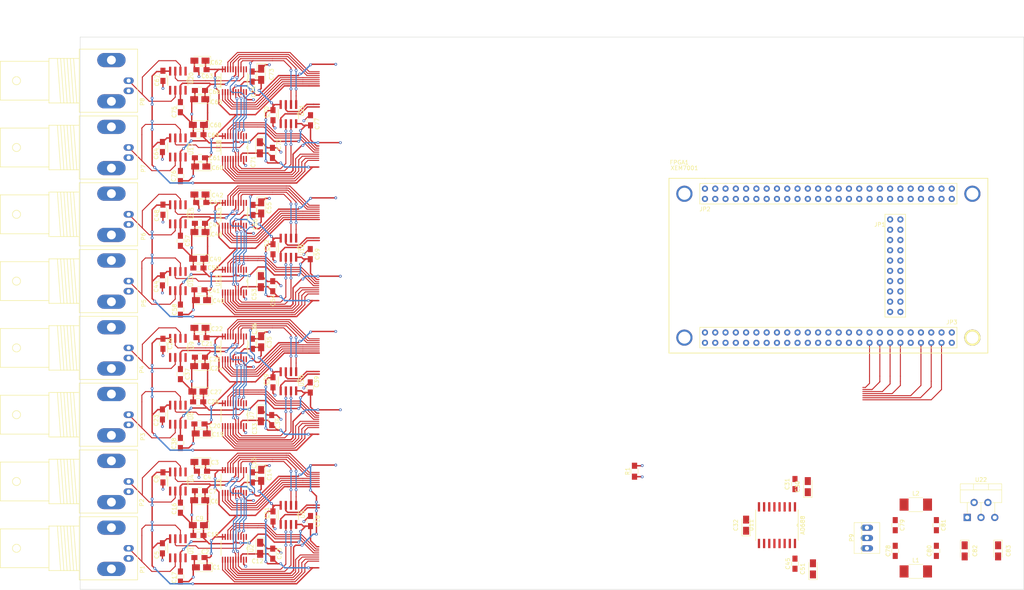
<source format=kicad_pcb>
(kicad_pcb (version 4) (host pcbnew 4.0.5)
  (layers (0 Top signal) (31 Bottom signal) (34 B.Paste user) (35 F.Paste user) (36 B.SilkS user) (37 F.SilkS user) (38 B.Mask user) (39 F.Mask user) (44 Edge.Cuts user))
  (net 0 "")
  (net 1 +3V3)
  (net 2 GNDA)
  (net 3 -15V)
  (net 4 +15V)
  (net 5 "Net-(C30-Pad2)")
  (net 6 "Net-(C32-Pad2)")
  (net 7 "Net-(C78-Pad1)")
  (net 8 "Net-(C79-Pad1)")
  (net 9 "Net-(FPGA1-PadGNDa)")
  (net 10 "Net-(FPGA1-PadGNDb)")
  (net 11 "Net-(FPGA1-PadP10)")
  (net 12 SCLK5)
  (net 13 "Net-(FPGA1-PadJ3)")
  (net 14 SDIN5)
  (net 15 "Net-(FPGA1-PadK1)")
  (net 16 "Net-(FPGA1-Pad3.3A)")
  (net 17 "Net-(FPGA1-Pad3.3B)")
  (net 18 SDO5)
  (net 19 "Net-(FPGA1-PadK3)")
  (net 20 ~LDAC~5)
  (net 21 "Net-(FPGA1-PadM1)")
  (net 22 ~CLR~5)
  (net 23 "Net-(FPGA1-PadL4)")
  (net 24 ~RESET~5)
  (net 25 "Net-(FPGA1-PadN1)")
  (net 26 "Net-(FPGA1-PadGNDc)")
  (net 27 "Net-(FPGA1-PadGNDd)")
  (net 28 "Net-(FPGA1-PadN3)")
  (net 29 "Net-(FPGA1-PadP1)")
  (net 30 "Net-(FPGA1-PadR1)")
  (net 31 "Net-(FPGA1-PadR2)")
  (net 32 "Net-(FPGA1-PadP3)")
  (net 33 "Net-(FPGA1-PadT2)")
  (net 34 "Net-(FPGA1-PadR3)")
  (net 35 "Net-(FPGA1-PadT3)")
  (net 36 "Net-(FPGA1-PadN4)")
  (net 37 "Net-(FPGA1-PadGNDe)")
  (net 38 "Net-(FPGA1-PadGNDf)")
  (net 39 ~RESET~6)
  (net 40 ~RESET~4)
  (net 41 ~CLR~6)
  (net 42 ~CLR~4)
  (net 43 ~LDAC~6)
  (net 44 ~LDAC~4)
  (net 45 SDO6)
  (net 46 SDO4)
  (net 47 "Net-(FPGA1-Pad3.3C)")
  (net 48 "Net-(FPGA1-Pad3.3D)")
  (net 49 SDIN6)
  (net 50 SDIN4)
  (net 51 SCLK6)
  (net 52 SCLK4)
  (net 53 ~SYNC~6)
  (net 54 ~SYNC~4)
  (net 55 "Net-(FPGA1-PadGNDg)")
  (net 56 "Net-(FPGA1-PadGNDh)")
  (net 57 "Net-(FPGA1-Pad3.3E)")
  (net 58 "Net-(FPGA1-Pad3.3F)")
  (net 59 ~RESET~1)
  (net 60 ~RESET~2)
  (net 61 ~CLR~1)
  (net 62 ~CLR~2)
  (net 63 ~LDAC~1)
  (net 64 ~LDAC~2)
  (net 65 SDO1)
  (net 66 SDO2)
  (net 67 SDIN1)
  (net 68 SDIN2)
  (net 69 SCLK1)
  (net 70 SCLK2)
  (net 71 ~SYNC~1)
  (net 72 ~SYNC~2)
  (net 73 "Net-(FPGA1-PadD4)")
  (net 74 "Net-(FPGA1-PadC4)")
  (net 75 "Net-(FPGA1-PadGNDj)")
  (net 76 "Net-(FPGA1-PadGNDk)")
  (net 77 "Net-(FPGA1-PadGNDl)")
  (net 78 "Net-(FPGA1-PadA8)")
  (net 79 ~SYNC~7)
  (net 80 "Net-(FPGA1-PadC8)")
  (net 81 SCLK7)
  (net 82 "Net-(FPGA1-PadA9)")
  (net 83 SDIN7)
  (net 84 "Net-(FPGA1-Pad3.3G)")
  (net 85 "Net-(FPGA1-Pad3.3H)")
  (net 86 "Net-(FPGA1-PadB9)")
  (net 87 SDO7)
  (net 88 "Net-(FPGA1-PadB10)")
  (net 89 ~LDAC~7)
  (net 90 "Net-(FPGA1-PadB12)")
  (net 91 ~CLR~7)
  (net 92 "Net-(FPGA1-PadC12)")
  (net 93 ~RESET~7)
  (net 94 "Net-(FPGA1-PadGNDn)")
  (net 95 "Net-(FPGA1-PadGNDm)")
  (net 96 "Net-(FPGA1-PadA13)")
  (net 97 "Net-(FPGA1-PadA14)")
  (net 98 "Net-(FPGA1-PadE13)")
  (net 99 "Net-(FPGA1-PadB14)")
  (net 100 "Net-(FPGA1-PadC14)")
  (net 101 "Net-(FPGA1-PadA15)")
  (net 102 "Net-(FPGA1-PadB15)")
  (net 103 "Net-(FPGA1-PadB16)")
  (net 104 "Net-(FPGA1-PadC16)")
  (net 105 "Net-(FPGA1-PadGNDo)")
  (net 106 "Net-(FPGA1-PadGNDp)")
  (net 107 ~RESET~3)
  (net 108 ~RESET~8)
  (net 109 ~CLR~3)
  (net 110 ~CLR~8)
  (net 111 ~LDAC~3)
  (net 112 ~LDAC~8)
  (net 113 SDO3)
  (net 114 SDO8)
  (net 115 "Net-(FPGA1-Pad3.3I)")
  (net 116 "Net-(FPGA1-Pad3.3J)")
  (net 117 SDIN3)
  (net 118 SDIN8)
  (net 119 SCLK3)
  (net 120 SCLK8)
  (net 121 ~SYNC~3)
  (net 122 "Net-(FPGA1-PadGNDq)")
  (net 123 "Net-(FPGA1-PadGNDr)")
  (net 124 Vout1)
  (net 125 Vout2)
  (net 126 Vout3)
  (net 127 Vout4)
  (net 128 Vout5)
  (net 129 Vout6)
  (net 130 Vout7)
  (net 131 Vout8)
  (net 132 "Net-(U1-Pad1)")
  (net 133 "Net-(U1-Pad3)")
  (net 134 "Net-(U1-Pad5)")
  (net 135 "Net-(U1-Pad8)")
  (net 136 "Net-(U2-Pad1)")
  (net 137 "Net-(U2-Pad3)")
  (net 138 "Net-(U2-Pad4)")
  (net 139 "Net-(U2-Pad16)")
  (net 140 "Net-(U2-Pad17)")
  (net 141 "Net-(U2-Pad20)")
  (net 142 "Net-(U3-Pad1)")
  (net 143 "Net-(U3-Pad2)")
  (net 144 "Net-(U3-Pad20)")
  (net 145 "Net-(U4-Pad1)")
  (net 146 "Net-(U4-Pad5)")
  (net 147 "Net-(U4-Pad8)")
  (net 148 +10Vref)
  (net 149 -10Vref)
  (net 150 "Net-(U6-Pad1)")
  (net 151 "Net-(U6-Pad3)")
  (net 152 "Net-(U6-Pad5)")
  (net 153 "Net-(U6-Pad8)")
  (net 154 "Net-(U7-Pad1)")
  (net 155 "Net-(U10-Pad2)")
  (net 156 "Net-(U10-Pad1)")
  (net 157 "Net-(U10-Pad7)")
  (net 158 "Net-(U10-Pad6)")
  (net 159 "Net-(U7-Pad20)")
  (net 160 "Net-(U8-Pad1)")
  (net 161 "Net-(U8-Pad2)")
  (net 162 "Net-(U8-Pad20)")
  (net 163 "Net-(U9-Pad1)")
  (net 164 "Net-(U9-Pad5)")
  (net 165 "Net-(U9-Pad8)")
  (net 166 "Net-(U11-Pad4)")
  (net 167 "Net-(U11-Pad5)")
  (net 168 "Net-(U11-Pad13)")
  (net 169 "Net-(U11-Pad10)")
  (net 170 "Net-(U11-Pad11)")
  (net 171 "Net-(U11-Pad12)")
  (net 172 "Net-(U12-Pad1)")
  (net 173 "Net-(U12-Pad3)")
  (net 174 "Net-(U12-Pad5)")
  (net 175 "Net-(U12-Pad8)")
  (net 176 "Net-(U13-Pad1)")
  (net 177 "Net-(U13-Pad3)")
  (net 178 "Net-(U13-Pad4)")
  (net 179 ~SYNC~5)
  (net 180 "Net-(U13-Pad16)")
  (net 181 "Net-(U13-Pad17)")
  (net 182 "Net-(U13-Pad20)")
  (net 183 "Net-(U14-Pad1)")
  (net 184 "Net-(U14-Pad2)")
  (net 185 "Net-(U14-Pad20)")
  (net 186 "Net-(U15-Pad1)")
  (net 187 "Net-(U15-Pad5)")
  (net 188 "Net-(U15-Pad8)")
  (net 189 "Net-(U17-Pad1)")
  (net 190 "Net-(U17-Pad3)")
  (net 191 "Net-(U17-Pad5)")
  (net 192 "Net-(U17-Pad8)")
  (net 193 "Net-(U18-Pad1)")
  (net 194 "Net-(U18-Pad3)")
  (net 195 "Net-(U18-Pad4)")
  (net 196 "Net-(U18-Pad16)")
  (net 197 "Net-(U18-Pad17)")
  (net 198 "Net-(U18-Pad20)")
  (net 199 "Net-(U19-Pad1)")
  (net 200 "Net-(U19-Pad2)")
  (net 201 ~SYNC~8)
  (net 202 "Net-(U19-Pad20)")
  (net 203 "Net-(U20-Pad1)")
  (net 204 "Net-(U20-Pad5)")
  (net 205 "Net-(U20-Pad8)")
  (net 206 GNDD)
  (net 207 "Net-(FPGA1-PadCLK1)")
  (net 208 "Net-(FPGA1-PadCLK2)")
  (module Capacitors_SMD:C_0805_HandSoldering (layer Top) (at 54.864 152.781)
    (fp_text reference C2 (at 1.397 -1.397) (layer F.SilkS))
    (fp_text value 0.1uF hide)
    (pad 1 smd rect (at -1.25 0) (size 1.5 1.25) (layers Top F.Paste F.Mask) (net 2 GNDA))
    (pad 2 smd rect (at 1.25 0) (size 1.5 1.25) (layers Top F.Paste F.Mask) (net 1 +3V3))
  )
  (module Capacitors_SMD:C_0805_HandSoldering (layer Top) (at 55.499 131.445)
    (fp_text reference C4 (at 1.27 1.524) (layer F.SilkS))
    (fp_text value 0.1uF hide)
    (pad 1 smd rect (at -1.25 0) (size 1.5 1.25) (layers Top F.Paste F.Mask) (net 2 GNDA))
    (pad 2 smd rect (at 1.25 0) (size 1.5 1.25) (layers Top F.Paste F.Mask) (net 1 +3V3))
  )
  (module Capacitors_SMD:C_0805_HandSoldering (layer Top) (at 45.72 150.495 270)
    (fp_text reference C5 (at 1.651 1.397 270) (layer F.SilkS))
    (fp_text value 0.1uF hide)
    (pad 1 smd rect (at -1.25 0 270) (size 1.5 1.25) (layers Top F.Paste F.Mask) (net 3 -15V))
    (pad 2 smd rect (at 1.25 0 270) (size 1.5 1.25) (layers Top F.Paste F.Mask) (net 2 GNDA))
  )
  (module Capacitors_SMD:C_0805_HandSoldering (layer Top) (at 54.991 136.271)
    (fp_text reference C7 (at 3.1115 0.1905) (layer F.SilkS))
    (fp_text value 0.1uF hide)
    (pad 1 smd rect (at -1.25 0) (size 1.5 1.25) (layers Top F.Paste F.Mask) (net 2 GNDA))
    (pad 2 smd rect (at 1.25 0) (size 1.5 1.25) (layers Top F.Paste F.Mask) (net 4 +15V))
  )
  (module Capacitors_SMD:C_0805_HandSoldering (layer Top) (at 45.847 132.969 270)
    (fp_text reference C8 (at 0.381 1.651 270) (layer F.SilkS))
    (fp_text value 0.1uF hide)
    (pad 1 smd rect (at -1.25 0 270) (size 1.5 1.25) (layers Top F.Paste F.Mask) (net 3 -15V))
    (pad 2 smd rect (at 1.25 0 270) (size 1.5 1.25) (layers Top F.Paste F.Mask) (net 2 GNDA))
  )
  (module Capacitors_SMD:C_0805_HandSoldering (layer Top) (at 54.61 147.32 180)
    (fp_text reference C10 (at -3.556 0.254 360) (layer F.SilkS))
    (fp_text value 0.1uF hide)
    (pad 1 smd rect (at -1.25 0 180) (size 1.5 1.25) (layers Top F.Paste F.Mask) (net 4 +15V))
    (pad 2 smd rect (at 1.25 0 180) (size 1.5 1.25) (layers Top F.Paste F.Mask) (net 2 GNDA))
  )
  (module Capacitors_SMD:C_0805_HandSoldering (layer Top) (at 73.025 142.621 90)
    (fp_text reference C11 (at 0.889 -1.524 90) (layer F.SilkS))
    (fp_text value 0.1uF hide)
    (pad 1 smd rect (at -1.25 0 90) (size 1.5 1.25) (layers Top F.Paste F.Mask) (net 2 GNDA))
    (pad 2 smd rect (at 1.25 0 90) (size 1.5 1.25) (layers Top F.Paste F.Mask) (net 3 -15V))
  )
  (module Capacitors_SMD:C_0805_HandSoldering (layer Top) (at 72.9615 151.8285 270)
    (fp_text reference C13 (at 0 -1.651 270) (layer F.SilkS))
    (fp_text value 0.1uF hide)
    (pad 1 smd rect (at -1.25 0 270) (size 1.5 1.25) (layers Top F.Paste F.Mask) (net 2 GNDA))
    (pad 2 smd rect (at 1.25 0 270) (size 1.5 1.25) (layers Top F.Paste F.Mask) (net 3 -15V))
  )
  (module Capacitors_SMD:C_0805_HandSoldering (layer Top) (at 67.945 132.969 270)
    (fp_text reference C15 (at -3.556 -0.381 270) (layer F.SilkS))
    (fp_text value 0.1uF hide)
    (pad 1 smd rect (at -1.25 0 270) (size 1.5 1.25) (layers Top F.Paste F.Mask) (net 2 GNDA))
    (pad 2 smd rect (at 1.25 0 270) (size 1.5 1.25) (layers Top F.Paste F.Mask) (net 3 -15V))
  )
  (module Capacitors_SMD:C_0805_HandSoldering (layer Top) (at 50.165 140.462 270)
    (fp_text reference C16 (at 0.254 1.524 270) (layer F.SilkS))
    (fp_text value 0.1uF hide)
    (pad 1 smd rect (at -1.25 0 270) (size 1.5 1.25) (layers Top F.Paste F.Mask) (net 4 +15V))
    (pad 2 smd rect (at 1.25 0 270) (size 1.5 1.25) (layers Top F.Paste F.Mask) (net 2 GNDA))
  )
  (module Capacitors_SMD:C_0805_HandSoldering (layer Top) (at 50.165 157.48 270)
    (fp_text reference C17 (at 0.254 1.524 270) (layer F.SilkS))
    (fp_text value 0.1uF hide)
    (pad 1 smd rect (at -1.25 0 270) (size 1.5 1.25) (layers Top F.Paste F.Mask) (net 4 +15V))
    (pad 2 smd rect (at 1.25 0 270) (size 1.5 1.25) (layers Top F.Paste F.Mask) (net 2 GNDA))
  )
  (module Capacitors_SMD:C_0805_HandSoldering (layer Top) (at 82.296 143.764 270)
    (fp_text reference C18 (at 0 -1.75 270) (layer F.SilkS))
    (fp_text value 0.1uF hide)
    (pad 1 smd rect (at -1.25 0 270) (size 1.5 1.25) (layers Top F.Paste F.Mask) (net 2 GNDA))
    (pad 2 smd rect (at 1.25 0 270) (size 1.5 1.25) (layers Top F.Paste F.Mask) (net 4 +15V))
  )
  (module Capacitors_SMD:C_0805_HandSoldering (layer Top) (at 54.864 119.761)
    (fp_text reference C20 (at 3.81 0.508) (layer F.SilkS))
    (fp_text value 0.1uF hide)
    (pad 1 smd rect (at -1.25 0) (size 1.5 1.25) (layers Top F.Paste F.Mask) (net 2 GNDA))
    (pad 2 smd rect (at 1.25 0) (size 1.5 1.25) (layers Top F.Paste F.Mask) (net 1 +3V3))
  )
  (module Capacitors_SMD:C_0805_HandSoldering (layer Top) (at 55.372 98.425)
    (fp_text reference C22 (at 3.81 -2.159) (layer F.SilkS))
    (fp_text value 0.1uF hide)
    (pad 1 smd rect (at -1.25 0) (size 1.5 1.25) (layers Top F.Paste F.Mask) (net 2 GNDA))
    (pad 2 smd rect (at 1.25 0) (size 1.5 1.25) (layers Top F.Paste F.Mask) (net 1 +3V3))
  )
  (module Capacitors_SMD:C_0805_HandSoldering (layer Top) (at 45.72 117.4115 270)
    (fp_text reference C23 (at 1.4605 1.524 270) (layer F.SilkS))
    (fp_text value 0.1uF hide)
    (pad 1 smd rect (at -1.25 0 270) (size 1.5 1.25) (layers Top F.Paste F.Mask) (net 3 -15V))
    (pad 2 smd rect (at 1.25 0 270) (size 1.5 1.25) (layers Top F.Paste F.Mask) (net 2 GNDA))
  )
  (module Capacitors_SMD:C_0805_HandSoldering (layer Top) (at 54.991 103.251)
    (fp_text reference C25 (at 3.683 0.508) (layer F.SilkS))
    (fp_text value 0.1uF hide)
    (pad 1 smd rect (at -1.25 0) (size 1.5 1.25) (layers Top F.Paste F.Mask) (net 2 GNDA))
    (pad 2 smd rect (at 1.25 0) (size 1.5 1.25) (layers Top F.Paste F.Mask) (net 4 +15V))
  )
  (module Capacitors_SMD:C_0805_HandSoldering (layer Top) (at 45.847 99.949 270)
    (fp_text reference C26 (at 0 -1.75 270) (layer F.SilkS))
    (fp_text value 0.1uF hide)
    (pad 1 smd rect (at -1.25 0 270) (size 1.5 1.25) (layers Top F.Paste F.Mask) (net 3 -15V))
    (pad 2 smd rect (at 1.25 0 270) (size 1.5 1.25) (layers Top F.Paste F.Mask) (net 2 GNDA))
  )
  (module Capacitors_SMD:C_0805_HandSoldering (layer Top) (at 54.5465 114.3 180)
    (fp_text reference C28 (at -3.683 0 180) (layer F.SilkS))
    (fp_text value 0.1uF hide)
    (pad 1 smd rect (at -1.25 0 180) (size 1.5 1.25) (layers Top F.Paste F.Mask) (net 4 +15V))
    (pad 2 smd rect (at 1.25 0 180) (size 1.5 1.25) (layers Top F.Paste F.Mask) (net 2 GNDA))
  )
  (module Capacitors_SMD:C_0805_HandSoldering (layer Top) (at 73.025 109.474 90)
    (fp_text reference C29 (at 0.6985 -1.651 90) (layer F.SilkS))
    (fp_text value 0.1uF hide)
    (pad 1 smd rect (at -1.25 0 90) (size 1.5 1.25) (layers Top F.Paste F.Mask) (net 2 GNDA))
    (pad 2 smd rect (at 1.25 0 90) (size 1.5 1.25) (layers Top F.Paste F.Mask) (net 3 -15V))
  )
  (module Capacitors_SMD:C_0805_HandSoldering (layer Top) (at 201.93 134.62 270)
    (fp_text reference C31 (at 0 1.905 270) (layer F.SilkS))
    (fp_text value 0.1uF hide)
    (pad 1 smd rect (at -1.25 0 270) (size 1.5 1.25) (layers Top F.Paste F.Mask) (net 5 "Net-(C30-Pad2)"))
    (pad 2 smd rect (at 1.25 0 270) (size 1.5 1.25) (layers Top F.Paste F.Mask) (net 4 +15V))
  )
  (module Capacitors_SMD:C_0805_HandSoldering (layer Top) (at 72.7075 118.8085 270)
    (fp_text reference C34 (at 0.8255 -1.524 270) (layer F.SilkS))
    (fp_text value 0.1uF hide)
    (pad 1 smd rect (at -1.25 0 270) (size 1.5 1.25) (layers Top F.Paste F.Mask) (net 2 GNDA))
    (pad 2 smd rect (at 1.25 0 270) (size 1.5 1.25) (layers Top F.Paste F.Mask) (net 3 -15V))
  )
  (module Capacitors_SMD:C_0805_HandSoldering (layer Top) (at 67.945 99.949 270)
    (fp_text reference C36 (at -3.683 -0.508 270) (layer F.SilkS))
    (fp_text value 0.1uF hide)
    (pad 1 smd rect (at -1.25 0 270) (size 1.5 1.25) (layers Top F.Paste F.Mask) (net 2 GNDA))
    (pad 2 smd rect (at 1.25 0 270) (size 1.5 1.25) (layers Top F.Paste F.Mask) (net 3 -15V))
  )
  (module Capacitors_SMD:C_0805_HandSoldering (layer Top) (at 50.165 107.442 270)
    (fp_text reference C37 (at 0 -1.75 270) (layer F.SilkS))
    (fp_text value 0.1uF hide)
    (pad 1 smd rect (at -1.25 0 270) (size 1.5 1.25) (layers Top F.Paste F.Mask) (net 4 +15V))
    (pad 2 smd rect (at 1.25 0 270) (size 1.5 1.25) (layers Top F.Paste F.Mask) (net 2 GNDA))
  )
  (module Capacitors_SMD:C_0805_HandSoldering (layer Top) (at 50.165 124.46 270)
    (fp_text reference C38 (at 0.127 1.5875 270) (layer F.SilkS))
    (fp_text value 0.1uF hide)
    (pad 1 smd rect (at -1.25 0 270) (size 1.5 1.25) (layers Top F.Paste F.Mask) (net 4 +15V))
    (pad 2 smd rect (at 1.25 0 270) (size 1.5 1.25) (layers Top F.Paste F.Mask) (net 2 GNDA))
  )
  (module Capacitors_SMD:C_0805_HandSoldering (layer Top) (at 82.2325 110.744 270)
    (fp_text reference C39 (at -1.397 -1.5875 270) (layer F.SilkS))
    (fp_text value 0.1uF hide)
    (pad 1 smd rect (at -1.25 0 270) (size 1.5 1.25) (layers Top F.Paste F.Mask) (net 2 GNDA))
    (pad 2 smd rect (at 1.25 0 270) (size 1.5 1.25) (layers Top F.Paste F.Mask) (net 4 +15V))
  )
  (module Capacitors_SMD:C_0805_HandSoldering (layer Top) (at 54.864 86.614)
    (fp_text reference C41 (at 3.6195 0.254) (layer F.SilkS))
    (fp_text value 0.1uF hide)
    (pad 1 smd rect (at -1.25 0) (size 1.5 1.25) (layers Top F.Paste F.Mask) (net 2 GNDA))
    (pad 2 smd rect (at 1.25 0) (size 1.5 1.25) (layers Top F.Paste F.Mask) (net 1 +3V3))
  )
  (module Capacitors_SMD:C_0805_HandSoldering (layer Top) (at 55.3085 65.024)
    (fp_text reference C43 (at 3.556 0) (layer F.SilkS))
    (fp_text value 0.1uF hide)
    (pad 1 smd rect (at -1.25 0) (size 1.5 1.25) (layers Top F.Paste F.Mask) (net 2 GNDA))
    (pad 2 smd rect (at 1.25 0) (size 1.5 1.25) (layers Top F.Paste F.Mask) (net 1 +3V3))
  )
  (module Capacitors_SMD:C_0805_HandSoldering (layer Top) (at 45.72 84.2645 270)
    (fp_text reference C44 (at 1.524 1.524 270) (layer F.SilkS))
    (fp_text value 0.1uF hide)
    (pad 1 smd rect (at -1.25 0 270) (size 1.5 1.25) (layers Top F.Paste F.Mask) (net 3 -15V))
    (pad 2 smd rect (at 1.25 0 270) (size 1.5 1.25) (layers Top F.Paste F.Mask) (net 2 GNDA))
  )
  (module Capacitors_SMD:C_0805_HandSoldering (layer Top) (at 201.93 154.305 90)
    (fp_text reference C45 (at 0 -1.75 90) (layer F.SilkS))
    (fp_text value 0.1uF hide)
    (pad 1 smd rect (at -1.25 0 90) (size 1.5 1.25) (layers Top F.Paste F.Mask) (net 2 GNDA))
    (pad 2 smd rect (at 1.25 0 90) (size 1.5 1.25) (layers Top F.Paste F.Mask) (net 3 -15V))
  )
  (module Capacitors_SMD:C_0805_HandSoldering (layer Top) (at 54.991 70.1675)
    (fp_text reference C47 (at 3.556 0.4445) (layer F.SilkS))
    (fp_text value 0.1uF hide)
    (pad 1 smd rect (at -1.25 0) (size 1.5 1.25) (layers Top F.Paste F.Mask) (net 2 GNDA))
    (pad 2 smd rect (at 1.25 0) (size 1.5 1.25) (layers Top F.Paste F.Mask) (net 4 +15V))
  )
  (module Capacitors_SMD:C_0805_HandSoldering (layer Top) (at 45.847 66.802 270)
    (fp_text reference C48 (at 1.4605 1.524 270) (layer F.SilkS))
    (fp_text value 0.1uF hide)
    (pad 1 smd rect (at -1.25 0 270) (size 1.5 1.25) (layers Top F.Paste F.Mask) (net 3 -15V))
    (pad 2 smd rect (at 1.25 0 270) (size 1.5 1.25) (layers Top F.Paste F.Mask) (net 2 GNDA))
  )
  (module Capacitors_SMD:C_0805_HandSoldering (layer Top) (at 54.61 81.2165 180)
    (fp_text reference C50 (at -3.683 0.0635 180) (layer F.SilkS))
    (fp_text value 0.1uF hide)
    (pad 1 smd rect (at -1.25 0 180) (size 1.5 1.25) (layers Top F.Paste F.Mask) (net 4 +15V))
    (pad 2 smd rect (at 1.25 0 180) (size 1.5 1.25) (layers Top F.Paste F.Mask) (net 2 GNDA))
  )
  (module Capacitors_SMD:C_0805_HandSoldering (layer Top) (at 73.025 76.581 90)
    (fp_text reference C52 (at 0.9525 -1.524 90) (layer F.SilkS))
    (fp_text value 0.1uF hide)
    (pad 1 smd rect (at -1.25 0 90) (size 1.5 1.25) (layers Top F.Paste F.Mask) (net 2 GNDA))
    (pad 2 smd rect (at 1.25 0 90) (size 1.5 1.25) (layers Top F.Paste F.Mask) (net 3 -15V))
  )
  (module Capacitors_SMD:C_0805_HandSoldering (layer Top) (at 72.9615 85.725 270)
    (fp_text reference C54 (at 3.556 -0.0635 270) (layer F.SilkS))
    (fp_text value 0.1uF hide)
    (pad 1 smd rect (at -1.25 0 270) (size 1.5 1.25) (layers Top F.Paste F.Mask) (net 2 GNDA))
    (pad 2 smd rect (at 1.25 0 270) (size 1.5 1.25) (layers Top F.Paste F.Mask) (net 3 -15V))
  )
  (module Capacitors_SMD:C_0805_HandSoldering (layer Top) (at 68.072 66.8655 270)
    (fp_text reference C56 (at 3.556 -0.5715 270) (layer F.SilkS))
    (fp_text value 0.1uF hide)
    (pad 1 smd rect (at -1.25 0 270) (size 1.5 1.25) (layers Top F.Paste F.Mask) (net 2 GNDA))
    (pad 2 smd rect (at 1.25 0 270) (size 1.5 1.25) (layers Top F.Paste F.Mask) (net 3 -15V))
  )
  (module Capacitors_SMD:C_0805_HandSoldering (layer Top) (at 50.165 74.4855 270)
    (fp_text reference C57 (at 0 -1.75 270) (layer F.SilkS))
    (fp_text value 0.1uF hide)
    (pad 1 smd rect (at -1.25 0 270) (size 1.5 1.25) (layers Top F.Paste F.Mask) (net 4 +15V))
    (pad 2 smd rect (at 1.25 0 270) (size 1.5 1.25) (layers Top F.Paste F.Mask) (net 2 GNDA))
  )
  (module Capacitors_SMD:C_0805_HandSoldering (layer Top) (at 50.165 91.5035 270)
    (fp_text reference C58 (at 0 1.4605 270) (layer F.SilkS))
    (fp_text value 0.1uF hide)
    (pad 1 smd rect (at -1.25 0 270) (size 1.5 1.25) (layers Top F.Paste F.Mask) (net 4 +15V))
    (pad 2 smd rect (at 1.25 0 270) (size 1.5 1.25) (layers Top F.Paste F.Mask) (net 2 GNDA))
  )
  (module Capacitors_SMD:C_0805_HandSoldering (layer Top) (at 82.2325 77.7875 270)
    (fp_text reference C59 (at 0 -1.75 270) (layer F.SilkS))
    (fp_text value 0.1uF hide)
    (pad 1 smd rect (at -1.25 0 270) (size 1.5 1.25) (layers Top F.Paste F.Mask) (net 2 GNDA))
    (pad 2 smd rect (at 1.25 0 270) (size 1.5 1.25) (layers Top F.Paste F.Mask) (net 4 +15V))
  )
  (module Capacitors_SMD:C_0805_HandSoldering (layer Top) (at 54.991 53.975)
    (fp_text reference C61 (at 3.6195 0.0635) (layer F.SilkS))
    (fp_text value 0.1uF hide)
    (pad 1 smd rect (at -1.25 0) (size 1.5 1.25) (layers Top F.Paste F.Mask) (net 2 GNDA))
    (pad 2 smd rect (at 1.25 0) (size 1.5 1.25) (layers Top F.Paste F.Mask) (net 1 +3V3))
  )
  (module Capacitors_SMD:C_0805_HandSoldering (layer Top) (at 55.372 32.1945)
    (fp_text reference C63 (at 1.397 1.5875) (layer F.SilkS))
    (fp_text value 0.1uF hide)
    (pad 1 smd rect (at -1.25 0) (size 1.5 1.25) (layers Top F.Paste F.Mask) (net 2 GNDA))
    (pad 2 smd rect (at 1.25 0) (size 1.5 1.25) (layers Top F.Paste F.Mask) (net 1 +3V3))
  )
  (module Capacitors_SMD:C_0805_HandSoldering (layer Top) (at 45.72 51.308 270)
    (fp_text reference C64 (at 1.651 1.524 270) (layer F.SilkS))
    (fp_text value 0.1uF hide)
    (pad 1 smd rect (at -1.25 0 270) (size 1.5 1.25) (layers Top F.Paste F.Mask) (net 3 -15V))
    (pad 2 smd rect (at 1.25 0 270) (size 1.5 1.25) (layers Top F.Paste F.Mask) (net 2 GNDA))
  )
  (module Capacitors_SMD:C_0805_HandSoldering (layer Top) (at 54.991 37.338)
    (fp_text reference C66 (at 3.556 0.3175) (layer F.SilkS))
    (fp_text value 0.1uF hide)
    (pad 1 smd rect (at -1.25 0) (size 1.5 1.25) (layers Top F.Paste F.Mask) (net 2 GNDA))
    (pad 2 smd rect (at 1.25 0) (size 1.5 1.25) (layers Top F.Paste F.Mask) (net 4 +15V))
  )
  (module Capacitors_SMD:C_0805_HandSoldering (layer Top) (at 45.847 33.7185 270)
    (fp_text reference C67 (at 1.143 1.4605 270) (layer F.SilkS))
    (fp_text value 0.1uF hide)
    (pad 1 smd rect (at -1.25 0 270) (size 1.5 1.25) (layers Top F.Paste F.Mask) (net 3 -15V))
    (pad 2 smd rect (at 1.25 0 270) (size 1.5 1.25) (layers Top F.Paste F.Mask) (net 2 GNDA))
  )
  (module Capacitors_SMD:C_0805_HandSoldering (layer Top) (at 54.61 48.26 180)
    (fp_text reference C69 (at -3.683 -0.127 180) (layer F.SilkS))
    (fp_text value 0.1uF hide)
    (pad 1 smd rect (at -1.25 0 180) (size 1.5 1.25) (layers Top F.Paste F.Mask) (net 4 +15V))
    (pad 2 smd rect (at 1.25 0 180) (size 1.5 1.25) (layers Top F.Paste F.Mask) (net 2 GNDA))
  )
  (module Capacitors_SMD:C_0805_HandSoldering (layer Top) (at 73.025 43.434 90)
    (fp_text reference C70 (at 0.762 -1.5875 90) (layer F.SilkS))
    (fp_text value 0.1uF hide)
    (pad 1 smd rect (at -1.25 0 90) (size 1.5 1.25) (layers Top F.Paste F.Mask) (net 2 GNDA))
    (pad 2 smd rect (at 1.25 0 90) (size 1.5 1.25) (layers Top F.Paste F.Mask) (net 3 -15V))
  )
  (module Capacitors_SMD:C_0805_HandSoldering (layer Top) (at 72.898 52.7685 270)
    (fp_text reference C72 (at -2.159 -1.5875 270) (layer F.SilkS))
    (fp_text value 0.1uF hide)
    (pad 1 smd rect (at -1.25 0 270) (size 1.5 1.25) (layers Top F.Paste F.Mask) (net 2 GNDA))
    (pad 2 smd rect (at 1.25 0 270) (size 1.5 1.25) (layers Top F.Paste F.Mask) (net 3 -15V))
  )
  (module Capacitors_SMD:C_0805_HandSoldering (layer Top) (at 67.8815 33.909 270)
    (fp_text reference C74 (at 3.7084 -0.3683 270) (layer F.SilkS))
    (fp_text value 0.1uF hide)
    (pad 1 smd rect (at -1.25 0 270) (size 1.5 1.25) (layers Top F.Paste F.Mask) (net 2 GNDA))
    (pad 2 smd rect (at 1.25 0 270) (size 1.5 1.25) (layers Top F.Paste F.Mask) (net 3 -15V))
  )
  (module Capacitors_SMD:C_0805_HandSoldering (layer Top) (at 50.165 41.4655 270)
    (fp_text reference C75 (at 1.2065 1.524 270) (layer F.SilkS))
    (fp_text value 0.1uF hide)
    (pad 1 smd rect (at -1.25 0 270) (size 1.5 1.25) (layers Top F.Paste F.Mask) (net 4 +15V))
    (pad 2 smd rect (at 1.25 0 270) (size 1.5 1.25) (layers Top F.Paste F.Mask) (net 2 GNDA))
  )
  (module Capacitors_SMD:C_0805_HandSoldering (layer Top) (at 50.165 58.4835 270)
    (fp_text reference C76 (at 0 1.651 270) (layer F.SilkS))
    (fp_text value 0.1uF hide)
    (pad 1 smd rect (at -1.25 0 270) (size 1.5 1.25) (layers Top F.Paste F.Mask) (net 4 +15V))
    (pad 2 smd rect (at 1.25 0 270) (size 1.5 1.25) (layers Top F.Paste F.Mask) (net 2 GNDA))
  )
  (module Capacitors_SMD:C_0805_HandSoldering (layer Top) (at 82.296 44.704 270)
    (fp_text reference C77 (at 0.889 -1.651 270) (layer F.SilkS))
    (fp_text value 0.1uF hide)
    (pad 1 smd rect (at -1.25 0 270) (size 1.5 1.25) (layers Top F.Paste F.Mask) (net 2 GNDA))
    (pad 2 smd rect (at 1.25 0 270) (size 1.5 1.25) (layers Top F.Paste F.Mask) (net 4 +15V))
  )
  (module Capacitors_SMD:C_0805_HandSoldering (layer Top) (at 226.695 151.13 90)
    (fp_text reference C78 (at 0 -1.75 90) (layer F.SilkS))
    (fp_text value 0.1uF hide)
    (pad 1 smd rect (at -1.25 0 90) (size 1.5 1.25) (layers Top F.Paste F.Mask) (net 7 "Net-(C78-Pad1)"))
    (pad 2 smd rect (at 1.25 0 90) (size 1.5 1.25) (layers Top F.Paste F.Mask) (net 2 GNDA))
  )
  (module Capacitors_SMD:C_0805_HandSoldering (layer Top) (at 226.695 144.78 270)
    (fp_text reference C79 (at 0 -1.75 270) (layer F.SilkS))
    (fp_text value 0.1uF hide)
    (pad 1 smd rect (at -1.25 0 270) (size 1.5 1.25) (layers Top F.Paste F.Mask) (net 8 "Net-(C79-Pad1)"))
    (pad 2 smd rect (at 1.25 0 270) (size 1.5 1.25) (layers Top F.Paste F.Mask) (net 2 GNDA))
  )
  (module Capacitors_SMD:C_0805_HandSoldering (layer Top) (at 236.855 151.13 90)
    (fp_text reference C80 (at 0 -1.75 90) (layer F.SilkS))
    (fp_text value 0.01uF hide)
    (pad 1 smd rect (at -1.25 0 90) (size 1.5 1.25) (layers Top F.Paste F.Mask) (net 4 +15V))
    (pad 2 smd rect (at 1.25 0 90) (size 1.5 1.25) (layers Top F.Paste F.Mask) (net 2 GNDA))
  )
  (module Capacitors_SMD:C_0805_HandSoldering (layer Top) (at 236.855 144.78 270)
    (fp_text reference C81 (at 0 -1.75 270) (layer F.SilkS))
    (fp_text value 0.01uF hide)
    (pad 1 smd rect (at -1.25 0 270) (size 1.5 1.25) (layers Top F.Paste F.Mask) (net 3 -15V))
    (pad 2 smd rect (at 1.25 0 270) (size 1.5 1.25) (layers Top F.Paste F.Mask) (net 2 GNDA))
  )
  (module KiCad_DAC_Specific:XEM7001 (layer Top) (at 235.585 66.675)
    (fp_text reference FPGA1 (at -62.23 -11.557) (layer F.SilkS))
    (fp_text value XEM7001 (at -60.96 -10.16) (layer F.SilkS))
    (fp_text user JP3 (at 5.08 27.94) (layer F.SilkS))
    (fp_text user JP1 (at -12.7 3.81) (layer F.SilkS))
    (fp_text user JP2 (at -55.88 0) (layer F.SilkS))
    (pad "" np_thru_hole circle (at -60.96 31.75) (size 4 4) (drill 3) (layers *.Cu *.Mask))
    (pad "" np_thru_hole circle (at 10.16 31.75) (size 4 4) (drill 3) (layers *.Cu *.Mask F.SilkS Dwgs.User))
    (pad "" np_thru_hole circle (at 10.16 -3.81) (size 4 4) (drill 3) (layers *.Cu *.Mask))
    (pad GNDa thru_hole circle (at 5.08 -5.08) (size 1.524 1.524) (drill 0.762) (layers *.Cu *.Mask) (net 9 "Net-(FPGA1-PadGNDa)"))
    (pad GNDb thru_hole circle (at 5.08 -2.54) (size 1.524 1.524) (drill 0.762) (layers *.Cu *.Mask) (net 10 "Net-(FPGA1-PadGNDb)"))
    (pad CLK1 thru_hole circle (at 2.54 -5.08) (size 1.524 1.524) (drill 0.762) (layers *.Cu *.Mask) (net 207 "Net-(FPGA1-PadCLK1)"))
    (pad P10 thru_hole circle (at 2.54 -2.54) (size 1.524 1.524) (drill 0.762) (layers *.Cu *.Mask) (net 11 "Net-(FPGA1-PadP10)"))
    (pad J1 thru_hole circle (at 0 -5.08) (size 1.524 1.524) (drill 0.762) (layers *.Cu *.Mask) (net 120 SCLK8))
    (pad J3 thru_hole circle (at 0 -2.54) (size 1.524 1.524) (drill 0.762) (layers *.Cu *.Mask) (net 13 "Net-(FPGA1-PadJ3)"))
    (pad K2 thru_hole circle (at -2.54 -5.08) (size 1.524 1.524) (drill 0.762) (layers *.Cu *.Mask) (net 118 SDIN8))
    (pad K1 thru_hole circle (at -2.54 -2.54) (size 1.524 1.524) (drill 0.762) (layers *.Cu *.Mask) (net 15 "Net-(FPGA1-PadK1)"))
    (pad 3.3A thru_hole circle (at -5.08 -5.08) (size 1.524 1.524) (drill 0.762) (layers *.Cu *.Mask) (net 16 "Net-(FPGA1-Pad3.3A)"))
    (pad 3.3B thru_hole circle (at -5.08 -2.54) (size 1.524 1.524) (drill 0.762) (layers *.Cu *.Mask) (net 17 "Net-(FPGA1-Pad3.3B)"))
    (pad L2 thru_hole circle (at -7.62 -5.08) (size 1.524 1.524) (drill 0.762) (layers *.Cu *.Mask) (net 114 SDO8))
    (pad K3 thru_hole circle (at -7.62 -2.54) (size 1.524 1.524) (drill 0.762) (layers *.Cu *.Mask) (net 19 "Net-(FPGA1-PadK3)"))
    (pad L3 thru_hole circle (at -10.16 -5.08) (size 1.524 1.524) (drill 0.762) (layers *.Cu *.Mask) (net 112 ~LDAC~8))
    (pad M1 thru_hole circle (at -10.16 -2.54) (size 1.524 1.524) (drill 0.762) (layers *.Cu *.Mask) (net 21 "Net-(FPGA1-PadM1)"))
    (pad M2 thru_hole circle (at -12.7 -5.08) (size 1.524 1.524) (drill 0.762) (layers *.Cu *.Mask) (net 110 ~CLR~8))
    (pad L4 thru_hole circle (at -12.7 -2.54) (size 1.524 1.524) (drill 0.762) (layers *.Cu *.Mask) (net 23 "Net-(FPGA1-PadL4)"))
    (pad M4 thru_hole circle (at -15.24 -5.08) (size 1.524 1.524) (drill 0.762) (layers *.Cu *.Mask) (net 108 ~RESET~8))
    (pad N1 thru_hole circle (at -15.24 -2.54) (size 1.524 1.524) (drill 0.762) (layers *.Cu *.Mask) (net 25 "Net-(FPGA1-PadN1)"))
    (pad GNDc thru_hole circle (at -17.78 -5.08) (size 1.524 1.524) (drill 0.762) (layers *.Cu *.Mask) (net 26 "Net-(FPGA1-PadGNDc)"))
    (pad GNDd thru_hole circle (at -17.78 -2.54) (size 1.524 1.524) (drill 0.762) (layers *.Cu *.Mask) (net 27 "Net-(FPGA1-PadGNDd)"))
    (pad N2 thru_hole circle (at -20.32 -5.08) (size 1.524 1.524) (drill 0.762) (layers *.Cu *.Mask) (net 201 ~SYNC~8))
    (pad N3 thru_hole circle (at -20.32 -2.54) (size 1.524 1.524) (drill 0.762) (layers *.Cu *.Mask) (net 28 "Net-(FPGA1-PadN3)"))
    (pad P1 thru_hole circle (at -22.86 -5.08) (size 1.524 1.524) (drill 0.762) (layers *.Cu *.Mask) (net 29 "Net-(FPGA1-PadP1)"))
    (pad R1 thru_hole circle (at -22.86 -2.54) (size 1.524 1.524) (drill 0.762) (layers *.Cu *.Mask) (net 30 "Net-(FPGA1-PadR1)"))
    (pad R2 thru_hole circle (at -25.4 -5.08) (size 1.524 1.524) (drill 0.762) (layers *.Cu *.Mask) (net 31 "Net-(FPGA1-PadR2)"))
    (pad P3 thru_hole circle (at -25.4 -2.54) (size 1.524 1.524) (drill 0.762) (layers *.Cu *.Mask) (net 32 "Net-(FPGA1-PadP3)"))
    (pad T2 thru_hole circle (at -27.94 -5.08) (size 1.524 1.524) (drill 0.762) (layers *.Cu *.Mask) (net 33 "Net-(FPGA1-PadT2)"))
    (pad R3 thru_hole circle (at -27.94 -2.54) (size 1.524 1.524) (drill 0.762) (layers *.Cu *.Mask) (net 34 "Net-(FPGA1-PadR3)"))
    (pad T3 thru_hole circle (at -30.48 -5.08) (size 1.524 1.524) (drill 0.762) (layers *.Cu *.Mask) (net 35 "Net-(FPGA1-PadT3)"))
    (pad N4 thru_hole circle (at -30.48 -2.54) (size 1.524 1.524) (drill 0.762) (layers *.Cu *.Mask) (net 36 "Net-(FPGA1-PadN4)"))
    (pad GNDe thru_hole circle (at -33.02 -5.08) (size 1.524 1.524) (drill 0.762) (layers *.Cu *.Mask) (net 37 "Net-(FPGA1-PadGNDe)"))
    (pad GNDf thru_hole circle (at -33.02 -2.54) (size 1.524 1.524) (drill 0.762) (layers *.Cu *.Mask) (net 38 "Net-(FPGA1-PadGNDf)"))
    (pad P4 thru_hole circle (at -35.56 -5.08) (size 1.524 1.524) (drill 0.762) (layers *.Cu *.Mask) (net 93 ~RESET~7))
    (pad T4 thru_hole circle (at -35.56 -2.54) (size 1.524 1.524) (drill 0.762) (layers *.Cu *.Mask) (net 39 ~RESET~6))
    (pad P5 thru_hole circle (at -38.1 -5.08) (size 1.524 1.524) (drill 0.762) (layers *.Cu *.Mask) (net 91 ~CLR~7))
    (pad N6 thru_hole circle (at -38.1 -2.54) (size 1.524 1.524) (drill 0.762) (layers *.Cu *.Mask) (net 41 ~CLR~6))
    (pad R5 thru_hole circle (at -40.64 -5.08) (size 1.524 1.524) (drill 0.762) (layers *.Cu *.Mask) (net 89 ~LDAC~7))
    (pad P8 thru_hole circle (at -40.64 -2.54) (size 1.524 1.524) (drill 0.762) (layers *.Cu *.Mask) (net 43 ~LDAC~6))
    (pad T5 thru_hole circle (at -43.18 -5.08) (size 1.524 1.524) (drill 0.762) (layers *.Cu *.Mask) (net 87 SDO7))
    (pad R6 thru_hole circle (at -43.18 -2.54) (size 1.524 1.524) (drill 0.762) (layers *.Cu *.Mask) (net 45 SDO6))
    (pad 3.3C thru_hole circle (at -45.72 -5.08) (size 1.524 1.524) (drill 0.762) (layers *.Cu *.Mask) (net 47 "Net-(FPGA1-Pad3.3C)"))
    (pad 3.3D thru_hole circle (at -45.72 -2.54) (size 1.524 1.524) (drill 0.762) (layers *.Cu *.Mask) (net 48 "Net-(FPGA1-Pad3.3D)"))
    (pad T9 thru_hole circle (at -48.26 -5.08) (size 1.524 1.524) (drill 0.762) (layers *.Cu *.Mask) (net 83 SDIN7))
    (pad R7 thru_hole circle (at -48.26 -2.54) (size 1.524 1.524) (drill 0.762) (layers *.Cu *.Mask) (net 49 SDIN6))
    (pad T7 thru_hole circle (at -50.8 -5.08) (size 1.524 1.524) (drill 0.762) (layers *.Cu *.Mask) (net 81 SCLK7))
    (pad R8 thru_hole circle (at -50.8 -2.54) (size 1.524 1.524) (drill 0.762) (layers *.Cu *.Mask) (net 51 SCLK6))
    (pad T8 thru_hole circle (at -53.34 -5.08) (size 1.524 1.524) (drill 0.762) (layers *.Cu *.Mask) (net 79 ~SYNC~7))
    (pad T10 thru_hole circle (at -53.34 -2.54) (size 1.524 1.524) (drill 0.762) (layers *.Cu *.Mask) (net 53 ~SYNC~6))
    (pad GNDg thru_hole circle (at -55.88 -5.08) (size 1.524 1.524) (drill 0.762) (layers *.Cu *.Mask) (net 55 "Net-(FPGA1-PadGNDg)"))
    (pad GNDh thru_hole circle (at -55.88 -2.54) (size 1.524 1.524) (drill 0.762) (layers *.Cu *.Mask) (net 56 "Net-(FPGA1-PadGNDh)"))
    (pad 3.3E thru_hole circle (at -10.16 2.54) (size 1.524 1.524) (drill 0.762) (layers *.Cu *.Mask) (net 57 "Net-(FPGA1-Pad3.3E)"))
    (pad 3.3F thru_hole circle (at -7.62 2.54) (size 1.524 1.524) (drill 0.762) (layers *.Cu *.Mask) (net 58 "Net-(FPGA1-Pad3.3F)"))
    (pad H1 thru_hole circle (at -10.16 5.08) (size 1.524 1.524) (drill 0.762) (layers *.Cu *.Mask) (net 40 ~RESET~4))
    (pad H2 thru_hole circle (at -7.62 5.08) (size 1.524 1.524) (drill 0.762) (layers *.Cu *.Mask) (net 24 ~RESET~5))
    (pad G1 thru_hole circle (at -10.16 7.62) (size 1.524 1.524) (drill 0.762) (layers *.Cu *.Mask) (net 42 ~CLR~4))
    (pad G2 thru_hole circle (at -7.62 7.62) (size 1.524 1.524) (drill 0.762) (layers *.Cu *.Mask) (net 22 ~CLR~5))
    (pad F2 thru_hole circle (at -10.16 10.16) (size 1.524 1.524) (drill 0.762) (layers *.Cu *.Mask) (net 44 ~LDAC~4))
    (pad E1 thru_hole circle (at -7.62 10.16) (size 1.524 1.524) (drill 0.762) (layers *.Cu *.Mask) (net 20 ~LDAC~5))
    (pad E2 thru_hole circle (at -10.16 12.7) (size 1.524 1.524) (drill 0.762) (layers *.Cu *.Mask) (net 46 SDO4))
    (pad D1 thru_hole circle (at -7.62 12.7) (size 1.524 1.524) (drill 0.762) (layers *.Cu *.Mask) (net 18 SDO5))
    (pad C1 thru_hole circle (at -10.16 15.24) (size 1.524 1.524) (drill 0.762) (layers *.Cu *.Mask) (net 50 SDIN4))
    (pad C2 thru_hole circle (at -7.62 15.24) (size 1.524 1.524) (drill 0.762) (layers *.Cu *.Mask) (net 14 SDIN5))
    (pad B1 thru_hole circle (at -10.16 17.78) (size 1.524 1.524) (drill 0.762) (layers *.Cu *.Mask) (net 52 SCLK4))
    (pad B2 thru_hole circle (at -7.62 17.78) (size 1.524 1.524) (drill 0.762) (layers *.Cu *.Mask) (net 12 SCLK5))
    (pad A2 thru_hole circle (at -10.16 20.32) (size 1.524 1.524) (drill 0.762) (layers *.Cu *.Mask) (net 54 ~SYNC~4))
    (pad A3 thru_hole circle (at -7.62 20.32) (size 1.524 1.524) (drill 0.762) (layers *.Cu *.Mask) (net 179 ~SYNC~5))
    (pad D4 thru_hole circle (at -10.16 22.86) (size 1.524 1.524) (drill 0.762) (layers *.Cu *.Mask) (net 73 "Net-(FPGA1-PadD4)"))
    (pad C4 thru_hole circle (at -7.62 22.86) (size 1.524 1.524) (drill 0.762) (layers *.Cu *.Mask) (net 74 "Net-(FPGA1-PadC4)"))
    (pad GNDi thru_hole circle (at -10.16 25.4) (size 1.524 1.524) (drill 0.762) (layers *.Cu *.Mask) (net 206 GNDD))
    (pad GNDj thru_hole circle (at -7.62 25.4) (size 1.524 1.524) (drill 0.762) (layers *.Cu *.Mask) (net 75 "Net-(FPGA1-PadGNDj)"))
    (pad GNDk thru_hole circle (at 5.08 30.48) (size 1.524 1.524) (drill 0.762) (layers *.Cu *.Mask) (net 76 "Net-(FPGA1-PadGNDk)"))
    (pad GNDl thru_hole circle (at 5.08 33.02) (size 1.524 1.524) (drill 0.762) (layers *.Cu *.Mask) (net 77 "Net-(FPGA1-PadGNDl)"))
    (pad A8 thru_hole circle (at 2.54 30.48) (size 1.524 1.524) (drill 0.762) (layers *.Cu *.Mask) (net 78 "Net-(FPGA1-PadA8)"))
    (pad D9 thru_hole circle (at 2.54 33.02) (size 1.524 1.524) (drill 0.762) (layers *.Cu *.Mask) (net 65 SDO1))
    (pad C8 thru_hole circle (at 0 30.48) (size 1.524 1.524) (drill 0.762) (layers *.Cu *.Mask) (net 80 "Net-(FPGA1-PadC8)"))
    (pad D10 thru_hole circle (at 0 33.02) (size 1.524 1.524) (drill 0.762) (layers *.Cu *.Mask) (net 67 SDIN1))
    (pad A9 thru_hole circle (at -2.54 30.48) (size 1.524 1.524) (drill 0.762) (layers *.Cu *.Mask) (net 82 "Net-(FPGA1-PadA9)"))
    (pad C9 thru_hole circle (at -2.54 33.02) (size 1.524 1.524) (drill 0.762) (layers *.Cu *.Mask) (net 69 SCLK1))
    (pad 3.3G thru_hole circle (at -5.08 30.48) (size 1.524 1.524) (drill 0.762) (layers *.Cu *.Mask) (net 84 "Net-(FPGA1-Pad3.3G)"))
    (pad 3.3H thru_hole circle (at -5.08 33.02) (size 1.524 1.524) (drill 0.762) (layers *.Cu *.Mask) (net 85 "Net-(FPGA1-Pad3.3H)"))
    (pad B9 thru_hole circle (at -7.62 30.48) (size 1.524 1.524) (drill 0.762) (layers *.Cu *.Mask) (net 86 "Net-(FPGA1-PadB9)"))
    (pad A10 thru_hole circle (at -7.62 33.02) (size 1.524 1.524) (drill 0.762) (layers *.Cu *.Mask) (net 71 ~SYNC~1))
    (pad B10 thru_hole circle (at -10.16 30.48) (size 1.524 1.524) (drill 0.762) (layers *.Cu *.Mask) (net 88 "Net-(FPGA1-PadB10)"))
    (pad C11 thru_hole circle (at -10.16 33.02) (size 1.524 1.524) (drill 0.762) (layers *.Cu *.Mask) (net 59 ~RESET~1))
    (pad B12 thru_hole circle (at -12.7 30.48) (size 1.524 1.524) (drill 0.762) (layers *.Cu *.Mask) (net 90 "Net-(FPGA1-PadB12)"))
    (pad A12 thru_hole circle (at -12.7 33.02) (size 1.524 1.524) (drill 0.762) (layers *.Cu *.Mask) (net 61 ~CLR~1))
    (pad C12 thru_hole circle (at -15.24 30.48) (size 1.524 1.524) (drill 0.762) (layers *.Cu *.Mask) (net 92 "Net-(FPGA1-PadC12)"))
    (pad F13 thru_hole circle (at -15.24 33.02) (size 1.524 1.524) (drill 0.762) (layers *.Cu *.Mask) (net 63 ~LDAC~1))
    (pad GNDn thru_hole circle (at -17.78 30.48) (size 1.524 1.524) (drill 0.762) (layers *.Cu *.Mask) (net 94 "Net-(FPGA1-PadGNDn)"))
    (pad GNDm thru_hole circle (at -17.78 33.02) (size 1.524 1.524) (drill 0.762) (layers *.Cu *.Mask) (net 95 "Net-(FPGA1-PadGNDm)"))
    (pad A13 thru_hole circle (at -20.32 30.48) (size 1.524 1.524) (drill 0.762) (layers *.Cu *.Mask) (net 96 "Net-(FPGA1-PadA13)"))
    (pad A14 thru_hole circle (at -20.32 33.02) (size 1.524 1.524) (drill 0.762) (layers *.Cu *.Mask) (net 97 "Net-(FPGA1-PadA14)"))
    (pad E13 thru_hole circle (at -22.86 30.48) (size 1.524 1.524) (drill 0.762) (layers *.Cu *.Mask) (net 98 "Net-(FPGA1-PadE13)"))
    (pad B14 thru_hole circle (at -22.86 33.02) (size 1.524 1.524) (drill 0.762) (layers *.Cu *.Mask) (net 99 "Net-(FPGA1-PadB14)"))
    (pad C14 thru_hole circle (at -25.4 30.48) (size 1.524 1.524) (drill 0.762) (layers *.Cu *.Mask) (net 100 "Net-(FPGA1-PadC14)"))
    (pad A15 thru_hole circle (at -25.4 33.02) (size 1.524 1.524) (drill 0.762) (layers *.Cu *.Mask) (net 101 "Net-(FPGA1-PadA15)"))
    (pad B15 thru_hole circle (at -27.94 30.48) (size 1.524 1.524) (drill 0.762) (layers *.Cu *.Mask) (net 102 "Net-(FPGA1-PadB15)"))
    (pad B16 thru_hole circle (at -27.94 33.02) (size 1.524 1.524) (drill 0.762) (layers *.Cu *.Mask) (net 103 "Net-(FPGA1-PadB16)"))
    (pad C16 thru_hole circle (at -30.48 30.48) (size 1.524 1.524) (drill 0.762) (layers *.Cu *.Mask) (net 104 "Net-(FPGA1-PadC16)"))
    (pad D15 thru_hole circle (at -30.48 33.02) (size 1.524 1.524) (drill 0.762) (layers *.Cu *.Mask) (net 66 SDO2))
    (pad GNDo thru_hole circle (at -33.02 30.48) (size 1.524 1.524) (drill 0.762) (layers *.Cu *.Mask) (net 105 "Net-(FPGA1-PadGNDo)"))
    (pad GNDp thru_hole circle (at -33.02 33.02) (size 1.524 1.524) (drill 0.762) (layers *.Cu *.Mask) (net 106 "Net-(FPGA1-PadGNDp)"))
    (pad D16 thru_hole circle (at -35.56 30.48) (size 1.524 1.524) (drill 0.762) (layers *.Cu *.Mask) (net 107 ~RESET~3))
    (pad D14 thru_hole circle (at -35.56 33.02) (size 1.524 1.524) (drill 0.762) (layers *.Cu *.Mask) (net 68 SDIN2))
    (pad E16 thru_hole circle (at -38.1 30.48) (size 1.524 1.524) (drill 0.762) (layers *.Cu *.Mask) (net 109 ~CLR~3))
    (pad E15 thru_hole circle (at -38.1 33.02) (size 1.524 1.524) (drill 0.762) (layers *.Cu *.Mask) (net 70 SCLK2))
    (pad G15 thru_hole circle (at -40.64 30.48) (size 1.524 1.524) (drill 0.762) (layers *.Cu *.Mask) (net 111 ~LDAC~3))
    (pad F14 thru_hole circle (at -40.64 33.02) (size 1.524 1.524) (drill 0.762) (layers *.Cu *.Mask) (net 72 ~SYNC~2))
    (pad H14 thru_hole circle (at -43.18 30.48) (size 1.524 1.524) (drill 0.762) (layers *.Cu *.Mask) (net 113 SDO3))
    (pad G16 thru_hole circle (at -43.18 33.02) (size 1.524 1.524) (drill 0.762) (layers *.Cu *.Mask) (net 60 ~RESET~2))
    (pad 3.3I thru_hole circle (at -45.72 30.48) (size 1.524 1.524) (drill 0.762) (layers *.Cu *.Mask) (net 115 "Net-(FPGA1-Pad3.3I)"))
    (pad 3.3J thru_hole circle (at -45.72 33.02) (size 1.524 1.524) (drill 0.762) (layers *.Cu *.Mask) (net 116 "Net-(FPGA1-Pad3.3J)"))
    (pad H13 thru_hole circle (at -48.26 30.48) (size 1.524 1.524) (drill 0.762) (layers *.Cu *.Mask) (net 117 SDIN3))
    (pad H16 thru_hole circle (at -48.26 33.02) (size 1.524 1.524) (drill 0.762) (layers *.Cu *.Mask) (net 62 ~CLR~2))
    (pad F15 thru_hole circle (at -50.8 30.48) (size 1.524 1.524) (drill 0.762) (layers *.Cu *.Mask) (net 119 SCLK3))
    (pad G14 thru_hole circle (at -50.8 33.02) (size 1.524 1.524) (drill 0.762) (layers *.Cu *.Mask) (net 64 ~LDAC~2))
    (pad E12 thru_hole circle (at -53.34 30.48) (size 1.524 1.524) (drill 0.762) (layers *.Cu *.Mask) (net 121 ~SYNC~3))
    (pad CLK2 thru_hole circle (at -53.34 33.02) (size 1.524 1.524) (drill 0.762) (layers *.Cu *.Mask) (net 208 "Net-(FPGA1-PadCLK2)"))
    (pad GNDq thru_hole circle (at -55.88 30.48) (size 1.524 1.524) (drill 0.762) (layers *.Cu *.Mask) (net 122 "Net-(FPGA1-PadGNDq)"))
    (pad GNDr thru_hole circle (at -55.88 33.02) (size 1.524 1.524) (drill 0.762) (layers *.Cu *.Mask) (net 123 "Net-(FPGA1-PadGNDr)"))
    (pad "" np_thru_hole circle (at -60.96 -3.81) (size 4 4) (drill 3) (layers *.Cu *.Mask))
  )
  (module Capacitors_SMD:C_1812_HandSoldering (layer Top) (at 231.775 156.21)
    (fp_text reference L1 (at 0 -2.75) (layer F.SilkS))
    (fp_text value "1k ohm" hide)
    (pad 1 smd rect (at -2.9 0) (size 2.2 3) (layers Top F.Paste F.Mask) (net 7 "Net-(C78-Pad1)"))
    (pad 2 smd rect (at 2.9 0) (size 2.2 3) (layers Top F.Paste F.Mask) (net 4 +15V))
  )
  (module Capacitors_SMD:C_1812_HandSoldering (layer Top) (at 231.775 139.7)
    (fp_text reference L2 (at 0 -2.75) (layer F.SilkS))
    (fp_text value "1k ohm" hide)
    (pad 1 smd rect (at -2.9 0) (size 2.2 3) (layers Top F.Paste F.Mask) (net 8 "Net-(C79-Pad1)"))
    (pad 2 smd rect (at 2.9 0) (size 2.2 3) (layers Top F.Paste F.Mask) (net 3 -15V))
  )
  (module Connectors_TE-Connectivity:BNC_Socket_TYCO-AMP_LargePads (layer Top) (at 32.385 150.495 90)
    (fp_text reference P1 (at -5.207 8.382 90) (layer F.SilkS))
    (fp_text value BNC)
    (pad 2 thru_hole oval (at -5.09778 0.7366 90) (size 3.50012 7.00024) (drill 2.19964) (layers *.Cu *.Mask) (net 2 GNDA))
    (pad 2 thru_hole oval (at 5.10032 0.7366 90) (size 3.50012 7.00024) (drill 2.19964) (layers *.Cu *.Mask) (net 2 GNDA))
    (pad 1 thru_hole oval (at 0 5.00126 90) (size 1.6002 2.49936) (drill 1.00076) (layers *.Cu *.Mask) (net 124 Vout1))
    (pad 2 thru_hole oval (at -2.49936 5.00126 90) (size 1.6002 2.49936) (drill 1.00076) (layers *.Cu *.Mask) (net 2 GNDA))
  )
  (module Connectors_TE-Connectivity:BNC_Socket_TYCO-AMP_LargePads (layer Top) (at 32.385 133.985 90)
    (fp_text reference P2 (at -5.207 8.255 90) (layer F.SilkS))
    (fp_text value BNC)
    (pad 2 thru_hole oval (at -5.09778 0.7366 90) (size 3.50012 7.00024) (drill 2.19964) (layers *.Cu *.Mask) (net 2 GNDA))
    (pad 2 thru_hole oval (at 5.10032 0.7366 90) (size 3.50012 7.00024) (drill 2.19964) (layers *.Cu *.Mask) (net 2 GNDA))
    (pad 1 thru_hole oval (at 0 5.00126 90) (size 1.6002 2.49936) (drill 1.00076) (layers *.Cu *.Mask) (net 125 Vout2))
    (pad 2 thru_hole oval (at -2.49936 5.00126 90) (size 1.6002 2.49936) (drill 1.00076) (layers *.Cu *.Mask) (net 2 GNDA))
  )
  (module Connectors_TE-Connectivity:BNC_Socket_TYCO-AMP_LargePads (layer Top) (at 32.385 117.475 90)
    (fp_text reference P3 (at -5.461 8.509 90) (layer F.SilkS))
    (fp_text value BNC)
    (pad 2 thru_hole oval (at -5.09778 0.7366 90) (size 3.50012 7.00024) (drill 2.19964) (layers *.Cu *.Mask) (net 2 GNDA))
    (pad 2 thru_hole oval (at 5.10032 0.7366 90) (size 3.50012 7.00024) (drill 2.19964) (layers *.Cu *.Mask) (net 2 GNDA))
    (pad 1 thru_hole oval (at 0 5.00126 90) (size 1.6002 2.49936) (drill 1.00076) (layers *.Cu *.Mask) (net 126 Vout3))
    (pad 2 thru_hole oval (at -2.49936 5.00126 90) (size 1.6002 2.49936) (drill 1.00076) (layers *.Cu *.Mask) (net 2 GNDA))
  )
  (module Connectors_TE-Connectivity:BNC_Socket_TYCO-AMP_LargePads (layer Top) (at 32.385 100.965 90)
    (fp_text reference P4 (at -5.334 8.255 90) (layer F.SilkS))
    (fp_text value BNC)
    (pad 2 thru_hole oval (at -5.09778 0.7366 90) (size 3.50012 7.00024) (drill 2.19964) (layers *.Cu *.Mask) (net 2 GNDA))
    (pad 2 thru_hole oval (at 5.10032 0.7366 90) (size 3.50012 7.00024) (drill 2.19964) (layers *.Cu *.Mask) (net 2 GNDA))
    (pad 1 thru_hole oval (at 0 5.00126 90) (size 1.6002 2.49936) (drill 1.00076) (layers *.Cu *.Mask) (net 127 Vout4))
    (pad 2 thru_hole oval (at -2.49936 5.00126 90) (size 1.6002 2.49936) (drill 1.00076) (layers *.Cu *.Mask) (net 2 GNDA))
  )
  (module Connectors_TE-Connectivity:BNC_Socket_TYCO-AMP_LargePads (layer Top) (at 32.385 84.455 90)
    (fp_text reference P5 (at -5.461 8.763 90) (layer F.SilkS))
    (fp_text value BNC)
    (pad 2 thru_hole oval (at -5.09778 0.7366 90) (size 3.50012 7.00024) (drill 2.19964) (layers *.Cu *.Mask) (net 2 GNDA))
    (pad 2 thru_hole oval (at 5.10032 0.7366 90) (size 3.50012 7.00024) (drill 2.19964) (layers *.Cu *.Mask) (net 2 GNDA))
    (pad 1 thru_hole oval (at 0 5.00126 90) (size 1.6002 2.49936) (drill 1.00076) (layers *.Cu *.Mask) (net 128 Vout5))
    (pad 2 thru_hole oval (at -2.49936 5.00126 90) (size 1.6002 2.49936) (drill 1.00076) (layers *.Cu *.Mask) (net 2 GNDA))
  )
  (module Connectors_TE-Connectivity:BNC_Socket_TYCO-AMP_LargePads (layer Top) (at 32.385 67.945 90)
    (fp_text reference P6 (at -5.461 8.636 90) (layer F.SilkS))
    (fp_text value BNC)
    (pad 2 thru_hole oval (at -5.09778 0.7366 90) (size 3.50012 7.00024) (drill 2.19964) (layers *.Cu *.Mask) (net 2 GNDA))
    (pad 2 thru_hole oval (at 5.10032 0.7366 90) (size 3.50012 7.00024) (drill 2.19964) (layers *.Cu *.Mask) (net 2 GNDA))
    (pad 1 thru_hole oval (at 0 5.00126 90) (size 1.6002 2.49936) (drill 1.00076) (layers *.Cu *.Mask) (net 129 Vout6))
    (pad 2 thru_hole oval (at -2.49936 5.00126 90) (size 1.6002 2.49936) (drill 1.00076) (layers *.Cu *.Mask) (net 2 GNDA))
  )
  (module Connectors_TE-Connectivity:BNC_Socket_TYCO-AMP_LargePads (layer Top) (at 32.385 51.435 90)
    (fp_text reference P7 (at -5.207 8.636 90) (layer F.SilkS))
    (fp_text value BNC)
    (pad 2 thru_hole oval (at -5.09778 0.7366 90) (size 3.50012 7.00024) (drill 2.19964) (layers *.Cu *.Mask) (net 2 GNDA))
    (pad 2 thru_hole oval (at 5.10032 0.7366 90) (size 3.50012 7.00024) (drill 2.19964) (layers *.Cu *.Mask) (net 2 GNDA))
    (pad 1 thru_hole oval (at 0 5.00126 90) (size 1.6002 2.49936) (drill 1.00076) (layers *.Cu *.Mask) (net 130 Vout7))
    (pad 2 thru_hole oval (at -2.49936 5.00126 90) (size 1.6002 2.49936) (drill 1.00076) (layers *.Cu *.Mask) (net 2 GNDA))
  )
  (module Connectors_TE-Connectivity:BNC_Socket_TYCO-AMP_LargePads (layer Top) (at 32.385 34.925 90)
    (fp_text reference P8 (at -5.207 8.382 90) (layer F.SilkS))
    (fp_text value BNC)
    (pad 2 thru_hole oval (at -5.09778 0.7366 90) (size 3.50012 7.00024) (drill 2.19964) (layers *.Cu *.Mask) (net 2 GNDA))
    (pad 2 thru_hole oval (at 5.10032 0.7366 90) (size 3.50012 7.00024) (drill 2.19964) (layers *.Cu *.Mask) (net 2 GNDA))
    (pad 1 thru_hole oval (at 0 5.00126 90) (size 1.6002 2.49936) (drill 1.00076) (layers *.Cu *.Mask) (net 131 Vout8))
    (pad 2 thru_hole oval (at -2.49936 5.00126 90) (size 1.6002 2.49936) (drill 1.00076) (layers *.Cu *.Mask) (net 2 GNDA))
  )
  (module Connectors:PINHEAD1-3 (layer Top) (at 219.71 150.495 90)
    (fp_text reference P9 (at 2.59 -3.8 90) (layer F.SilkS))
    (fp_text value CONN_01X03 hide)
    (pad 1 thru_hole oval (at 0 0 90) (size 1.51 3.01) (drill 1) (layers *.Cu *.Mask) (net 7 "Net-(C78-Pad1)"))
    (pad 2 thru_hole oval (at 2.54 0 90) (size 1.51 3.01) (drill 1) (layers *.Cu *.Mask) (net 2 GNDA))
    (pad 3 thru_hole oval (at 5.08 0 90) (size 1.51 3.01) (drill 1) (layers *.Cu *.Mask) (net 8 "Net-(C79-Pad1)"))
  )
  (module TO_SOT_Packages_THT:TO-220-5_Pentawatt_Multiwatt-5_Vertical_StaggeredType1 (layer Top) (at 244.475 142.875)
    (fp_text reference U22 (at 3.4 -9.32) (layer F.SilkS))
    (fp_text value LT1963A hide)
    (pad 1 thru_hole rect (at 0 0) (size 1.8 1.8) (drill 1) (layers *.Cu *.Mask) (net 4 +15V))
    (pad 2 thru_hole oval (at 1.7 -3.7) (size 1.8 1.8) (drill 1) (layers *.Cu *.Mask) (net 4 +15V))
    (pad 3 thru_hole oval (at 3.4 0) (size 1.8 1.8) (drill 1) (layers *.Cu *.Mask) (net 2 GNDA))
    (pad 4 thru_hole oval (at 5.1 -3.7) (size 1.8 1.8) (drill 1) (layers *.Cu *.Mask) (net 1 +3V3))
    (pad 5 thru_hole oval (at 6.8 0) (size 1.8 1.8) (drill 1) (layers *.Cu *.Mask) (net 1 +3V3))
  )
  (module Resistors_SMD:R_0805_HandSoldering (layer Top) (at 162.306 131.445 90)
    (fp_text reference R1 (at 0 -1.7 90) (layer F.SilkS))
    (fp_text value 0)
    (pad 1 smd rect (at -1.35 0 90) (size 1.5 1.3) (layers Top F.Paste F.Mask) (net 2 GNDA))
    (pad 2 smd rect (at 1.35 0 90) (size 1.5 1.3) (layers Top F.Paste F.Mask) (net 206 GNDD))
  )
  (module KiCad_DAC_Specific:AD5781ARUZ (layer Top) (at 63.5 34.925 270)
    (fp_text reference U19 (at 0.3175 3.8735 270) (layer F.SilkS))
    (fp_text value AD5781 hide)
    (pad 1 smd rect (at -2.8194 -2.925 270) (size 1.4732 0.3556) (layers Top F.Paste F.Mask) (net 199 "Net-(U19-Pad1)"))
    (pad 2 smd rect (at -2.8194 -2.274999 270) (size 1.4732 0.3556) (layers Top F.Paste F.Mask) (net 200 "Net-(U19-Pad2)"))
    (pad 3 smd rect (at -2.8194 -1.625001 270) (size 1.4732 0.3556) (layers Top F.Paste F.Mask) (net 194 "Net-(U18-Pad3)"))
    (pad 4 smd rect (at -2.8194 -0.974999 270) (size 1.4732 0.3556) (layers Top F.Paste F.Mask) (net 195 "Net-(U18-Pad4)"))
    (pad 5 smd rect (at -2.8194 -0.325001 270) (size 1.4732 0.3556) (layers Top F.Paste F.Mask) (net 4 +15V))
    (pad 6 smd rect (at -2.8194 0.324998 270) (size 1.4732 0.3556) (layers Top F.Paste F.Mask) (net 108 ~RESET~8))
    (pad 7 smd rect (at -2.8194 0.974999 270) (size 1.4732 0.3556) (layers Top F.Paste F.Mask) (net 110 ~CLR~8))
    (pad 8 smd rect (at -2.8194 1.624998 270) (size 1.4732 0.3556) (layers Top F.Paste F.Mask) (net 112 ~LDAC~8))
    (pad 9 smd rect (at -2.8194 2.274999 270) (size 1.4732 0.3556) (layers Top F.Paste F.Mask) (net 1 +3V3))
    (pad 10 smd rect (at -2.8194 2.924998 270) (size 1.4732 0.3556) (layers Top F.Paste F.Mask) (net 1 +3V3))
    (pad 11 smd rect (at 2.8194 2.925 270) (size 1.4732 0.3556) (layers Top F.Paste F.Mask) (net 114 SDO8))
    (pad 12 smd rect (at 2.8194 2.275002 270) (size 1.4732 0.3556) (layers Top F.Paste F.Mask) (net 118 SDIN8))
    (pad 13 smd rect (at 2.8194 1.625001 270) (size 1.4732 0.3556) (layers Top F.Paste F.Mask) (net 120 SCLK8))
    (pad 14 smd rect (at 2.8194 0.975002 270) (size 1.4732 0.3556) (layers Top F.Paste F.Mask) (net 201 ~SYNC~8))
    (pad 15 smd rect (at 2.8194 0.325001 270) (size 1.4732 0.3556) (layers Top F.Paste F.Mask) (net 206 GNDD))
    (pad 16 smd rect (at 2.8194 -0.324998 270) (size 1.4732 0.3556) (layers Top F.Paste F.Mask) (net 196 "Net-(U18-Pad16)"))
    (pad 17 smd rect (at 2.8194 -0.974999 270) (size 1.4732 0.3556) (layers Top F.Paste F.Mask) (net 197 "Net-(U18-Pad17)"))
    (pad 18 smd rect (at 2.8194 -1.624998 270) (size 1.4732 0.3556) (layers Top F.Paste F.Mask) (net 3 -15V))
    (pad 19 smd rect (at 2.8194 -2.274999 270) (size 1.4732 0.3556) (layers Top F.Paste F.Mask) (net 2 GNDA))
    (pad 20 smd rect (at 2.8194 -2.924998 270) (size 1.4732 0.3556) (layers Top F.Paste F.Mask) (net 202 "Net-(U19-Pad20)"))
  )
  (module KiCad_DAC_Specific:AD5781ARUZ (layer Top) (at 63.5 51.435 270)
    (fp_text reference U18 (at -0.381 3.937 270) (layer F.SilkS))
    (fp_text value AD5781 hide)
    (pad 1 smd rect (at -2.8194 -2.925 270) (size 1.4732 0.3556) (layers Top F.Paste F.Mask) (net 193 "Net-(U18-Pad1)"))
    (pad 2 smd rect (at -2.8194 -2.274999 270) (size 1.4732 0.3556) (layers Top F.Paste F.Mask) (net 190 "Net-(U17-Pad3)"))
    (pad 3 smd rect (at -2.8194 -1.625001 270) (size 1.4732 0.3556) (layers Top F.Paste F.Mask) (net 194 "Net-(U18-Pad3)"))
    (pad 4 smd rect (at -2.8194 -0.974999 270) (size 1.4732 0.3556) (layers Top F.Paste F.Mask) (net 195 "Net-(U18-Pad4)"))
    (pad 5 smd rect (at -2.8194 -0.325001 270) (size 1.4732 0.3556) (layers Top F.Paste F.Mask) (net 4 +15V))
    (pad 6 smd rect (at -2.8194 0.324998 270) (size 1.4732 0.3556) (layers Top F.Paste F.Mask) (net 93 ~RESET~7))
    (pad 7 smd rect (at -2.8194 0.974999 270) (size 1.4732 0.3556) (layers Top F.Paste F.Mask) (net 91 ~CLR~7))
    (pad 8 smd rect (at -2.8194 1.624998 270) (size 1.4732 0.3556) (layers Top F.Paste F.Mask) (net 89 ~LDAC~7))
    (pad 9 smd rect (at -2.8194 2.274999 270) (size 1.4732 0.3556) (layers Top F.Paste F.Mask) (net 1 +3V3))
    (pad 10 smd rect (at -2.8194 2.924998 270) (size 1.4732 0.3556) (layers Top F.Paste F.Mask) (net 1 +3V3))
    (pad 11 smd rect (at 2.8194 2.925 270) (size 1.4732 0.3556) (layers Top F.Paste F.Mask) (net 87 SDO7))
    (pad 12 smd rect (at 2.8194 2.275002 270) (size 1.4732 0.3556) (layers Top F.Paste F.Mask) (net 83 SDIN7))
    (pad 13 smd rect (at 2.8194 1.625001 270) (size 1.4732 0.3556) (layers Top F.Paste F.Mask) (net 81 SCLK7))
    (pad 14 smd rect (at 2.8194 0.975002 270) (size 1.4732 0.3556) (layers Top F.Paste F.Mask) (net 79 ~SYNC~7))
    (pad 15 smd rect (at 2.8194 0.325001 270) (size 1.4732 0.3556) (layers Top F.Paste F.Mask) (net 206 GNDD))
    (pad 16 smd rect (at 2.8194 -0.324998 270) (size 1.4732 0.3556) (layers Top F.Paste F.Mask) (net 196 "Net-(U18-Pad16)"))
    (pad 17 smd rect (at 2.8194 -0.974999 270) (size 1.4732 0.3556) (layers Top F.Paste F.Mask) (net 197 "Net-(U18-Pad17)"))
    (pad 18 smd rect (at 2.8194 -1.624998 270) (size 1.4732 0.3556) (layers Top F.Paste F.Mask) (net 3 -15V))
    (pad 19 smd rect (at 2.8194 -2.274999 270) (size 1.4732 0.3556) (layers Top F.Paste F.Mask) (net 2 GNDA))
    (pad 20 smd rect (at 2.8194 -2.924998 270) (size 1.4732 0.3556) (layers Top F.Paste F.Mask) (net 198 "Net-(U18-Pad20)"))
  )
  (module KiCad_DAC_Specific:AD5781ARUZ (layer Top) (at 63.5 67.945 270)
    (fp_text reference U14 (at -0.254 3.937 270) (layer F.SilkS))
    (fp_text value AD5781 hide)
    (pad 1 smd rect (at -2.8194 -2.925 270) (size 1.4732 0.3556) (layers Top F.Paste F.Mask) (net 183 "Net-(U14-Pad1)"))
    (pad 2 smd rect (at -2.8194 -2.274999 270) (size 1.4732 0.3556) (layers Top F.Paste F.Mask) (net 184 "Net-(U14-Pad2)"))
    (pad 3 smd rect (at -2.8194 -1.625001 270) (size 1.4732 0.3556) (layers Top F.Paste F.Mask) (net 177 "Net-(U13-Pad3)"))
    (pad 4 smd rect (at -2.8194 -0.974999 270) (size 1.4732 0.3556) (layers Top F.Paste F.Mask) (net 178 "Net-(U13-Pad4)"))
    (pad 5 smd rect (at -2.8194 -0.325001 270) (size 1.4732 0.3556) (layers Top F.Paste F.Mask) (net 4 +15V))
    (pad 6 smd rect (at -2.8194 0.324998 270) (size 1.4732 0.3556) (layers Top F.Paste F.Mask) (net 39 ~RESET~6))
    (pad 7 smd rect (at -2.8194 0.974999 270) (size 1.4732 0.3556) (layers Top F.Paste F.Mask) (net 41 ~CLR~6))
    (pad 8 smd rect (at -2.8194 1.624998 270) (size 1.4732 0.3556) (layers Top F.Paste F.Mask) (net 43 ~LDAC~6))
    (pad 9 smd rect (at -2.8194 2.274999 270) (size 1.4732 0.3556) (layers Top F.Paste F.Mask) (net 1 +3V3))
    (pad 10 smd rect (at -2.8194 2.924998 270) (size 1.4732 0.3556) (layers Top F.Paste F.Mask) (net 1 +3V3))
    (pad 11 smd rect (at 2.8194 2.925 270) (size 1.4732 0.3556) (layers Top F.Paste F.Mask) (net 45 SDO6))
    (pad 12 smd rect (at 2.8194 2.275002 270) (size 1.4732 0.3556) (layers Top F.Paste F.Mask) (net 49 SDIN6))
    (pad 13 smd rect (at 2.8194 1.625001 270) (size 1.4732 0.3556) (layers Top F.Paste F.Mask) (net 51 SCLK6))
    (pad 14 smd rect (at 2.8194 0.975002 270) (size 1.4732 0.3556) (layers Top F.Paste F.Mask) (net 53 ~SYNC~6))
    (pad 15 smd rect (at 2.8194 0.325001 270) (size 1.4732 0.3556) (layers Top F.Paste F.Mask) (net 206 GNDD))
    (pad 16 smd rect (at 2.8194 -0.324998 270) (size 1.4732 0.3556) (layers Top F.Paste F.Mask) (net 180 "Net-(U13-Pad16)"))
    (pad 17 smd rect (at 2.8194 -0.974999 270) (size 1.4732 0.3556) (layers Top F.Paste F.Mask) (net 181 "Net-(U13-Pad17)"))
    (pad 18 smd rect (at 2.8194 -1.624998 270) (size 1.4732 0.3556) (layers Top F.Paste F.Mask) (net 3 -15V))
    (pad 19 smd rect (at 2.8194 -2.274999 270) (size 1.4732 0.3556) (layers Top F.Paste F.Mask) (net 2 GNDA))
    (pad 20 smd rect (at 2.8194 -2.924998 270) (size 1.4732 0.3556) (layers Top F.Paste F.Mask) (net 185 "Net-(U14-Pad20)"))
  )
  (module KiCad_DAC_Specific:AD5781ARUZ (layer Top) (at 63.5 84.455 270)
    (fp_text reference U13 (at -0.127 4.064 270) (layer F.SilkS))
    (fp_text value AD5781 hide)
    (pad 1 smd rect (at -2.8194 -2.925 270) (size 1.4732 0.3556) (layers Top F.Paste F.Mask) (net 176 "Net-(U13-Pad1)"))
    (pad 2 smd rect (at -2.8194 -2.274999 270) (size 1.4732 0.3556) (layers Top F.Paste F.Mask) (net 173 "Net-(U12-Pad3)"))
    (pad 3 smd rect (at -2.8194 -1.625001 270) (size 1.4732 0.3556) (layers Top F.Paste F.Mask) (net 177 "Net-(U13-Pad3)"))
    (pad 4 smd rect (at -2.8194 -0.974999 270) (size 1.4732 0.3556) (layers Top F.Paste F.Mask) (net 178 "Net-(U13-Pad4)"))
    (pad 5 smd rect (at -2.8194 -0.325001 270) (size 1.4732 0.3556) (layers Top F.Paste F.Mask) (net 4 +15V))
    (pad 6 smd rect (at -2.8194 0.324998 270) (size 1.4732 0.3556) (layers Top F.Paste F.Mask) (net 24 ~RESET~5))
    (pad 7 smd rect (at -2.8194 0.974999 270) (size 1.4732 0.3556) (layers Top F.Paste F.Mask) (net 22 ~CLR~5))
    (pad 8 smd rect (at -2.8194 1.624998 270) (size 1.4732 0.3556) (layers Top F.Paste F.Mask) (net 20 ~LDAC~5))
    (pad 9 smd rect (at -2.8194 2.274999 270) (size 1.4732 0.3556) (layers Top F.Paste F.Mask) (net 1 +3V3))
    (pad 10 smd rect (at -2.8194 2.924998 270) (size 1.4732 0.3556) (layers Top F.Paste F.Mask) (net 1 +3V3))
    (pad 11 smd rect (at 2.8194 2.925 270) (size 1.4732 0.3556) (layers Top F.Paste F.Mask) (net 18 SDO5))
    (pad 12 smd rect (at 2.8194 2.275002 270) (size 1.4732 0.3556) (layers Top F.Paste F.Mask) (net 14 SDIN5))
    (pad 13 smd rect (at 2.8194 1.625001 270) (size 1.4732 0.3556) (layers Top F.Paste F.Mask) (net 12 SCLK5))
    (pad 14 smd rect (at 2.8194 0.975002 270) (size 1.4732 0.3556) (layers Top F.Paste F.Mask) (net 179 ~SYNC~5))
    (pad 15 smd rect (at 2.8194 0.325001 270) (size 1.4732 0.3556) (layers Top F.Paste F.Mask) (net 206 GNDD))
    (pad 16 smd rect (at 2.8194 -0.324998 270) (size 1.4732 0.3556) (layers Top F.Paste F.Mask) (net 180 "Net-(U13-Pad16)"))
    (pad 17 smd rect (at 2.8194 -0.974999 270) (size 1.4732 0.3556) (layers Top F.Paste F.Mask) (net 181 "Net-(U13-Pad17)"))
    (pad 18 smd rect (at 2.8194 -1.624998 270) (size 1.4732 0.3556) (layers Top F.Paste F.Mask) (net 3 -15V))
    (pad 19 smd rect (at 2.8194 -2.274999 270) (size 1.4732 0.3556) (layers Top F.Paste F.Mask) (net 2 GNDA))
    (pad 20 smd rect (at 2.8194 -2.924998 270) (size 1.4732 0.3556) (layers Top F.Paste F.Mask) (net 182 "Net-(U13-Pad20)"))
  )
  (module KiCad_DAC_Specific:AD5781ARUZ (layer Top) (at 63.5 100.965 270)
    (fp_text reference U8 (at 0.381 3.937 270) (layer F.SilkS))
    (fp_text value AD5781 hide)
    (pad 1 smd rect (at -2.8194 -2.925 270) (size 1.4732 0.3556) (layers Top F.Paste F.Mask) (net 160 "Net-(U8-Pad1)"))
    (pad 2 smd rect (at -2.8194 -2.274999 270) (size 1.4732 0.3556) (layers Top F.Paste F.Mask) (net 161 "Net-(U8-Pad2)"))
    (pad 3 smd rect (at -2.8194 -1.625001 270) (size 1.4732 0.3556) (layers Top F.Paste F.Mask) (net 155 "Net-(U10-Pad2)"))
    (pad 4 smd rect (at -2.8194 -0.974999 270) (size 1.4732 0.3556) (layers Top F.Paste F.Mask) (net 156 "Net-(U10-Pad1)"))
    (pad 5 smd rect (at -2.8194 -0.325001 270) (size 1.4732 0.3556) (layers Top F.Paste F.Mask) (net 4 +15V))
    (pad 6 smd rect (at -2.8194 0.324998 270) (size 1.4732 0.3556) (layers Top F.Paste F.Mask) (net 40 ~RESET~4))
    (pad 7 smd rect (at -2.8194 0.974999 270) (size 1.4732 0.3556) (layers Top F.Paste F.Mask) (net 42 ~CLR~4))
    (pad 8 smd rect (at -2.8194 1.624998 270) (size 1.4732 0.3556) (layers Top F.Paste F.Mask) (net 44 ~LDAC~4))
    (pad 9 smd rect (at -2.8194 2.274999 270) (size 1.4732 0.3556) (layers Top F.Paste F.Mask) (net 1 +3V3))
    (pad 10 smd rect (at -2.8194 2.924998 270) (size 1.4732 0.3556) (layers Top F.Paste F.Mask) (net 1 +3V3))
    (pad 11 smd rect (at 2.8194 2.925 270) (size 1.4732 0.3556) (layers Top F.Paste F.Mask) (net 46 SDO4))
    (pad 12 smd rect (at 2.8194 2.275002 270) (size 1.4732 0.3556) (layers Top F.Paste F.Mask) (net 50 SDIN4))
    (pad 13 smd rect (at 2.8194 1.625001 270) (size 1.4732 0.3556) (layers Top F.Paste F.Mask) (net 52 SCLK4))
    (pad 14 smd rect (at 2.8194 0.975002 270) (size 1.4732 0.3556) (layers Top F.Paste F.Mask) (net 54 ~SYNC~4))
    (pad 15 smd rect (at 2.8194 0.325001 270) (size 1.4732 0.3556) (layers Top F.Paste F.Mask) (net 206 GNDD))
    (pad 16 smd rect (at 2.8194 -0.324998 270) (size 1.4732 0.3556) (layers Top F.Paste F.Mask) (net 157 "Net-(U10-Pad7)"))
    (pad 17 smd rect (at 2.8194 -0.974999 270) (size 1.4732 0.3556) (layers Top F.Paste F.Mask) (net 158 "Net-(U10-Pad6)"))
    (pad 18 smd rect (at 2.8194 -1.624998 270) (size 1.4732 0.3556) (layers Top F.Paste F.Mask) (net 3 -15V))
    (pad 19 smd rect (at 2.8194 -2.274999 270) (size 1.4732 0.3556) (layers Top F.Paste F.Mask) (net 2 GNDA))
    (pad 20 smd rect (at 2.8194 -2.924998 270) (size 1.4732 0.3556) (layers Top F.Paste F.Mask) (net 162 "Net-(U8-Pad20)"))
  )
  (module KiCad_DAC_Specific:AD5781ARUZ (layer Top) (at 63.5 117.475 270)
    (fp_text reference U7 (at 0.1905 -4.318 270) (layer F.SilkS))
    (fp_text value AD5781 hide)
    (pad 1 smd rect (at -2.8194 -2.925 270) (size 1.4732 0.3556) (layers Top F.Paste F.Mask) (net 154 "Net-(U7-Pad1)"))
    (pad 2 smd rect (at -2.8194 -2.274999 270) (size 1.4732 0.3556) (layers Top F.Paste F.Mask) (net 151 "Net-(U6-Pad3)"))
    (pad 3 smd rect (at -2.8194 -1.625001 270) (size 1.4732 0.3556) (layers Top F.Paste F.Mask) (net 155 "Net-(U10-Pad2)"))
    (pad 4 smd rect (at -2.8194 -0.974999 270) (size 1.4732 0.3556) (layers Top F.Paste F.Mask) (net 156 "Net-(U10-Pad1)"))
    (pad 5 smd rect (at -2.8194 -0.325001 270) (size 1.4732 0.3556) (layers Top F.Paste F.Mask) (net 4 +15V))
    (pad 6 smd rect (at -2.8194 0.324998 270) (size 1.4732 0.3556) (layers Top F.Paste F.Mask) (net 107 ~RESET~3))
    (pad 7 smd rect (at -2.8194 0.974999 270) (size 1.4732 0.3556) (layers Top F.Paste F.Mask) (net 109 ~CLR~3))
    (pad 8 smd rect (at -2.8194 1.624998 270) (size 1.4732 0.3556) (layers Top F.Paste F.Mask) (net 111 ~LDAC~3))
    (pad 9 smd rect (at -2.8194 2.274999 270) (size 1.4732 0.3556) (layers Top F.Paste F.Mask) (net 1 +3V3))
    (pad 10 smd rect (at -2.8194 2.924998 270) (size 1.4732 0.3556) (layers Top F.Paste F.Mask) (net 1 +3V3))
    (pad 11 smd rect (at 2.8194 2.925 270) (size 1.4732 0.3556) (layers Top F.Paste F.Mask) (net 113 SDO3))
    (pad 12 smd rect (at 2.8194 2.275002 270) (size 1.4732 0.3556) (layers Top F.Paste F.Mask) (net 117 SDIN3))
    (pad 13 smd rect (at 2.8194 1.625001 270) (size 1.4732 0.3556) (layers Top F.Paste F.Mask) (net 119 SCLK3))
    (pad 14 smd rect (at 2.8194 0.975002 270) (size 1.4732 0.3556) (layers Top F.Paste F.Mask) (net 121 ~SYNC~3))
    (pad 15 smd rect (at 2.8194 0.325001 270) (size 1.4732 0.3556) (layers Top F.Paste F.Mask) (net 206 GNDD))
    (pad 16 smd rect (at 2.8194 -0.324998 270) (size 1.4732 0.3556) (layers Top F.Paste F.Mask) (net 157 "Net-(U10-Pad7)"))
    (pad 17 smd rect (at 2.8194 -0.974999 270) (size 1.4732 0.3556) (layers Top F.Paste F.Mask) (net 158 "Net-(U10-Pad6)"))
    (pad 18 smd rect (at 2.8194 -1.624998 270) (size 1.4732 0.3556) (layers Top F.Paste F.Mask) (net 3 -15V))
    (pad 19 smd rect (at 2.8194 -2.274999 270) (size 1.4732 0.3556) (layers Top F.Paste F.Mask) (net 2 GNDA))
    (pad 20 smd rect (at 2.8194 -2.924998 270) (size 1.4732 0.3556) (layers Top F.Paste F.Mask) (net 159 "Net-(U7-Pad20)"))
  )
  (module KiCad_DAC_Specific:AD5781ARUZ (layer Top) (at 63.5 133.985 270)
    (fp_text reference U3 (at 0.381 3.937 270) (layer F.SilkS))
    (fp_text value AD5781 hide)
    (pad 1 smd rect (at -2.8194 -2.925 270) (size 1.4732 0.3556) (layers Top F.Paste F.Mask) (net 142 "Net-(U3-Pad1)"))
    (pad 2 smd rect (at -2.8194 -2.274999 270) (size 1.4732 0.3556) (layers Top F.Paste F.Mask) (net 143 "Net-(U3-Pad2)"))
    (pad 3 smd rect (at -2.8194 -1.625001 270) (size 1.4732 0.3556) (layers Top F.Paste F.Mask) (net 137 "Net-(U2-Pad3)"))
    (pad 4 smd rect (at -2.8194 -0.974999 270) (size 1.4732 0.3556) (layers Top F.Paste F.Mask) (net 138 "Net-(U2-Pad4)"))
    (pad 5 smd rect (at -2.8194 -0.325001 270) (size 1.4732 0.3556) (layers Top F.Paste F.Mask) (net 4 +15V))
    (pad 6 smd rect (at -2.8194 0.324998 270) (size 1.4732 0.3556) (layers Top F.Paste F.Mask) (net 60 ~RESET~2))
    (pad 7 smd rect (at -2.8194 0.974999 270) (size 1.4732 0.3556) (layers Top F.Paste F.Mask) (net 62 ~CLR~2))
    (pad 8 smd rect (at -2.8194 1.624998 270) (size 1.4732 0.3556) (layers Top F.Paste F.Mask) (net 64 ~LDAC~2))
    (pad 9 smd rect (at -2.8194 2.274999 270) (size 1.4732 0.3556) (layers Top F.Paste F.Mask) (net 1 +3V3))
    (pad 10 smd rect (at -2.8194 2.924998 270) (size 1.4732 0.3556) (layers Top F.Paste F.Mask) (net 1 +3V3))
    (pad 11 smd rect (at 2.8194 2.925 270) (size 1.4732 0.3556) (layers Top F.Paste F.Mask) (net 66 SDO2))
    (pad 12 smd rect (at 2.8194 2.275002 270) (size 1.4732 0.3556) (layers Top F.Paste F.Mask) (net 68 SDIN2))
    (pad 13 smd rect (at 2.8194 1.625001 270) (size 1.4732 0.3556) (layers Top F.Paste F.Mask) (net 70 SCLK2))
    (pad 14 smd rect (at 2.8194 0.975002 270) (size 1.4732 0.3556) (layers Top F.Paste F.Mask) (net 72 ~SYNC~2))
    (pad 15 smd rect (at 2.8194 0.325001 270) (size 1.4732 0.3556) (layers Top F.Paste F.Mask) (net 206 GNDD))
    (pad 16 smd rect (at 2.8194 -0.324998 270) (size 1.4732 0.3556) (layers Top F.Paste F.Mask) (net 139 "Net-(U2-Pad16)"))
    (pad 17 smd rect (at 2.8194 -0.974999 270) (size 1.4732 0.3556) (layers Top F.Paste F.Mask) (net 140 "Net-(U2-Pad17)"))
    (pad 18 smd rect (at 2.8194 -1.624998 270) (size 1.4732 0.3556) (layers Top F.Paste F.Mask) (net 3 -15V))
    (pad 19 smd rect (at 2.8194 -2.274999 270) (size 1.4732 0.3556) (layers Top F.Paste F.Mask) (net 2 GNDA))
    (pad 20 smd rect (at 2.8194 -2.924998 270) (size 1.4732 0.3556) (layers Top F.Paste F.Mask) (net 144 "Net-(U3-Pad20)"))
  )
  (module KiCad_DAC_Specific:AD5781ARUZ (layer Top) (at 63.5 150.495 270)
    (fp_text reference U2 (at 0 -4.191 270) (layer F.SilkS))
    (fp_text value AD5781 hide)
    (pad 1 smd rect (at -2.8194 -2.925 270) (size 1.4732 0.3556) (layers Top F.Paste F.Mask) (net 136 "Net-(U2-Pad1)"))
    (pad 2 smd rect (at -2.8194 -2.274999 270) (size 1.4732 0.3556) (layers Top F.Paste F.Mask) (net 133 "Net-(U1-Pad3)"))
    (pad 3 smd rect (at -2.8194 -1.625001 270) (size 1.4732 0.3556) (layers Top F.Paste F.Mask) (net 137 "Net-(U2-Pad3)"))
    (pad 4 smd rect (at -2.8194 -0.974999 270) (size 1.4732 0.3556) (layers Top F.Paste F.Mask) (net 138 "Net-(U2-Pad4)"))
    (pad 5 smd rect (at -2.8194 -0.325001 270) (size 1.4732 0.3556) (layers Top F.Paste F.Mask) (net 4 +15V))
    (pad 6 smd rect (at -2.8194 0.324998 270) (size 1.4732 0.3556) (layers Top F.Paste F.Mask) (net 59 ~RESET~1))
    (pad 7 smd rect (at -2.8194 0.974999 270) (size 1.4732 0.3556) (layers Top F.Paste F.Mask) (net 61 ~CLR~1))
    (pad 8 smd rect (at -2.8194 1.624998 270) (size 1.4732 0.3556) (layers Top F.Paste F.Mask) (net 63 ~LDAC~1))
    (pad 9 smd rect (at -2.8194 2.274999 270) (size 1.4732 0.3556) (layers Top F.Paste F.Mask) (net 1 +3V3))
    (pad 10 smd rect (at -2.8194 2.924998 270) (size 1.4732 0.3556) (layers Top F.Paste F.Mask) (net 1 +3V3))
    (pad 11 smd rect (at 2.8194 2.925 270) (size 1.4732 0.3556) (layers Top F.Paste F.Mask) (net 65 SDO1))
    (pad 12 smd rect (at 2.8194 2.275002 270) (size 1.4732 0.3556) (layers Top F.Paste F.Mask) (net 67 SDIN1))
    (pad 13 smd rect (at 2.8194 1.625001 270) (size 1.4732 0.3556) (layers Top F.Paste F.Mask) (net 69 SCLK1))
    (pad 14 smd rect (at 2.8194 0.975002 270) (size 1.4732 0.3556) (layers Top F.Paste F.Mask) (net 71 ~SYNC~1))
    (pad 15 smd rect (at 2.8194 0.325001 270) (size 1.4732 0.3556) (layers Top F.Paste F.Mask) (net 206 GNDD))
    (pad 16 smd rect (at 2.8194 -0.324998 270) (size 1.4732 0.3556) (layers Top F.Paste F.Mask) (net 139 "Net-(U2-Pad16)"))
    (pad 17 smd rect (at 2.8194 -0.974999 270) (size 1.4732 0.3556) (layers Top F.Paste F.Mask) (net 140 "Net-(U2-Pad17)"))
    (pad 18 smd rect (at 2.8194 -1.624998 270) (size 1.4732 0.3556) (layers Top F.Paste F.Mask) (net 3 -15V))
    (pad 19 smd rect (at 2.8194 -2.274999 270) (size 1.4732 0.3556) (layers Top F.Paste F.Mask) (net 2 GNDA))
    (pad 20 smd rect (at 2.8194 -2.924998 270) (size 1.4732 0.3556) (layers Top F.Paste F.Mask) (net 141 "Net-(U2-Pad20)"))
  )
  (module KiCad_DAC_Specific:AD8675ARZ (layer Top) (at 49.53 34.925 270)
    (fp_text reference U20 (at -0.635 -3.302 270) (layer F.SilkS))
    (fp_text value AD8675 hide)
    (pad 1 smd rect (at -2.3622 -1.905 270) (size 2.1844 0.5588) (layers Top F.Paste F.Mask) (net 203 "Net-(U20-Pad1)"))
    (pad 2 smd rect (at -2.3622 -0.635 270) (size 2.1844 0.5588) (layers Top F.Paste F.Mask) (net 131 Vout8))
    (pad 3 smd rect (at -2.3622 0.635 270) (size 2.1844 0.5588) (layers Top F.Paste F.Mask) (net 200 "Net-(U19-Pad2)"))
    (pad 4 smd rect (at -2.3622 1.905 270) (size 2.1844 0.5588) (layers Top F.Paste F.Mask) (net 3 -15V))
    (pad 5 smd rect (at 2.3622 1.905 270) (size 2.1844 0.5588) (layers Top F.Paste F.Mask) (net 204 "Net-(U20-Pad5)"))
    (pad 6 smd rect (at 2.3622 0.635 270) (size 2.1844 0.5588) (layers Top F.Paste F.Mask) (net 131 Vout8))
    (pad 7 smd rect (at 2.3622 -0.635 270) (size 2.1844 0.5588) (layers Top F.Paste F.Mask) (net 4 +15V))
    (pad 8 smd rect (at 2.3622 -1.905 270) (size 2.1844 0.5588) (layers Top F.Paste F.Mask) (net 205 "Net-(U20-Pad8)"))
  )
  (module KiCad_DAC_Specific:AD8675ARZ (layer Top) (at 49.53 51.435 270)
    (fp_text reference U17 (at 0.381 -3.302 270) (layer F.SilkS))
    (fp_text value AD8675 hide)
    (pad 1 smd rect (at -2.3622 -1.905 270) (size 2.1844 0.5588) (layers Top F.Paste F.Mask) (net 189 "Net-(U17-Pad1)"))
    (pad 2 smd rect (at -2.3622 -0.635 270) (size 2.1844 0.5588) (layers Top F.Paste F.Mask) (net 130 Vout7))
    (pad 3 smd rect (at -2.3622 0.635 270) (size 2.1844 0.5588) (layers Top F.Paste F.Mask) (net 190 "Net-(U17-Pad3)"))
    (pad 4 smd rect (at -2.3622 1.905 270) (size 2.1844 0.5588) (layers Top F.Paste F.Mask) (net 3 -15V))
    (pad 5 smd rect (at 2.3622 1.905 270) (size 2.1844 0.5588) (layers Top F.Paste F.Mask) (net 191 "Net-(U17-Pad5)"))
    (pad 6 smd rect (at 2.3622 0.635 270) (size 2.1844 0.5588) (layers Top F.Paste F.Mask) (net 130 Vout7))
    (pad 7 smd rect (at 2.3622 -0.635 270) (size 2.1844 0.5588) (layers Top F.Paste F.Mask) (net 4 +15V))
    (pad 8 smd rect (at 2.3622 -1.905 270) (size 2.1844 0.5588) (layers Top F.Paste F.Mask) (net 192 "Net-(U17-Pad8)"))
  )
  (module KiCad_DAC_Specific:AD8675ARZ (layer Top) (at 49.53 67.945 270)
    (fp_text reference U15 (at -0.254 -3.3655 270) (layer F.SilkS))
    (fp_text value AD8675 hide)
    (pad 1 smd rect (at -2.3622 -1.905 270) (size 2.1844 0.5588) (layers Top F.Paste F.Mask) (net 186 "Net-(U15-Pad1)"))
    (pad 2 smd rect (at -2.3622 -0.635 270) (size 2.1844 0.5588) (layers Top F.Paste F.Mask) (net 129 Vout6))
    (pad 3 smd rect (at -2.3622 0.635 270) (size 2.1844 0.5588) (layers Top F.Paste F.Mask) (net 184 "Net-(U14-Pad2)"))
    (pad 4 smd rect (at -2.3622 1.905 270) (size 2.1844 0.5588) (layers Top F.Paste F.Mask) (net 3 -15V))
    (pad 5 smd rect (at 2.3622 1.905 270) (size 2.1844 0.5588) (layers Top F.Paste F.Mask) (net 187 "Net-(U15-Pad5)"))
    (pad 6 smd rect (at 2.3622 0.635 270) (size 2.1844 0.5588) (layers Top F.Paste F.Mask) (net 129 Vout6))
    (pad 7 smd rect (at 2.3622 -0.635 270) (size 2.1844 0.5588) (layers Top F.Paste F.Mask) (net 4 +15V))
    (pad 8 smd rect (at 2.3622 -1.905 270) (size 2.1844 0.5588) (layers Top F.Paste F.Mask) (net 188 "Net-(U15-Pad8)"))
  )
  (module KiCad_DAC_Specific:AD8675ARZ (layer Top) (at 49.53 84.455 270)
    (fp_text reference U12 (at 0 -3.2385 270) (layer F.SilkS))
    (fp_text value AD8675 hide)
    (pad 1 smd rect (at -2.3622 -1.905 270) (size 2.1844 0.5588) (layers Top F.Paste F.Mask) (net 172 "Net-(U12-Pad1)"))
    (pad 2 smd rect (at -2.3622 -0.635 270) (size 2.1844 0.5588) (layers Top F.Paste F.Mask) (net 128 Vout5))
    (pad 3 smd rect (at -2.3622 0.635 270) (size 2.1844 0.5588) (layers Top F.Paste F.Mask) (net 173 "Net-(U12-Pad3)"))
    (pad 4 smd rect (at -2.3622 1.905 270) (size 2.1844 0.5588) (layers Top F.Paste F.Mask) (net 3 -15V))
    (pad 5 smd rect (at 2.3622 1.905 270) (size 2.1844 0.5588) (layers Top F.Paste F.Mask) (net 174 "Net-(U12-Pad5)"))
    (pad 6 smd rect (at 2.3622 0.635 270) (size 2.1844 0.5588) (layers Top F.Paste F.Mask) (net 128 Vout5))
    (pad 7 smd rect (at 2.3622 -0.635 270) (size 2.1844 0.5588) (layers Top F.Paste F.Mask) (net 4 +15V))
    (pad 8 smd rect (at 2.3622 -1.905 270) (size 2.1844 0.5588) (layers Top F.Paste F.Mask) (net 175 "Net-(U12-Pad8)"))
  )
  (module KiCad_DAC_Specific:AD8675ARZ (layer Top) (at 49.53 100.965 270)
    (fp_text reference U9 (at -0.635 -3.429 270) (layer F.SilkS))
    (fp_text value AD8675 hide)
    (pad 1 smd rect (at -2.3622 -1.905 270) (size 2.1844 0.5588) (layers Top F.Paste F.Mask) (net 163 "Net-(U9-Pad1)"))
    (pad 2 smd rect (at -2.3622 -0.635 270) (size 2.1844 0.5588) (layers Top F.Paste F.Mask) (net 127 Vout4))
    (pad 3 smd rect (at -2.3622 0.635 270) (size 2.1844 0.5588) (layers Top F.Paste F.Mask) (net 161 "Net-(U8-Pad2)"))
    (pad 4 smd rect (at -2.3622 1.905 270) (size 2.1844 0.5588) (layers Top F.Paste F.Mask) (net 3 -15V))
    (pad 5 smd rect (at 2.3622 1.905 270) (size 2.1844 0.5588) (layers Top F.Paste F.Mask) (net 164 "Net-(U9-Pad5)"))
    (pad 6 smd rect (at 2.3622 0.635 270) (size 2.1844 0.5588) (layers Top F.Paste F.Mask) (net 127 Vout4))
    (pad 7 smd rect (at 2.3622 -0.635 270) (size 2.1844 0.5588) (layers Top F.Paste F.Mask) (net 4 +15V))
    (pad 8 smd rect (at 2.3622 -1.905 270) (size 2.1844 0.5588) (layers Top F.Paste F.Mask) (net 165 "Net-(U9-Pad8)"))
  )
  (module KiCad_DAC_Specific:AD8675ARZ (layer Top) (at 49.53 117.475 270)
    (fp_text reference U6 (at 0.3175 -3.302 270) (layer F.SilkS))
    (fp_text value AD8675 hide)
    (pad 1 smd rect (at -2.3622 -1.905 270) (size 2.1844 0.5588) (layers Top F.Paste F.Mask) (net 150 "Net-(U6-Pad1)"))
    (pad 2 smd rect (at -2.3622 -0.635 270) (size 2.1844 0.5588) (layers Top F.Paste F.Mask) (net 126 Vout3))
    (pad 3 smd rect (at -2.3622 0.635 270) (size 2.1844 0.5588) (layers Top F.Paste F.Mask) (net 151 "Net-(U6-Pad3)"))
    (pad 4 smd rect (at -2.3622 1.905 270) (size 2.1844 0.5588) (layers Top F.Paste F.Mask) (net 3 -15V))
    (pad 5 smd rect (at 2.3622 1.905 270) (size 2.1844 0.5588) (layers Top F.Paste F.Mask) (net 152 "Net-(U6-Pad5)"))
    (pad 6 smd rect (at 2.3622 0.635 270) (size 2.1844 0.5588) (layers Top F.Paste F.Mask) (net 126 Vout3))
    (pad 7 smd rect (at 2.3622 -0.635 270) (size 2.1844 0.5588) (layers Top F.Paste F.Mask) (net 4 +15V))
    (pad 8 smd rect (at 2.3622 -1.905 270) (size 2.1844 0.5588) (layers Top F.Paste F.Mask) (net 153 "Net-(U6-Pad8)"))
  )
  (module KiCad_DAC_Specific:AD8675ARZ (layer Top) (at 49.53 133.985 270)
    (fp_text reference U4 (at -0.762 -3.429 270) (layer F.SilkS))
    (fp_text value AD8675 hide)
    (pad 1 smd rect (at -2.3622 -1.905 270) (size 2.1844 0.5588) (layers Top F.Paste F.Mask) (net 145 "Net-(U4-Pad1)"))
    (pad 2 smd rect (at -2.3622 -0.635 270) (size 2.1844 0.5588) (layers Top F.Paste F.Mask) (net 125 Vout2))
    (pad 3 smd rect (at -2.3622 0.635 270) (size 2.1844 0.5588) (layers Top F.Paste F.Mask) (net 143 "Net-(U3-Pad2)"))
    (pad 4 smd rect (at -2.3622 1.905 270) (size 2.1844 0.5588) (layers Top F.Paste F.Mask) (net 3 -15V))
    (pad 5 smd rect (at 2.3622 1.905 270) (size 2.1844 0.5588) (layers Top F.Paste F.Mask) (net 146 "Net-(U4-Pad5)"))
    (pad 6 smd rect (at 2.3622 0.635 270) (size 2.1844 0.5588) (layers Top F.Paste F.Mask) (net 125 Vout2))
    (pad 7 smd rect (at 2.3622 -0.635 270) (size 2.1844 0.5588) (layers Top F.Paste F.Mask) (net 4 +15V))
    (pad 8 smd rect (at 2.3622 -1.905 270) (size 2.1844 0.5588) (layers Top F.Paste F.Mask) (net 147 "Net-(U4-Pad8)"))
  )
  (module KiCad_DAC_Specific:AD8675ARZ (layer Top) (at 49.53 150.495 270)
    (fp_text reference U1 (at 0.508 -3.302 270) (layer F.SilkS))
    (fp_text value AD8675 hide)
    (pad 1 smd rect (at -2.3622 -1.905 270) (size 2.1844 0.5588) (layers Top F.Paste F.Mask) (net 132 "Net-(U1-Pad1)"))
    (pad 2 smd rect (at -2.3622 -0.635 270) (size 2.1844 0.5588) (layers Top F.Paste F.Mask) (net 124 Vout1))
    (pad 3 smd rect (at -2.3622 0.635 270) (size 2.1844 0.5588) (layers Top F.Paste F.Mask) (net 133 "Net-(U1-Pad3)"))
    (pad 4 smd rect (at -2.3622 1.905 270) (size 2.1844 0.5588) (layers Top F.Paste F.Mask) (net 3 -15V))
    (pad 5 smd rect (at 2.3622 1.905 270) (size 2.1844 0.5588) (layers Top F.Paste F.Mask) (net 134 "Net-(U1-Pad5)"))
    (pad 6 smd rect (at 2.3622 0.635 270) (size 2.1844 0.5588) (layers Top F.Paste F.Mask) (net 124 Vout1))
    (pad 7 smd rect (at 2.3622 -0.635 270) (size 2.1844 0.5588) (layers Top F.Paste F.Mask) (net 4 +15V))
    (pad 8 smd rect (at 2.3622 -1.905 270) (size 2.1844 0.5588) (layers Top F.Paste F.Mask) (net 135 "Net-(U1-Pad8)"))
  )
  (module KiCad_DAC_Specific:AD688ARWZ (layer Top) (at 197.485 144.78 270)
    (fp_text reference U11 (at 0 6.35 270) (layer F.SilkS))
    (fp_text value AD688 (at 0 -6.35 270) (layer F.SilkS))
    (pad 1 smd rect (at -4.52755 -4.445 270) (size 2.2987 0.5588) (layers Top F.Paste F.Mask) (net 148 +10Vref))
    (pad 2 smd rect (at -4.52755 -3.175 270) (size 2.2987 0.5588) (layers Top F.Paste F.Mask) (net 4 +15V))
    (pad 3 smd rect (at -4.52755 -1.905 270) (size 2.2987 0.5588) (layers Top F.Paste F.Mask) (net 148 +10Vref))
    (pad 4 smd rect (at -4.52755 -0.635 270) (size 2.2987 0.5588) (layers Top F.Paste F.Mask) (net 166 "Net-(U11-Pad4)"))
    (pad 5 smd rect (at -4.52755 0.635 270) (size 2.2987 0.5588) (layers Top F.Paste F.Mask) (net 167 "Net-(U11-Pad5)"))
    (pad 6 smd rect (at -4.52755 1.905 270) (size 2.2987 0.5588) (layers Top F.Paste F.Mask) (net 166 "Net-(U11-Pad4)"))
    (pad 7 smd rect (at -4.52755 3.175 270) (size 2.2987 0.5588) (layers Top F.Paste F.Mask) (net 6 "Net-(C32-Pad2)"))
    (pad 8 smd rect (at -4.52755 4.445 270) (size 2.2987 0.5588) (layers Top F.Paste F.Mask) (net 168 "Net-(U11-Pad13)"))
    (pad 9 smd rect (at 4.52755 4.445 270) (size 2.2987 0.5588) (layers Top F.Paste F.Mask) (net 2 GNDA))
    (pad 10 smd rect (at 4.52755 3.175 270) (size 2.2987 0.5588) (layers Top F.Paste F.Mask) (net 169 "Net-(U11-Pad10)"))
    (pad 11 smd rect (at 4.52755 1.905 270) (size 2.2987 0.5588) (layers Top F.Paste F.Mask) (net 170 "Net-(U11-Pad11)"))
    (pad 12 smd rect (at 4.52755 0.635 270) (size 2.2987 0.5588) (layers Top F.Paste F.Mask) (net 171 "Net-(U11-Pad12)"))
    (pad 13 smd rect (at 4.52755 -0.635 270) (size 2.2987 0.5588) (layers Top F.Paste F.Mask) (net 168 "Net-(U11-Pad13)"))
    (pad 14 smd rect (at 4.52755 -1.905 270) (size 2.2987 0.5588) (layers Top F.Paste F.Mask) (net 149 -10Vref))
    (pad 15 smd rect (at 4.52755 -3.175 270) (size 2.2987 0.5588) (layers Top F.Paste F.Mask) (net 149 -10Vref))
    (pad 16 smd rect (at 4.52755 -4.445 270) (size 2.2987 0.5588) (layers Top F.Paste F.Mask) (net 3 -15V))
  )
  (module KiCad_DAC_Specific:AD8676ARZ (layer Top) (at 76.835 142.24 270)
    (fp_text reference U5 (at -0.127 -3.556 270) (layer F.SilkS))
    (fp_text value AD8676 hide)
    (pad 1 smd rect (at -2.3622 -1.905 270) (size 2.1844 0.5588) (layers Top F.Paste F.Mask) (net 138 "Net-(U2-Pad4)"))
    (pad 2 smd rect (at -2.3622 -0.635 270) (size 2.1844 0.5588) (layers Top F.Paste F.Mask) (net 137 "Net-(U2-Pad3)"))
    (pad 3 smd rect (at -2.3622 0.635 270) (size 2.1844 0.5588) (layers Top F.Paste F.Mask) (net 148 +10Vref))
    (pad 4 smd rect (at -2.3622 1.905 270) (size 2.1844 0.5588) (layers Top F.Paste F.Mask) (net 3 -15V))
    (pad 5 smd rect (at 2.3622 1.905 270) (size 2.1844 0.5588) (layers Top F.Paste F.Mask) (net 149 -10Vref))
    (pad 6 smd rect (at 2.3622 0.635 270) (size 2.1844 0.5588) (layers Top F.Paste F.Mask) (net 140 "Net-(U2-Pad17)"))
    (pad 7 smd rect (at 2.3622 -0.635 270) (size 2.1844 0.5588) (layers Top F.Paste F.Mask) (net 139 "Net-(U2-Pad16)"))
    (pad 8 smd rect (at 2.3622 -1.905 270) (size 2.1844 0.5588) (layers Top F.Paste F.Mask) (net 4 +15V))
  )
  (module KiCad_DAC_Specific:AD8676ARZ (layer Top) (at 76.835 109.22 270)
    (fp_text reference U10 (at -0.1905 -3.302 270) (layer F.SilkS))
    (fp_text value AD8676 hide)
    (pad 1 smd rect (at -2.3622 -1.905 270) (size 2.1844 0.5588) (layers Top F.Paste F.Mask) (net 156 "Net-(U10-Pad1)"))
    (pad 2 smd rect (at -2.3622 -0.635 270) (size 2.1844 0.5588) (layers Top F.Paste F.Mask) (net 155 "Net-(U10-Pad2)"))
    (pad 3 smd rect (at -2.3622 0.635 270) (size 2.1844 0.5588) (layers Top F.Paste F.Mask) (net 148 +10Vref))
    (pad 4 smd rect (at -2.3622 1.905 270) (size 2.1844 0.5588) (layers Top F.Paste F.Mask) (net 3 -15V))
    (pad 5 smd rect (at 2.3622 1.905 270) (size 2.1844 0.5588) (layers Top F.Paste F.Mask) (net 149 -10Vref))
    (pad 6 smd rect (at 2.3622 0.635 270) (size 2.1844 0.5588) (layers Top F.Paste F.Mask) (net 158 "Net-(U10-Pad6)"))
    (pad 7 smd rect (at 2.3622 -0.635 270) (size 2.1844 0.5588) (layers Top F.Paste F.Mask) (net 157 "Net-(U10-Pad7)"))
    (pad 8 smd rect (at 2.3622 -1.905 270) (size 2.1844 0.5588) (layers Top F.Paste F.Mask) (net 4 +15V))
  )
  (module KiCad_DAC_Specific:AD8676ARZ (layer Top) (at 76.835 76.2 270)
    (fp_text reference U16 (at 0.508 -3.302 270) (layer F.SilkS))
    (fp_text value AD8676 hide)
    (pad 1 smd rect (at -2.3622 -1.905 270) (size 2.1844 0.5588) (layers Top F.Paste F.Mask) (net 178 "Net-(U13-Pad4)"))
    (pad 2 smd rect (at -2.3622 -0.635 270) (size 2.1844 0.5588) (layers Top F.Paste F.Mask) (net 177 "Net-(U13-Pad3)"))
    (pad 3 smd rect (at -2.3622 0.635 270) (size 2.1844 0.5588) (layers Top F.Paste F.Mask) (net 148 +10Vref))
    (pad 4 smd rect (at -2.3622 1.905 270) (size 2.1844 0.5588) (layers Top F.Paste F.Mask) (net 3 -15V))
    (pad 5 smd rect (at 2.3622 1.905 270) (size 2.1844 0.5588) (layers Top F.Paste F.Mask) (net 149 -10Vref))
    (pad 6 smd rect (at 2.3622 0.635 270) (size 2.1844 0.5588) (layers Top F.Paste F.Mask) (net 181 "Net-(U13-Pad17)"))
    (pad 7 smd rect (at 2.3622 -0.635 270) (size 2.1844 0.5588) (layers Top F.Paste F.Mask) (net 180 "Net-(U13-Pad16)"))
    (pad 8 smd rect (at 2.3622 -1.905 270) (size 2.1844 0.5588) (layers Top F.Paste F.Mask) (net 4 +15V))
  )
  (module KiCad_DAC_Specific:AD8676ARZ (layer Top) (at 76.835 43.18 270)
    (fp_text reference U21 (at -0.889 -3.302 270) (layer F.SilkS))
    (fp_text value AD8676 hide)
    (pad 1 smd rect (at -2.3622 -1.905 270) (size 2.1844 0.5588) (layers Top F.Paste F.Mask) (net 195 "Net-(U18-Pad4)"))
    (pad 2 smd rect (at -2.3622 -0.635 270) (size 2.1844 0.5588) (layers Top F.Paste F.Mask) (net 194 "Net-(U18-Pad3)"))
    (pad 3 smd rect (at -2.3622 0.635 270) (size 2.1844 0.5588) (layers Top F.Paste F.Mask) (net 148 +10Vref))
    (pad 4 smd rect (at -2.3622 1.905 270) (size 2.1844 0.5588) (layers Top F.Paste F.Mask) (net 3 -15V))
    (pad 5 smd rect (at 2.3622 1.905 270) (size 2.1844 0.5588) (layers Top F.Paste F.Mask) (net 149 -10Vref))
    (pad 6 smd rect (at 2.3622 0.635 270) (size 2.1844 0.5588) (layers Top F.Paste F.Mask) (net 197 "Net-(U18-Pad17)"))
    (pad 7 smd rect (at 2.3622 -0.635 270) (size 2.1844 0.5588) (layers Top F.Paste F.Mask) (net 196 "Net-(U18-Pad16)"))
    (pad 8 smd rect (at 2.3622 -1.905 270) (size 2.1844 0.5588) (layers Top F.Paste F.Mask) (net 4 +15V))
  )
  (module Capacitors_Tantalum_SMD:CP_Tantalum_Case-A_EIA-3216-18_Reflow (layer Top) (at 189.865 144.78 90)
    (fp_text reference C32 (at 0 -2.55 90) (layer F.SilkS))
    (fp_text value 10uF hide)
    (pad 1 smd rect (at -1.375 0 90) (size 1.95 1.5) (layers Top F.Paste F.Mask) (net 2 GNDA))
    (pad 2 smd rect (at 1.375 0 90) (size 1.95 1.5) (layers Top F.Paste F.Mask) (net 6 "Net-(C32-Pad2)"))
  )
  (module Capacitors_Tantalum_SMD:CP_Tantalum_Case-A_EIA-3216-18_Reflow (layer Top) (at 252.095 151.13 270)
    (fp_text reference C83 (at 0 -2.55 270) (layer F.SilkS))
    (fp_text value 10uF hide)
    (pad 1 smd rect (at -1.375 0 270) (size 1.95 1.5) (layers Top F.Paste F.Mask) (net 1 +3V3))
    (pad 2 smd rect (at 1.375 0 270) (size 1.95 1.5) (layers Top F.Paste F.Mask) (net 2 GNDA))
  )
  (module Capacitors_Tantalum_SMD:CP_Tantalum_Case-A_EIA-3216-18_Reflow (layer Top) (at 243.84 151.13 270)
    (fp_text reference C82 (at 0 -2.55 270) (layer F.SilkS))
    (fp_text value 10uF hide)
    (pad 1 smd rect (at -1.375 0 270) (size 1.95 1.5) (layers Top F.Paste F.Mask) (net 4 +15V))
    (pad 2 smd rect (at 1.375 0 270) (size 1.95 1.5) (layers Top F.Paste F.Mask) (net 2 GNDA))
  )
  (module Capacitors_Tantalum_SMD:CP_Tantalum_Case-A_EIA-3216-18_Reflow (layer Top) (at 70.104 33.3375 270)
    (fp_text reference C73 (at 0 -2.55 270) (layer F.SilkS))
    (fp_text value 10uF hide)
    (pad 1 smd rect (at -1.375 0 270) (size 1.95 1.5) (layers Top F.Paste F.Mask) (net 2 GNDA))
    (pad 2 smd rect (at 1.375 0 270) (size 1.95 1.5) (layers Top F.Paste F.Mask) (net 3 -15V))
  )
  (module Capacitors_Tantalum_SMD:CP_Tantalum_Case-A_EIA-3216-18_Reflow (layer Top) (at 69.7865 51.4985 270)
    (fp_text reference C71 (at 3.4925 1.651 270) (layer F.SilkS))
    (fp_text value 10uF hide)
    (pad 1 smd rect (at -1.375 0 270) (size 1.95 1.5) (layers Top F.Paste F.Mask) (net 2 GNDA))
    (pad 2 smd rect (at 1.375 0 270) (size 1.95 1.5) (layers Top F.Paste F.Mask) (net 3 -15V))
  )
  (module Capacitors_Tantalum_SMD:CP_Tantalum_Case-A_EIA-3216-18_Reflow (layer Top) (at 54.61 45.847 180)
    (fp_text reference C68 (at -4.2545 -0.0635 180) (layer F.SilkS))
    (fp_text value 10uF hide)
    (pad 1 smd rect (at -1.375 0 180) (size 1.95 1.5) (layers Top F.Paste F.Mask) (net 4 +15V))
    (pad 2 smd rect (at 1.375 0 180) (size 1.95 1.5) (layers Top F.Paste F.Mask) (net 2 GNDA))
  )
  (module Capacitors_Tantalum_SMD:CP_Tantalum_Case-A_EIA-3216-18_Reflow (layer Top) (at 54.9275 39.497 180)
    (fp_text reference C65 (at -4.1275 -0.6985 180) (layer F.SilkS))
    (fp_text value 10uF hide)
    (pad 1 smd rect (at -1.375 0 180) (size 1.95 1.5) (layers Top F.Paste F.Mask) (net 4 +15V))
    (pad 2 smd rect (at 1.375 0 180) (size 1.95 1.5) (layers Top F.Paste F.Mask) (net 2 GNDA))
  )
  (module Capacitors_Tantalum_SMD:CP_Tantalum_Case-A_EIA-3216-18_Reflow (layer Top) (at 54.991 29.972 180)
    (fp_text reference C62 (at -4.064 -0.4445 180) (layer F.SilkS))
    (fp_text value 10uF hide)
    (pad 1 smd rect (at -1.375 0 180) (size 1.95 1.5) (layers Top F.Paste F.Mask) (net 1 +3V3))
    (pad 2 smd rect (at 1.375 0 180) (size 1.95 1.5) (layers Top F.Paste F.Mask) (net 2 GNDA))
  )
  (module Capacitors_Tantalum_SMD:CP_Tantalum_Case-A_EIA-3216-18_Reflow (layer Top) (at 55.1815 56.134 180)
    (fp_text reference C60 (at -4.1275 -0.3175 180) (layer F.SilkS))
    (fp_text value 10uF hide)
    (pad 1 smd rect (at -1.375 0 180) (size 1.95 1.5) (layers Top F.Paste F.Mask) (net 1 +3V3))
    (pad 2 smd rect (at 1.375 0 180) (size 1.95 1.5) (layers Top F.Paste F.Mask) (net 2 GNDA))
  )
  (module Capacitors_Tantalum_SMD:CP_Tantalum_Case-A_EIA-3216-18_Reflow (layer Top) (at 70.104 66.3575 270)
    (fp_text reference C55 (at 0 -1.9685 270) (layer F.SilkS))
    (fp_text value 10uF hide)
    (pad 1 smd rect (at -1.375 0 270) (size 1.95 1.5) (layers Top F.Paste F.Mask) (net 2 GNDA))
    (pad 2 smd rect (at 1.375 0 270) (size 1.95 1.5) (layers Top F.Paste F.Mask) (net 3 -15V))
  )
  (module Capacitors_Tantalum_SMD:CP_Tantalum_Case-A_EIA-3216-18_Reflow (layer Top) (at 70.0405 84.582 270)
    (fp_text reference C53 (at 3.175 1.651 270) (layer F.SilkS))
    (fp_text value 10uF hide)
    (pad 1 smd rect (at -1.375 0 270) (size 1.95 1.5) (layers Top F.Paste F.Mask) (net 2 GNDA))
    (pad 2 smd rect (at 1.375 0 270) (size 1.95 1.5) (layers Top F.Paste F.Mask) (net 3 -15V))
  )
  (module Capacitors_Tantalum_SMD:CP_Tantalum_Case-A_EIA-3216-18_Reflow (layer Top) (at 206.375 155.575 90)
    (fp_text reference C51 (at 0 -2.55 90) (layer F.SilkS))
    (fp_text value 10uF hide)
    (pad 1 smd rect (at -1.375 0 90) (size 1.95 1.5) (layers Top F.Paste F.Mask) (net 2 GNDA))
    (pad 2 smd rect (at 1.375 0 90) (size 1.95 1.5) (layers Top F.Paste F.Mask) (net 3 -15V))
  )
  (module Capacitors_Tantalum_SMD:CP_Tantalum_Case-A_EIA-3216-18_Reflow (layer Top) (at 54.6735 78.9305 180)
    (fp_text reference C49 (at -4.1275 -0.127 180) (layer F.SilkS))
    (fp_text value 10uF hide)
    (pad 1 smd rect (at -1.375 0 180) (size 1.95 1.5) (layers Top F.Paste F.Mask) (net 4 +15V))
    (pad 2 smd rect (at 1.375 0 180) (size 1.95 1.5) (layers Top F.Paste F.Mask) (net 2 GNDA))
  )
  (module Capacitors_Tantalum_SMD:CP_Tantalum_Case-A_EIA-3216-18_Reflow (layer Top) (at 54.991 72.3265 180)
    (fp_text reference C46 (at -4.1275 -0.5715 180) (layer F.SilkS))
    (fp_text value 10uF hide)
    (pad 1 smd rect (at -1.375 0 180) (size 1.95 1.5) (layers Top F.Paste F.Mask) (net 4 +15V))
    (pad 2 smd rect (at 1.375 0 180) (size 1.95 1.5) (layers Top F.Paste F.Mask) (net 2 GNDA))
  )
  (module Capacitors_Tantalum_SMD:CP_Tantalum_Case-A_EIA-3216-18_Reflow (layer Top) (at 54.991 63.0555 180)
    (fp_text reference C42 (at -4.318 -0.1905 180) (layer F.SilkS))
    (fp_text value 10uF hide)
    (pad 1 smd rect (at -1.375 0 180) (size 1.95 1.5) (layers Top F.Paste F.Mask) (net 1 +3V3))
    (pad 2 smd rect (at 1.375 0 180) (size 1.95 1.5) (layers Top F.Paste F.Mask) (net 2 GNDA))
  )
  (module Capacitors_Tantalum_SMD:CP_Tantalum_Case-A_EIA-3216-18_Reflow (layer Top) (at 55.372 89.154 180)
    (fp_text reference C40 (at -4.191 -0.1905 180) (layer F.SilkS))
    (fp_text value 10uF hide)
    (pad 1 smd rect (at -1.375 0 180) (size 1.95 1.5) (layers Top F.Paste F.Mask) (net 1 +3V3))
    (pad 2 smd rect (at 1.375 0 180) (size 1.95 1.5) (layers Top F.Paste F.Mask) (net 2 GNDA))
  )
  (module Capacitors_Tantalum_SMD:CP_Tantalum_Case-A_EIA-3216-18_Reflow (layer Top) (at 70.104 99.441 270)
    (fp_text reference C35 (at 0.127 -2.032 270) (layer F.SilkS))
    (fp_text value 10uF hide)
    (pad 1 smd rect (at -1.375 0 270) (size 1.95 1.5) (layers Top F.Paste F.Mask) (net 2 GNDA))
    (pad 2 smd rect (at 1.375 0 270) (size 1.95 1.5) (layers Top F.Paste F.Mask) (net 3 -15V))
  )
  (module Capacitors_Tantalum_SMD:CP_Tantalum_Case-A_EIA-3216-18_Reflow (layer Top) (at 70.0405 117.729 270)
    (fp_text reference C33 (at 3.2385 1.524 270) (layer F.SilkS))
    (fp_text value 10uF hide)
    (pad 1 smd rect (at -1.375 0 270) (size 1.95 1.5) (layers Top F.Paste F.Mask) (net 2 GNDA))
    (pad 2 smd rect (at 1.375 0 270) (size 1.95 1.5) (layers Top F.Paste F.Mask) (net 3 -15V))
  )
  (module Capacitors_Tantalum_SMD:CP_Tantalum_Case-A_EIA-3216-18_Reflow (layer Top) (at 205.105 135.255 90)
    (fp_text reference C30 (at 0 -2.55 90) (layer F.SilkS))
    (fp_text value 10uF hide)
    (pad 1 smd rect (at -1.375 0 90) (size 1.95 1.5) (layers Top F.Paste F.Mask) (net 4 +15V))
    (pad 2 smd rect (at 1.375 0 90) (size 1.95 1.5) (layers Top F.Paste F.Mask) (net 5 "Net-(C30-Pad2)"))
  )
  (module Capacitors_Tantalum_SMD:CP_Tantalum_Case-A_EIA-3216-18_Reflow (layer Top) (at 54.483 111.76 180)
    (fp_text reference C27 (at -4.445 -0.127 180) (layer F.SilkS))
    (fp_text value 10uF hide)
    (pad 1 smd rect (at -1.375 0 180) (size 1.95 1.5) (layers Top F.Paste F.Mask) (net 4 +15V))
    (pad 2 smd rect (at 1.375 0 180) (size 1.95 1.5) (layers Top F.Paste F.Mask) (net 2 GNDA))
  )
  (module Capacitors_Tantalum_SMD:CP_Tantalum_Case-A_EIA-3216-18_Reflow (layer Top) (at 54.9275 105.4735 180)
    (fp_text reference C24 (at -4.1275 -0.5715 180) (layer F.SilkS))
    (fp_text value 10uF hide)
    (pad 1 smd rect (at -1.375 0 180) (size 1.95 1.5) (layers Top F.Paste F.Mask) (net 4 +15V))
    (pad 2 smd rect (at 1.375 0 180) (size 1.95 1.5) (layers Top F.Paste F.Mask) (net 2 GNDA))
  )
  (module Capacitors_Tantalum_SMD:CP_Tantalum_Case-A_EIA-3216-18_Reflow (layer Top) (at 54.991 96.012 180)
    (fp_text reference C21 (at -1.778 -3.937 180) (layer F.SilkS))
    (fp_text value 10uF hide)
    (pad 1 smd rect (at -1.375 0 180) (size 1.95 1.5) (layers Top F.Paste F.Mask) (net 1 +3V3))
    (pad 2 smd rect (at 1.375 0 180) (size 1.95 1.5) (layers Top F.Paste F.Mask) (net 2 GNDA))
  )
  (module Capacitors_Tantalum_SMD:CP_Tantalum_Case-A_EIA-3216-18_Reflow (layer Top) (at 55.3085 122.1105 180)
    (fp_text reference C19 (at -4.1275 -0.254 180) (layer F.SilkS))
    (fp_text value 10uF hide)
    (pad 1 smd rect (at -1.375 0 180) (size 1.95 1.5) (layers Top F.Paste F.Mask) (net 1 +3V3))
    (pad 2 smd rect (at 1.375 0 180) (size 1.95 1.5) (layers Top F.Paste F.Mask) (net 2 GNDA))
  )
  (module Capacitors_Tantalum_SMD:CP_Tantalum_Case-A_EIA-3216-18_Reflow (layer Top) (at 70.104 132.461 270)
    (fp_text reference C14 (at -0.127 -2.032 270) (layer F.SilkS))
    (fp_text value 10uF hide)
    (pad 1 smd rect (at -1.375 0 270) (size 1.95 1.5) (layers Top F.Paste F.Mask) (net 2 GNDA))
    (pad 2 smd rect (at 1.375 0 270) (size 1.95 1.5) (layers Top F.Paste F.Mask) (net 3 -15V))
  )
  (module Capacitors_Tantalum_SMD:CP_Tantalum_Case-A_EIA-3216-18_Reflow (layer Top) (at 69.85 150.495 270)
    (fp_text reference C12 (at 3.175 0.635 540) (layer F.SilkS))
    (fp_text value 10uF hide)
    (pad 1 smd rect (at -1.375 0 270) (size 1.95 1.5) (layers Top F.Paste F.Mask) (net 2 GNDA))
    (pad 2 smd rect (at 1.375 0 270) (size 1.95 1.5) (layers Top F.Paste F.Mask) (net 3 -15V))
  )
  (module Capacitors_Tantalum_SMD:CP_Tantalum_Case-A_EIA-3216-18_Reflow (layer Top) (at 54.61 144.78 180)
    (fp_text reference C9 (at -0.254 1.651 360) (layer F.SilkS))
    (fp_text value 10uF hide)
    (pad 1 smd rect (at -1.375 0 180) (size 1.95 1.5) (layers Top F.Paste F.Mask) (net 4 +15V))
    (pad 2 smd rect (at 1.375 0 180) (size 1.95 1.5) (layers Top F.Paste F.Mask) (net 2 GNDA))
  )
  (module Capacitors_Tantalum_SMD:CP_Tantalum_Case-A_EIA-3216-18_Reflow (layer Top) (at 54.9275 138.6205 180)
    (fp_text reference C6 (at -3.683 -0.254 180) (layer F.SilkS))
    (fp_text value 10uF hide)
    (pad 1 smd rect (at -1.375 0 180) (size 1.95 1.5) (layers Top F.Paste F.Mask) (net 4 +15V))
    (pad 2 smd rect (at 1.375 0 180) (size 1.95 1.5) (layers Top F.Paste F.Mask) (net 2 GNDA))
  )
  (module Capacitors_Tantalum_SMD:CP_Tantalum_Case-A_EIA-3216-18_Reflow (layer Top) (at 54.991 129.159 180)
    (fp_text reference C3 (at -3.683 -0.127 180) (layer F.SilkS))
    (fp_text value 10uF hide)
    (pad 1 smd rect (at -1.375 0 180) (size 1.95 1.5) (layers Top F.Paste F.Mask) (net 1 +3V3))
    (pad 2 smd rect (at 1.375 0 180) (size 1.95 1.5) (layers Top F.Paste F.Mask) (net 2 GNDA))
  )
  (module Capacitors_Tantalum_SMD:CP_Tantalum_Case-A_EIA-3216-18_Reflow (layer Top) (at 55.372 155.194 180)
    (fp_text reference C1 (at -3.683 0 180) (layer F.SilkS))
    (fp_text value 10uF hide)
    (pad 1 smd rect (at -1.375 0 180) (size 1.95 1.5) (layers Top F.Paste F.Mask) (net 1 +3V3))
    (pad 2 smd rect (at 1.375 0 180) (size 1.95 1.5) (layers Top F.Paste F.Mask) (net 2 GNDA))
  )
  (gr_line (start 258.445 160.655) (end 258.445 24.13) (angle 90) (layer Edge.Cuts) (width 0.1))
  (gr_line (start 25.4 160.655) (end 258.445 160.655) (angle 90) (layer Edge.Cuts) (width 0.1))
  (gr_line (start 25.4 24.13) (end 258.445 24.13) (angle 90) (layer Edge.Cuts) (width 0.1))
  (gr_line (start 25.4 24.13) (end 25.4 160.655) (angle 90) (layer Edge.Cuts) (width 0.1))
  (segment (start 61.225001 48.6156) (end 60.575002 48.6156) (width 0.35) (layer Top) (net 1))
  (segment (start 57.785 52.705) (end 57.785 53.34) (width 0.35) (layer Top) (net 1))
  (via (at 57.785 49.53) (size 0.6858) (drill 0.3302) (layers Top Bottom) (net 1))
  (segment (start 58.6994 48.6156) (end 57.785 49.53) (width 0.35) (layer Top) (net 1))
  (segment (start 58.6994 48.6156) (end 60.575002 48.6156) (width 0.35) (layer Top) (net 1))
  (via (at 57.785 52.705) (size 0.6858) (drill 0.3302) (layers Top Bottom) (net 1))
  (segment (start 57.785 49.53) (end 57.785 52.705) (width 0.35) (layer Bottom) (net 1))
  (segment (start 57.785 53.34) (end 57.404 53.721) (width 0.35) (layer Top) (net 1))
  (segment (start 56.114 53.721) (end 57.404 53.721) (width 0.35) (layer Top) (net 1))
  (segment (start 56.747 54.354) (end 56.114 53.721) (width 0.35) (layer Top) (net 1))
  (segment (start 56.747 56.134) (end 56.747 54.354) (width 0.35) (layer Top) (net 1))
  (segment (start 60.575002 32.1056) (end 60.549602 32.131) (width 0.35) (layer Top) (net 1))
  (segment (start 61.225001 32.1056) (end 60.575002 32.1056) (width 0.35) (layer Top) (net 1))
  (segment (start 56.366 32.002) (end 56.749 32.385) (width 0.35) (layer Top) (net 1))
  (segment (start 56.366 30.099) (end 56.366 32.002) (width 0.35) (layer Top) (net 1))
  (segment (start 57.003 32.131) (end 56.749 32.385) (width 0.35) (layer Top) (net 1))
  (segment (start 59.6265 32.131) (end 60.549602 32.131) (width 0.35) (layer Top) (net 1))
  (segment (start 58.674 32.131) (end 59.6265 32.131) (width 0.35) (layer Top) (net 1))
  (segment (start 57.003 32.131) (end 58.674 32.131) (width 0.35) (layer Top) (net 1))
  (segment (start 62.357 43.307) (end 64.008 43.307) (width 0.35) (layer Top) (net 1))
  (segment (start 59.69 40.64) (end 62.357 43.307) (width 0.35) (layer Top) (net 1))
  (segment (start 59.69 37.5285) (end 59.69 40.64) (width 0.35) (layer Top) (net 1))
  (segment (start 58.7375 36.576) (end 59.69 37.5285) (width 0.35) (layer Top) (net 1))
  (via (at 58.7375 36.576) (size 0.6858) (drill 0.3302) (layers Top Bottom) (net 1))
  (segment (start 58.7375 34.2265) (end 58.7375 36.576) (width 0.35) (layer Bottom) (net 1))
  (via (at 58.7375 34.2265) (size 0.6858) (drill 0.3302) (layers Top Bottom) (net 1))
  (segment (start 58.7375 33.02) (end 58.7375 34.2265) (width 0.35) (layer Top) (net 1))
  (segment (start 59.6265 32.131) (end 58.7375 33.02) (width 0.35) (layer Top) (net 1))
  (segment (start 59.817 47.498) (end 62.357 44.958) (width 0.35) (layer Top) (net 1))
  (segment (start 62.357 44.958) (end 64.008 43.307) (width 0.35) (layer Top) (net 1))
  (segment (start 58.6994 48.6156) (end 59.817 47.498) (width 0.35) (layer Top) (net 1))
  (segment (start 81.915 36.195) (end 76.708 36.195) (width 0.35) (layer Top) (net 1))
  (segment (start 68.707 43.307) (end 75.819 36.195) (width 0.35) (layer Top) (net 1))
  (segment (start 75.819 36.195) (end 76.708 36.195) (width 0.35) (layer Top) (net 1))
  (segment (start 67.818 43.307) (end 64.008 43.307) (width 0.35) (layer Top) (net 1))
  (segment (start 67.818 43.307) (end 68.707 43.307) (width 0.35) (layer Top) (net 1))
  (segment (start 84.455 36.195) (end 81.915 36.195) (width 0.35) (layer Top) (net 1))
  (segment (start 84.455 69.215) (end 81.915 69.215) (width 0.35) (layer Top) (net 1))
  (segment (start 67.818 76.327) (end 68.707 76.327) (width 0.35) (layer Top) (net 1))
  (segment (start 67.818 76.327) (end 64.008 76.327) (width 0.35) (layer Top) (net 1))
  (segment (start 75.819 69.215) (end 76.708 69.215) (width 0.35) (layer Top) (net 1))
  (segment (start 68.707 76.327) (end 75.819 69.215) (width 0.35) (layer Top) (net 1))
  (segment (start 81.915 69.215) (end 76.708 69.215) (width 0.35) (layer Top) (net 1))
  (segment (start 58.6994 81.6356) (end 59.817 80.518) (width 0.35) (layer Top) (net 1))
  (segment (start 62.357 77.978) (end 64.008 76.327) (width 0.35) (layer Top) (net 1))
  (segment (start 59.817 80.518) (end 62.357 77.978) (width 0.35) (layer Top) (net 1))
  (segment (start 59.6265 65.151) (end 58.7375 66.04) (width 0.35) (layer Top) (net 1))
  (segment (start 58.7375 66.04) (end 58.7375 67.2465) (width 0.35) (layer Top) (net 1))
  (via (at 58.7375 67.2465) (size 0.6858) (drill 0.3302) (layers Top Bottom) (net 1))
  (segment (start 58.7375 67.2465) (end 58.7375 69.596) (width 0.35) (layer Bottom) (net 1))
  (via (at 58.7375 69.596) (size 0.6858) (drill 0.3302) (layers Top Bottom) (net 1))
  (segment (start 58.7375 69.596) (end 59.69 70.5485) (width 0.35) (layer Top) (net 1))
  (segment (start 59.69 70.5485) (end 59.69 73.66) (width 0.35) (layer Top) (net 1))
  (segment (start 59.69 73.66) (end 62.357 76.327) (width 0.35) (layer Top) (net 1))
  (segment (start 62.357 76.327) (end 64.008 76.327) (width 0.35) (layer Top) (net 1))
  (segment (start 57.003 65.151) (end 58.674 65.151) (width 0.35) (layer Top) (net 1))
  (segment (start 58.674 65.151) (end 59.6265 65.151) (width 0.35) (layer Top) (net 1))
  (segment (start 59.6265 65.151) (end 60.549602 65.151) (width 0.35) (layer Top) (net 1))
  (segment (start 57.003 65.151) (end 56.749 65.405) (width 0.35) (layer Top) (net 1))
  (segment (start 56.366 63.119) (end 56.366 65.022) (width 0.35) (layer Top) (net 1))
  (segment (start 56.366 65.022) (end 56.749 65.405) (width 0.35) (layer Top) (net 1))
  (segment (start 61.225001 65.1256) (end 60.575002 65.1256) (width 0.35) (layer Top) (net 1))
  (segment (start 60.575002 65.1256) (end 60.549602 65.151) (width 0.35) (layer Top) (net 1))
  (segment (start 56.747 89.154) (end 56.747 87.374) (width 0.35) (layer Top) (net 1))
  (segment (start 56.747 87.374) (end 56.114 86.741) (width 0.35) (layer Top) (net 1))
  (segment (start 56.114 86.741) (end 57.404 86.741) (width 0.35) (layer Top) (net 1))
  (segment (start 57.785 86.36) (end 57.404 86.741) (width 0.35) (layer Top) (net 1))
  (segment (start 57.785 82.55) (end 57.785 85.725) (width 0.35) (layer Bottom) (net 1))
  (via (at 57.785 85.725) (size 0.6858) (drill 0.3302) (layers Top Bottom) (net 1))
  (segment (start 58.6994 81.6356) (end 60.575002 81.6356) (width 0.35) (layer Top) (net 1))
  (segment (start 58.6994 81.6356) (end 57.785 82.55) (width 0.35) (layer Top) (net 1))
  (via (at 57.785 82.55) (size 0.6858) (drill 0.3302) (layers Top Bottom) (net 1))
  (segment (start 57.785 85.725) (end 57.785 86.36) (width 0.35) (layer Top) (net 1))
  (segment (start 61.225001 81.6356) (end 60.575002 81.6356) (width 0.35) (layer Top) (net 1))
  (segment (start 61.225001 114.6556) (end 60.575002 114.6556) (width 0.35) (layer Top) (net 1))
  (segment (start 57.785 118.745) (end 57.785 119.38) (width 0.35) (layer Top) (net 1))
  (via (at 57.785 115.57) (size 0.6858) (drill 0.3302) (layers Top Bottom) (net 1))
  (segment (start 58.6994 114.6556) (end 57.785 115.57) (width 0.35) (layer Top) (net 1))
  (segment (start 58.6994 114.6556) (end 60.575002 114.6556) (width 0.35) (layer Top) (net 1))
  (via (at 57.785 118.745) (size 0.6858) (drill 0.3302) (layers Top Bottom) (net 1))
  (segment (start 57.785 115.57) (end 57.785 118.745) (width 0.35) (layer Bottom) (net 1))
  (segment (start 57.785 119.38) (end 57.404 119.761) (width 0.35) (layer Top) (net 1))
  (segment (start 56.114 119.761) (end 57.404 119.761) (width 0.35) (layer Top) (net 1))
  (segment (start 56.747 120.394) (end 56.114 119.761) (width 0.35) (layer Top) (net 1))
  (segment (start 56.747 122.174) (end 56.747 120.394) (width 0.35) (layer Top) (net 1))
  (segment (start 60.575002 98.1456) (end 60.549602 98.171) (width 0.35) (layer Top) (net 1))
  (segment (start 61.225001 98.1456) (end 60.575002 98.1456) (width 0.35) (layer Top) (net 1))
  (segment (start 56.366 98.042) (end 56.749 98.425) (width 0.35) (layer Top) (net 1))
  (segment (start 56.366 96.139) (end 56.366 98.042) (width 0.35) (layer Top) (net 1))
  (segment (start 57.003 98.171) (end 56.749 98.425) (width 0.35) (layer Top) (net 1))
  (segment (start 59.6265 98.171) (end 60.549602 98.171) (width 0.35) (layer Top) (net 1))
  (segment (start 58.674 98.171) (end 59.6265 98.171) (width 0.35) (layer Top) (net 1))
  (segment (start 57.003 98.171) (end 58.674 98.171) (width 0.35) (layer Top) (net 1))
  (segment (start 62.357 109.347) (end 64.008 109.347) (width 0.35) (layer Top) (net 1))
  (segment (start 59.69 106.68) (end 62.357 109.347) (width 0.35) (layer Top) (net 1))
  (segment (start 59.69 103.5685) (end 59.69 106.68) (width 0.35) (layer Top) (net 1))
  (segment (start 58.7375 102.616) (end 59.69 103.5685) (width 0.35) (layer Top) (net 1))
  (via (at 58.7375 102.616) (size 0.6858) (drill 0.3302) (layers Top Bottom) (net 1))
  (segment (start 58.7375 100.2665) (end 58.7375 102.616) (width 0.35) (layer Bottom) (net 1))
  (via (at 58.7375 100.2665) (size 0.6858) (drill 0.3302) (layers Top Bottom) (net 1))
  (segment (start 58.7375 99.06) (end 58.7375 100.2665) (width 0.35) (layer Top) (net 1))
  (segment (start 59.6265 98.171) (end 58.7375 99.06) (width 0.35) (layer Top) (net 1))
  (segment (start 59.817 113.538) (end 62.357 110.998) (width 0.35) (layer Top) (net 1))
  (segment (start 62.357 110.998) (end 64.008 109.347) (width 0.35) (layer Top) (net 1))
  (segment (start 58.6994 114.6556) (end 59.817 113.538) (width 0.35) (layer Top) (net 1))
  (segment (start 81.915 102.235) (end 76.708 102.235) (width 0.35) (layer Top) (net 1))
  (segment (start 68.707 109.347) (end 75.819 102.235) (width 0.35) (layer Top) (net 1))
  (segment (start 75.819 102.235) (end 76.708 102.235) (width 0.35) (layer Top) (net 1))
  (segment (start 67.818 109.347) (end 64.008 109.347) (width 0.35) (layer Top) (net 1))
  (segment (start 67.818 109.347) (end 68.707 109.347) (width 0.35) (layer Top) (net 1))
  (segment (start 84.455 102.235) (end 81.915 102.235) (width 0.35) (layer Top) (net 1))
  (segment (start 84.455 135.255) (end 81.915 135.255) (width 0.35) (layer Top) (net 1))
  (segment (start 67.818 142.367) (end 68.707 142.367) (width 0.35) (layer Top) (net 1))
  (segment (start 67.818 142.367) (end 64.008 142.367) (width 0.35) (layer Top) (net 1))
  (segment (start 75.819 135.255) (end 76.708 135.255) (width 0.35) (layer Top) (net 1))
  (segment (start 68.707 142.367) (end 75.819 135.255) (width 0.35) (layer Top) (net 1))
  (segment (start 81.915 135.255) (end 76.708 135.255) (width 0.35) (layer Top) (net 1))
  (segment (start 58.6994 147.6756) (end 59.817 146.558) (width 0.35) (layer Top) (net 1))
  (segment (start 62.357 144.018) (end 64.008 142.367) (width 0.35) (layer Top) (net 1))
  (segment (start 59.817 146.558) (end 62.357 144.018) (width 0.35) (layer Top) (net 1))
  (segment (start 59.6265 131.191) (end 58.7375 132.08) (width 0.35) (layer Top) (net 1))
  (segment (start 58.7375 132.08) (end 58.7375 133.2865) (width 0.35) (layer Top) (net 1))
  (via (at 58.7375 133.2865) (size 0.6858) (drill 0.3302) (layers Top Bottom) (net 1))
  (segment (start 58.7375 133.2865) (end 58.7375 135.636) (width 0.35) (layer Bottom) (net 1))
  (via (at 58.7375 135.636) (size 0.6858) (drill 0.3302) (layers Top Bottom) (net 1))
  (segment (start 58.7375 135.636) (end 59.69 136.5885) (width 0.35) (layer Top) (net 1))
  (segment (start 59.69 136.5885) (end 59.69 139.7) (width 0.35) (layer Top) (net 1))
  (segment (start 59.69 139.7) (end 62.357 142.367) (width 0.35) (layer Top) (net 1))
  (segment (start 62.357 142.367) (end 64.008 142.367) (width 0.35) (layer Top) (net 1))
  (segment (start 57.003 131.191) (end 58.674 131.191) (width 0.35) (layer Top) (net 1))
  (segment (start 58.674 131.191) (end 59.6265 131.191) (width 0.35) (layer Top) (net 1))
  (segment (start 59.6265 131.191) (end 60.549602 131.191) (width 0.35) (layer Top) (net 1))
  (segment (start 57.003 131.191) (end 56.749 131.445) (width 0.35) (layer Top) (net 1))
  (segment (start 56.366 129.159) (end 56.366 131.062) (width 0.35) (layer Top) (net 1))
  (segment (start 56.366 131.062) (end 56.749 131.445) (width 0.35) (layer Top) (net 1))
  (segment (start 61.225001 131.1656) (end 60.575002 131.1656) (width 0.35) (layer Top) (net 1))
  (segment (start 60.575002 131.1656) (end 60.549602 131.191) (width 0.35) (layer Top) (net 1))
  (segment (start 56.747 155.194) (end 56.747 153.414) (width 0.35) (layer Top) (net 1))
  (segment (start 56.747 153.414) (end 56.114 152.781) (width 0.35) (layer Top) (net 1))
  (segment (start 56.114 152.781) (end 57.404 152.781) (width 0.35) (layer Top) (net 1))
  (segment (start 57.785 152.4) (end 57.404 152.781) (width 0.35) (layer Top) (net 1))
  (segment (start 57.785 148.59) (end 57.785 151.765) (width 0.35) (layer Bottom) (net 1))
  (via (at 57.785 151.765) (size 0.6858) (drill 0.3302) (layers Top Bottom) (net 1))
  (segment (start 58.6994 147.6756) (end 60.575002 147.6756) (width 0.35) (layer Top) (net 1))
  (segment (start 58.6994 147.6756) (end 57.785 148.59) (width 0.35) (layer Top) (net 1))
  (via (at 57.785 148.59) (size 0.6858) (drill 0.3302) (layers Top Bottom) (net 1))
  (segment (start 57.785 151.765) (end 57.785 152.4) (width 0.35) (layer Top) (net 1))
  (segment (start 61.225001 147.6756) (end 60.575002 147.6756) (width 0.35) (layer Top) (net 1))
  (segment (start 71.648 51.5185) (end 72.9615 51.5185) (width 0.35) (layer Top) (net 2))
  (segment (start 70.1895 50.06) (end 71.648 51.5185) (width 0.35) (layer Top) (net 2))
  (segment (start 69.85 50.06) (end 70.1895 50.06) (width 0.35) (layer Top) (net 2))
  (segment (start 73.934 51.5185) (end 74.9935 52.578) (width 0.35) (layer Top) (net 2))
  (segment (start 72.9615 51.5185) (end 73.934 51.5185) (width 0.35) (layer Top) (net 2))
  (via (at 74.9935 52.578) (size 0.6858) (drill 0.3302) (layers Top Bottom) (net 2))
  (segment (start 52.217 59.67) (end 53.34 58.547) (width 0.35) (layer Top) (net 2))
  (via (at 53.34 58.547) (size 0.6858) (drill 0.3302) (layers Top Bottom) (net 2))
  (segment (start 50.165 59.67) (end 52.217 59.67) (width 0.35) (layer Top) (net 2))
  (segment (start 53.34 56.025) (end 53.34 58.547) (width 0.35) (layer Top) (net 2))
  (segment (start 53.614 55.751) (end 53.34 56.025) (width 0.35) (layer Top) (net 2))
  (segment (start 53.614 53.721) (end 53.614 55.751) (width 0.35) (layer Top) (net 2))
  (via (at 45.72 54.356) (size 0.6858) (drill 0.3302) (layers Top Bottom) (net 2))
  (segment (start 45.72 52.685) (end 45.72 54.356) (width 0.35) (layer Top) (net 2))
  (segment (start 82.296 43.454) (end 82.022 43.454) (width 0.35) (layer Top) (net 2))
  (segment (start 82.022 43.454) (end 80.645 44.831) (width 0.25) (layer Top) (net 2))
  (via (at 80.645 44.831) (size 0.6858) (drill 0.3302) (layers Top Bottom) (net 2))
  (segment (start 73.025 46.101) (end 73.025 44.811) (width 0.35) (layer Top) (net 2))
  (segment (start 73.533 46.609) (end 73.025 46.101) (width 0.35) (layer Top) (net 2))
  (via (at 73.533 46.609) (size 0.6858) (drill 0.3302) (layers Top Bottom) (net 2))
  (segment (start 71.142 30.988) (end 72.136 30.988) (width 0.35) (layer Top) (net 2))
  (via (at 72.136 30.988) (size 0.6858) (drill 0.3302) (layers Top Bottom) (net 2))
  (segment (start 69.471 32.659) (end 71.142 30.988) (width 0.35) (layer Top) (net 2))
  (segment (start 67.945 32.659) (end 69.471 32.659) (width 0.35) (layer Top) (net 2))
  (segment (start 53.741 37.211) (end 53.741 39.114) (width 0.35) (layer Top) (net 2))
  (segment (start 52.959 45.444) (end 53.235 45.72) (width 0.35) (layer Top) (net 2))
  (via (at 52.959 43.18) (size 0.6858) (drill 0.3302) (layers Top Bottom) (net 2))
  (segment (start 52.959 39.896) (end 52.959 43.18) (width 0.35) (layer Top) (net 2))
  (segment (start 52.959 39.896) (end 53.741 39.114) (width 0.35) (layer Top) (net 2))
  (segment (start 52.959 45.444) (end 52.959 43.18) (width 0.35) (layer Top) (net 2))
  (segment (start 53.36 45.845) (end 53.36 48.26) (width 0.35) (layer Top) (net 2))
  (segment (start 51.7 44.185) (end 53.36 45.845) (width 0.35) (layer Top) (net 2))
  (segment (start 50.167 42.652) (end 51.7 44.185) (width 0.35) (layer Top) (net 2))
  (segment (start 50.165 42.652) (end 50.167 42.652) (width 0.35) (layer Top) (net 2))
  (via (at 54.737 33.909) (size 0.6858) (drill 0.3302) (layers Top Bottom) (net 2))
  (segment (start 54.737 32.873) (end 54.737 33.909) (width 0.35) (layer Top) (net 2))
  (segment (start 53.616 31.752) (end 54.737 32.873) (width 0.35) (layer Top) (net 2))
  (segment (start 53.616 30.099) (end 53.616 31.752) (width 0.35) (layer Top) (net 2))
  (via (at 45.847 36.83) (size 0.6858) (drill 0.3302) (layers Top Bottom) (net 2))
  (segment (start 45.847 35.159) (end 45.847 36.83) (width 0.35) (layer Top) (net 2))
  (segment (start 45.847 68.179) (end 45.847 69.85) (width 0.35) (layer Top) (net 2))
  (via (at 45.847 69.85) (size 0.6858) (drill 0.3302) (layers Top Bottom) (net 2))
  (segment (start 53.616 63.119) (end 53.616 64.772) (width 0.35) (layer Top) (net 2))
  (segment (start 53.616 64.772) (end 54.737 65.893) (width 0.35) (layer Top) (net 2))
  (segment (start 54.737 65.893) (end 54.737 66.929) (width 0.35) (layer Top) (net 2))
  (via (at 54.737 66.929) (size 0.6858) (drill 0.3302) (layers Top Bottom) (net 2))
  (segment (start 67.945 65.679) (end 69.471 65.679) (width 0.35) (layer Top) (net 2))
  (segment (start 69.471 65.679) (end 71.142 64.008) (width 0.35) (layer Top) (net 2))
  (via (at 72.136 64.008) (size 0.6858) (drill 0.3302) (layers Top Bottom) (net 2))
  (segment (start 71.142 64.008) (end 72.136 64.008) (width 0.35) (layer Top) (net 2))
  (via (at 80.645 77.851) (size 0.6858) (drill 0.3302) (layers Top Bottom) (net 2))
  (segment (start 82.022 76.474) (end 80.645 77.851) (width 0.25) (layer Top) (net 2))
  (via (at 73.533 79.629) (size 0.6858) (drill 0.3302) (layers Top Bottom) (net 2))
  (segment (start 73.533 79.629) (end 73.025 79.121) (width 0.35) (layer Top) (net 2))
  (segment (start 73.025 79.121) (end 73.025 77.831) (width 0.35) (layer Top) (net 2))
  (segment (start 82.296 76.474) (end 82.022 76.474) (width 0.35) (layer Top) (net 2))
  (via (at 74.9935 85.598) (size 0.6858) (drill 0.3302) (layers Top Bottom) (net 2))
  (segment (start 72.9615 84.5385) (end 73.934 84.5385) (width 0.35) (layer Top) (net 2))
  (segment (start 73.934 84.5385) (end 74.9935 85.598) (width 0.35) (layer Top) (net 2))
  (segment (start 69.85 83.08) (end 70.1895 83.08) (width 0.35) (layer Top) (net 2))
  (segment (start 70.1895 83.08) (end 71.648 84.5385) (width 0.35) (layer Top) (net 2))
  (segment (start 71.648 84.5385) (end 72.9615 84.5385) (width 0.35) (layer Top) (net 2))
  (segment (start 50.165 75.672) (end 50.167 75.672) (width 0.35) (layer Top) (net 2))
  (segment (start 50.167 75.672) (end 51.7 77.205) (width 0.35) (layer Top) (net 2))
  (segment (start 51.7 77.205) (end 53.36 78.865) (width 0.35) (layer Top) (net 2))
  (segment (start 53.36 78.865) (end 53.36 81.28) (width 0.35) (layer Top) (net 2))
  (segment (start 52.959 78.464) (end 52.959 76.2) (width 0.35) (layer Top) (net 2))
  (segment (start 52.959 72.916) (end 53.741 72.134) (width 0.35) (layer Top) (net 2))
  (segment (start 52.959 72.916) (end 52.959 76.2) (width 0.35) (layer Top) (net 2))
  (via (at 52.959 76.2) (size 0.6858) (drill 0.3302) (layers Top Bottom) (net 2))
  (segment (start 52.959 78.464) (end 53.235 78.74) (width 0.35) (layer Top) (net 2))
  (segment (start 53.741 70.231) (end 53.741 72.134) (width 0.35) (layer Top) (net 2))
  (segment (start 45.72 85.705) (end 45.72 87.376) (width 0.35) (layer Top) (net 2))
  (via (at 45.72 87.376) (size 0.6858) (drill 0.3302) (layers Top Bottom) (net 2))
  (segment (start 53.614 86.741) (end 53.614 88.771) (width 0.35) (layer Top) (net 2))
  (segment (start 53.614 88.771) (end 53.34 89.045) (width 0.35) (layer Top) (net 2))
  (segment (start 53.34 89.045) (end 53.34 91.567) (width 0.35) (layer Top) (net 2))
  (segment (start 50.165 92.69) (end 52.217 92.69) (width 0.35) (layer Top) (net 2))
  (via (at 53.34 91.567) (size 0.6858) (drill 0.3302) (layers Top Bottom) (net 2))
  (segment (start 52.217 92.69) (end 53.34 91.567) (width 0.35) (layer Top) (net 2))
  (segment (start 65.774999 55.360999) (end 66.294 55.88) (width 0.35) (layer Top) (net 2))
  (via (at 66.294 55.88) (size 0.6858) (drill 0.3302) (layers Top Bottom) (net 2))
  (segment (start 65.774999 54.2544) (end 65.774999 55.360999) (width 0.35) (layer Top) (net 2))
  (segment (start 66.675 39.624) (end 68.199 39.624) (width 0.35) (layer Top) (net 2))
  (via (at 68.199 39.624) (size 0.6858) (drill 0.3302) (layers Top Bottom) (net 2))
  (segment (start 65.774999 37.7444) (end 65.774999 38.723999) (width 0.35) (layer Top) (net 2))
  (segment (start 65.774999 38.723999) (end 66.167 39.116) (width 0.35) (layer Top) (net 2))
  (segment (start 66.167 39.116) (end 66.675 39.624) (width 0.35) (layer Top) (net 2))
  (segment (start 66.167 72.136) (end 66.675 72.644) (width 0.35) (layer Top) (net 2))
  (segment (start 65.774999 71.743999) (end 66.167 72.136) (width 0.35) (layer Top) (net 2))
  (segment (start 65.774999 70.7644) (end 65.774999 71.743999) (width 0.35) (layer Top) (net 2))
  (via (at 68.199 72.644) (size 0.6858) (drill 0.3302) (layers Top Bottom) (net 2))
  (segment (start 66.675 72.644) (end 68.199 72.644) (width 0.35) (layer Top) (net 2))
  (segment (start 65.774999 87.2744) (end 65.774999 88.380999) (width 0.35) (layer Top) (net 2))
  (via (at 66.294 88.9) (size 0.6858) (drill 0.3302) (layers Top Bottom) (net 2))
  (segment (start 65.774999 88.380999) (end 66.294 88.9) (width 0.35) (layer Top) (net 2))
  (segment (start 71.648 117.5585) (end 72.9615 117.5585) (width 0.35) (layer Top) (net 2))
  (segment (start 70.1895 116.1) (end 71.648 117.5585) (width 0.35) (layer Top) (net 2))
  (segment (start 69.85 116.1) (end 70.1895 116.1) (width 0.35) (layer Top) (net 2))
  (segment (start 73.934 117.5585) (end 74.9935 118.618) (width 0.35) (layer Top) (net 2))
  (segment (start 72.9615 117.5585) (end 73.934 117.5585) (width 0.35) (layer Top) (net 2))
  (via (at 74.9935 118.618) (size 0.6858) (drill 0.3302) (layers Top Bottom) (net 2))
  (segment (start 82.296 109.494) (end 82.022 109.494) (width 0.35) (layer Top) (net 2))
  (segment (start 73.025 112.141) (end 73.025 110.851) (width 0.35) (layer Top) (net 2))
  (segment (start 73.533 112.649) (end 73.025 112.141) (width 0.35) (layer Top) (net 2))
  (via (at 73.533 112.649) (size 0.6858) (drill 0.3302) (layers Top Bottom) (net 2))
  (segment (start 82.022 109.494) (end 80.645 110.871) (width 0.25) (layer Top) (net 2))
  (via (at 80.645 110.871) (size 0.6858) (drill 0.3302) (layers Top Bottom) (net 2))
  (segment (start 52.217 125.71) (end 53.34 124.587) (width 0.35) (layer Top) (net 2))
  (via (at 53.34 124.587) (size 0.6858) (drill 0.3302) (layers Top Bottom) (net 2))
  (segment (start 50.165 125.71) (end 52.217 125.71) (width 0.35) (layer Top) (net 2))
  (segment (start 53.34 122.065) (end 53.34 124.587) (width 0.35) (layer Top) (net 2))
  (segment (start 53.614 121.791) (end 53.34 122.065) (width 0.35) (layer Top) (net 2))
  (segment (start 53.614 119.761) (end 53.614 121.791) (width 0.35) (layer Top) (net 2))
  (via (at 45.72 120.396) (size 0.6858) (drill 0.3302) (layers Top Bottom) (net 2))
  (segment (start 45.72 118.725) (end 45.72 120.396) (width 0.35) (layer Top) (net 2))
  (segment (start 53.741 103.251) (end 53.741 105.154) (width 0.35) (layer Top) (net 2))
  (segment (start 52.959 111.484) (end 53.235 111.76) (width 0.35) (layer Top) (net 2))
  (via (at 52.959 109.22) (size 0.6858) (drill 0.3302) (layers Top Bottom) (net 2))
  (segment (start 52.959 105.936) (end 52.959 109.22) (width 0.35) (layer Top) (net 2))
  (segment (start 52.959 105.936) (end 53.741 105.154) (width 0.35) (layer Top) (net 2))
  (segment (start 52.959 111.484) (end 52.959 109.22) (width 0.35) (layer Top) (net 2))
  (segment (start 71.142 97.028) (end 72.136 97.028) (width 0.35) (layer Top) (net 2))
  (via (at 72.136 97.028) (size 0.6858) (drill 0.3302) (layers Top Bottom) (net 2))
  (segment (start 69.471 98.699) (end 71.142 97.028) (width 0.35) (layer Top) (net 2))
  (segment (start 67.945 98.699) (end 69.471 98.699) (width 0.35) (layer Top) (net 2))
  (segment (start 53.36 111.885) (end 53.36 114.3) (width 0.35) (layer Top) (net 2))
  (segment (start 51.7 110.225) (end 53.36 111.885) (width 0.35) (layer Top) (net 2))
  (segment (start 50.167 108.692) (end 51.7 110.225) (width 0.35) (layer Top) (net 2))
  (segment (start 50.165 108.692) (end 50.167 108.692) (width 0.35) (layer Top) (net 2))
  (via (at 54.737 99.949) (size 0.6858) (drill 0.3302) (layers Top Bottom) (net 2))
  (segment (start 54.737 98.913) (end 54.737 99.949) (width 0.35) (layer Top) (net 2))
  (segment (start 53.616 97.792) (end 54.737 98.913) (width 0.35) (layer Top) (net 2))
  (segment (start 53.616 96.139) (end 53.616 97.792) (width 0.35) (layer Top) (net 2))
  (via (at 45.847 102.87) (size 0.6858) (drill 0.3302) (layers Top Bottom) (net 2))
  (segment (start 45.847 101.199) (end 45.847 102.87) (width 0.35) (layer Top) (net 2))
  (segment (start 65.774999 121.400999) (end 66.294 121.92) (width 0.35) (layer Top) (net 2))
  (via (at 66.294 121.92) (size 0.6858) (drill 0.3302) (layers Top Bottom) (net 2))
  (segment (start 65.774999 120.2944) (end 65.774999 121.400999) (width 0.35) (layer Top) (net 2))
  (segment (start 66.675 105.664) (end 68.199 105.664) (width 0.35) (layer Top) (net 2))
  (via (at 68.199 105.664) (size 0.6858) (drill 0.3302) (layers Top Bottom) (net 2))
  (segment (start 65.774999 103.7844) (end 65.774999 104.763999) (width 0.35) (layer Top) (net 2))
  (segment (start 65.774999 104.763999) (end 66.167 105.156) (width 0.35) (layer Top) (net 2))
  (segment (start 66.167 105.156) (end 66.675 105.664) (width 0.35) (layer Top) (net 2))
  (segment (start 72.9615 150.5785) (end 73.934 150.5785) (width 0.35) (layer Top) (net 2))
  (via (at 74.9935 151.638) (size 0.6858) (drill 0.3302) (layers Top Bottom) (net 2))
  (segment (start 73.934 150.5785) (end 74.9935 151.638) (width 0.35) (layer Top) (net 2))
  (segment (start 69.85 149.12) (end 70.1895 149.12) (width 0.35) (layer Top) (net 2))
  (segment (start 70.1895 149.12) (end 71.648 150.5785) (width 0.35) (layer Top) (net 2))
  (segment (start 71.648 150.5785) (end 72.9615 150.5785) (width 0.35) (layer Top) (net 2))
  (segment (start 66.167 138.176) (end 66.675 138.684) (width 0.35) (layer Top) (net 2))
  (segment (start 65.774999 137.783999) (end 66.167 138.176) (width 0.35) (layer Top) (net 2))
  (segment (start 65.774999 136.8044) (end 65.774999 137.783999) (width 0.35) (layer Top) (net 2))
  (via (at 68.199 138.684) (size 0.6858) (drill 0.3302) (layers Top Bottom) (net 2))
  (segment (start 66.675 138.684) (end 68.199 138.684) (width 0.35) (layer Top) (net 2))
  (segment (start 162.306 132.795) (end 164.164 132.795) (width 0.35) (layer Top) (net 2))
  (via (at 164.211 132.842) (size 0.6858) (drill 0.3302) (layers Top Bottom) (net 2))
  (segment (start 164.164 132.795) (end 164.211 132.842) (width 0.35) (layer Top) (net 2))
  (segment (start 65.774999 153.3144) (end 65.774999 154.420999) (width 0.35) (layer Top) (net 2))
  (via (at 66.294 154.94) (size 0.6858) (drill 0.3302) (layers Top Bottom) (net 2))
  (segment (start 65.774999 154.420999) (end 66.294 154.94) (width 0.35) (layer Top) (net 2))
  (segment (start 45.847 134.219) (end 45.847 135.89) (width 0.35) (layer Top) (net 2))
  (via (at 45.847 135.89) (size 0.6858) (drill 0.3302) (layers Top Bottom) (net 2))
  (segment (start 53.616 129.159) (end 53.616 130.812) (width 0.35) (layer Top) (net 2))
  (segment (start 53.616 130.812) (end 54.737 131.933) (width 0.35) (layer Top) (net 2))
  (segment (start 54.737 131.933) (end 54.737 132.969) (width 0.35) (layer Top) (net 2))
  (via (at 54.737 132.969) (size 0.6858) (drill 0.3302) (layers Top Bottom) (net 2))
  (segment (start 67.945 131.719) (end 69.471 131.719) (width 0.35) (layer Top) (net 2))
  (segment (start 69.471 131.719) (end 71.142 130.048) (width 0.35) (layer Top) (net 2))
  (via (at 72.136 130.048) (size 0.6858) (drill 0.3302) (layers Top Bottom) (net 2))
  (segment (start 71.142 130.048) (end 72.136 130.048) (width 0.35) (layer Top) (net 2))
  (segment (start 52.959 144.504) (end 52.959 142.24) (width 0.35) (layer Top) (net 2))
  (segment (start 52.959 138.956) (end 53.741 138.174) (width 0.35) (layer Top) (net 2))
  (segment (start 52.959 138.956) (end 52.959 142.24) (width 0.35) (layer Top) (net 2))
  (via (at 52.959 142.24) (size 0.6858) (drill 0.3302) (layers Top Bottom) (net 2))
  (segment (start 52.959 144.504) (end 53.235 144.78) (width 0.35) (layer Top) (net 2))
  (segment (start 53.741 136.271) (end 53.741 138.174) (width 0.35) (layer Top) (net 2))
  (segment (start 50.165 141.712) (end 50.167 141.712) (width 0.35) (layer Top) (net 2))
  (segment (start 50.167 141.712) (end 51.7 143.245) (width 0.35) (layer Top) (net 2))
  (segment (start 51.7 143.245) (end 53.36 144.905) (width 0.35) (layer Top) (net 2))
  (segment (start 53.36 144.905) (end 53.36 147.32) (width 0.35) (layer Top) (net 2))
  (segment (start 45.72 151.745) (end 45.72 153.416) (width 0.35) (layer Top) (net 2))
  (via (at 45.72 153.416) (size 0.6858) (drill 0.3302) (layers Top Bottom) (net 2))
  (segment (start 53.614 152.781) (end 53.614 154.811) (width 0.35) (layer Top) (net 2))
  (segment (start 53.614 154.811) (end 53.34 155.085) (width 0.35) (layer Top) (net 2))
  (segment (start 53.34 155.085) (end 53.34 157.607) (width 0.35) (layer Top) (net 2))
  (segment (start 50.165 158.73) (end 52.217 158.73) (width 0.35) (layer Top) (net 2))
  (via (at 53.34 157.607) (size 0.6858) (drill 0.3302) (layers Top Bottom) (net 2))
  (segment (start 52.217 158.73) (end 53.34 157.607) (width 0.35) (layer Top) (net 2))
  (via (at 80.645 143.891) (size 0.6858) (drill 0.3302) (layers Top Bottom) (net 2))
  (segment (start 82.022 142.514) (end 80.645 143.891) (width 0.35) (layer Top) (net 2))
  (via (at 73.533 145.669) (size 0.6858) (drill 0.3302) (layers Top Bottom) (net 2))
  (segment (start 73.533 145.669) (end 73.025 145.161) (width 0.35) (layer Top) (net 2))
  (segment (start 73.025 145.161) (end 73.025 143.871) (width 0.35) (layer Top) (net 2))
  (segment (start 82.296 142.514) (end 82.022 142.514) (width 0.35) (layer Top) (net 2))
  (segment (start 46.8322 49.0728) (end 45.72 50.185) (width 0.35) (layer Top) (net 3))
  (segment (start 47.625 49.0728) (end 46.8322 49.0728) (width 0.35) (layer Top) (net 3))
  (segment (start 70.106 53.066) (end 69.85 52.81) (width 0.35) (layer Top) (net 3))
  (segment (start 69.828 52.832) (end 69.85 52.81) (width 0.35) (layer Top) (net 3))
  (segment (start 65.532 52.832) (end 69.828 52.832) (width 0.35) (layer Top) (net 3))
  (segment (start 65.124998 53.239002) (end 65.532 52.832) (width 0.35) (layer Top) (net 3))
  (segment (start 65.124998 54.2544) (end 65.124998 53.239002) (width 0.35) (layer Top) (net 3))
  (segment (start 73.025 41.402) (end 73.025 42.311) (width 0.35) (layer Top) (net 3))
  (segment (start 73.025 41.275) (end 73.025 41.402) (width 0.35) (layer Top) (net 3))
  (segment (start 74.93 40.8178) (end 73.9902 40.8178) (width 0.35) (layer Top) (net 3))
  (segment (start 73.4822 40.8178) (end 73.025 41.275) (width 0.35) (layer Top) (net 3))
  (segment (start 73.9902 40.8178) (end 73.4822 40.8178) (width 0.35) (layer Top) (net 3))
  (segment (start 45.9432 32.5628) (end 45.847 32.659) (width 0.35) (layer Top) (net 3))
  (segment (start 47.625 32.5628) (end 45.9432 32.5628) (width 0.35) (layer Top) (net 3))
  (segment (start 68.328 34.776) (end 67.945 35.159) (width 0.35) (layer Top) (net 3))
  (segment (start 70.104 34.776) (end 68.328 34.776) (width 0.35) (layer Top) (net 3))
  (segment (start 65.124998 35.967002) (end 65.124998 37.7444) (width 0.35) (layer Top) (net 3))
  (segment (start 65.933 35.159) (end 65.124998 35.967002) (width 0.35) (layer Top) (net 3))
  (segment (start 67.945 35.159) (end 65.933 35.159) (width 0.35) (layer Top) (net 3))
  (segment (start 44.557 50.185) (end 43.18 51.562) (width 0.35) (layer Top) (net 3))
  (segment (start 44.557 50.185) (end 45.72 50.185) (width 0.35) (layer Top) (net 3))
  (segment (start 44.303 32.659) (end 43.18 33.782) (width 0.35) (layer Top) (net 3))
  (segment (start 43.18 33.782) (end 43.18 39.243) (width 0.35) (layer Top) (net 3))
  (via (at 43.18 39.243) (size 0.6858) (drill 0.3302) (layers Top Bottom) (net 3))
  (segment (start 43.18 39.243) (end 43.18 40.767) (width 0.35) (layer Bottom) (net 3))
  (via (at 43.18 40.767) (size 0.6858) (drill 0.3302) (layers Top Bottom) (net 3))
  (segment (start 43.18 40.767) (end 43.18 44.958) (width 0.35) (layer Top) (net 3))
  (via (at 43.18 44.958) (size 0.6858) (drill 0.3302) (layers Top Bottom) (net 3))
  (segment (start 43.18 44.958) (end 43.18 46.99) (width 0.35) (layer Bottom) (net 3))
  (via (at 43.18 46.99) (size 0.6858) (drill 0.3302) (layers Top Bottom) (net 3))
  (segment (start 43.18 46.99) (end 43.18 51.562) (width 0.35) (layer Top) (net 3))
  (segment (start 45.847 32.659) (end 44.303 32.659) (width 0.35) (layer Top) (net 3))
  (segment (start 71.755 55.245) (end 74.2315 55.245) (width 0.35) (layer Top) (net 3))
  (segment (start 71.247 54.737) (end 71.755 55.245) (width 0.35) (layer Top) (net 3))
  (via (at 71.247 54.737) (size 0.6858) (drill 0.3302) (layers Top Bottom) (net 3))
  (segment (start 71.247 44.577) (end 71.247 54.737) (width 0.35) (layer Bottom) (net 3))
  (via (at 71.247 44.577) (size 0.6858) (drill 0.3302) (layers Top Bottom) (net 3))
  (segment (start 71.247 42.926) (end 71.247 44.577) (width 0.35) (layer Top) (net 3))
  (segment (start 71.862 42.311) (end 71.247 42.926) (width 0.35) (layer Top) (net 3))
  (segment (start 73.025 42.311) (end 71.862 42.311) (width 0.35) (layer Top) (net 3))
  (segment (start 81.788 56.261) (end 82.3595 56.261) (width 0.35) (layer Top) (net 3))
  (segment (start 82.3595 56.261) (end 82.677 56.261) (width 0.35) (layer Top) (net 3))
  (segment (start 75.946 56.261) (end 81.788 56.261) (width 0.35) (layer Bottom) (net 3))
  (segment (start 74.93 55.245) (end 75.946 56.261) (width 0.35) (layer Bottom) (net 3))
  (via (at 74.93 55.245) (size 0.6858) (drill 0.3302) (layers Top Bottom) (net 3))
  (segment (start 74.2315 55.245) (end 74.93 55.245) (width 0.35) (layer Top) (net 3))
  (via (at 81.788 56.261) (size 0.6858) (drill 0.3302) (layers Top Bottom) (net 3))
  (segment (start 82.804 56.261) (end 82.677 56.388) (width 0.35) (layer Top) (net 3))
  (segment (start 82.677 56.388) (end 82.677 56.261) (width 0.35) (layer Top) (net 3))
  (segment (start 53.213 60.198) (end 78.867 60.198) (width 0.35) (layer Top) (net 3))
  (segment (start 45.339 57.912) (end 45.847 58.42) (width 0.35) (layer Bottom) (net 3))
  (segment (start 43.187998 55.760998) (end 43.815 56.388) (width 0.35) (layer Top) (net 3))
  (segment (start 43.18 55.760998) (end 43.187998 55.760998) (width 0.35) (layer Top) (net 3))
  (segment (start 43.18 51.562) (end 43.18 55.760998) (width 0.35) (layer Top) (net 3))
  (segment (start 43.815 56.388) (end 45.339 57.912) (width 0.35) (layer Bottom) (net 3))
  (via (at 43.815 56.388) (size 0.6858) (drill 0.3302) (layers Top Bottom) (net 3))
  (segment (start 47.625 60.198) (end 53.213 60.198) (width 0.35) (layer Bottom) (net 3))
  (segment (start 45.847 58.42) (end 47.625 60.198) (width 0.35) (layer Bottom) (net 3))
  (via (at 53.213 60.198) (size 0.6858) (drill 0.3302) (layers Top Bottom) (net 3))
  (segment (start 78.867 60.198) (end 82.804 56.261) (width 0.35) (layer Top) (net 3))
  (segment (start 71.753 52.81) (end 74.188 55.245) (width 0.35) (layer Top) (net 3))
  (segment (start 74.188 55.245) (end 74.2315 55.245) (width 0.35) (layer Top) (net 3))
  (segment (start 69.85 52.81) (end 71.753 52.81) (width 0.35) (layer Top) (net 3))
  (via (at 72.644 40.386) (size 0.6858) (drill 0.3302) (layers Top Bottom) (net 3))
  (segment (start 72.644 40.386) (end 73.025 40.767) (width 0.35) (layer Top) (net 3))
  (segment (start 73.025 40.767) (end 73.025 41.275) (width 0.35) (layer Top) (net 3))
  (segment (start 70.104 36.83) (end 69.596 37.338) (width 0.35) (layer Top) (net 3))
  (via (at 69.596 37.338) (size 0.6858) (drill 0.3302) (layers Top Bottom) (net 3))
  (segment (start 69.596 37.338) (end 72.263 40.005) (width 0.35) (layer Bottom) (net 3))
  (segment (start 70.104 34.776) (end 70.104 36.83) (width 0.35) (layer Top) (net 3))
  (segment (start 72.263 40.005) (end 72.644 40.386) (width 0.35) (layer Bottom) (net 3))
  (segment (start 84.0105 56.261) (end 82.677 56.261) (width 0.35) (layer Top) (net 3))
  (segment (start 84.328 56.261) (end 84.0105 56.261) (width 0.35) (layer Top) (net 3))
  (segment (start 84.328 89.281) (end 84.0105 89.281) (width 0.35) (layer Top) (net 3))
  (segment (start 84.0105 89.281) (end 82.677 89.281) (width 0.35) (layer Top) (net 3))
  (segment (start 72.263 73.025) (end 72.644 73.406) (width 0.35) (layer Bottom) (net 3))
  (segment (start 70.104 67.796) (end 70.104 69.85) (width 0.35) (layer Top) (net 3))
  (segment (start 69.596 70.358) (end 72.263 73.025) (width 0.35) (layer Bottom) (net 3))
  (via (at 69.596 70.358) (size 0.6858) (drill 0.3302) (layers Top Bottom) (net 3))
  (segment (start 70.104 69.85) (end 69.596 70.358) (width 0.35) (layer Top) (net 3))
  (segment (start 73.025 73.787) (end 73.025 74.295) (width 0.35) (layer Top) (net 3))
  (segment (start 72.644 73.406) (end 73.025 73.787) (width 0.35) (layer Top) (net 3))
  (via (at 72.644 73.406) (size 0.6858) (drill 0.3302) (layers Top Bottom) (net 3))
  (segment (start 69.85 85.83) (end 71.753 85.83) (width 0.35) (layer Top) (net 3))
  (segment (start 74.188 88.265) (end 74.2315 88.265) (width 0.35) (layer Top) (net 3))
  (segment (start 71.753 85.83) (end 74.188 88.265) (width 0.35) (layer Top) (net 3))
  (segment (start 78.867 93.218) (end 82.804 89.281) (width 0.35) (layer Top) (net 3))
  (via (at 53.213 93.218) (size 0.6858) (drill 0.3302) (layers Top Bottom) (net 3))
  (segment (start 45.847 91.44) (end 47.625 93.218) (width 0.35) (layer Bottom) (net 3))
  (segment (start 47.625 93.218) (end 53.213 93.218) (width 0.35) (layer Bottom) (net 3))
  (via (at 43.815 89.408) (size 0.6858) (drill 0.3302) (layers Top Bottom) (net 3))
  (segment (start 43.815 89.408) (end 45.339 90.932) (width 0.35) (layer Bottom) (net 3))
  (segment (start 43.18 84.582) (end 43.18 88.780998) (width 0.35) (layer Top) (net 3))
  (segment (start 43.18 88.780998) (end 43.187998 88.780998) (width 0.35) (layer Top) (net 3))
  (segment (start 43.187998 88.780998) (end 43.815 89.408) (width 0.35) (layer Top) (net 3))
  (segment (start 45.339 90.932) (end 45.847 91.44) (width 0.35) (layer Bottom) (net 3))
  (segment (start 53.213 93.218) (end 78.867 93.218) (width 0.35) (layer Top) (net 3))
  (segment (start 82.677 89.408) (end 82.677 89.281) (width 0.35) (layer Top) (net 3))
  (segment (start 82.804 89.281) (end 82.677 89.408) (width 0.35) (layer Top) (net 3))
  (via (at 81.788 89.281) (size 0.6858) (drill 0.3302) (layers Top Bottom) (net 3))
  (segment (start 74.2315 88.265) (end 74.93 88.265) (width 0.35) (layer Top) (net 3))
  (via (at 74.93 88.265) (size 0.6858) (drill 0.3302) (layers Top Bottom) (net 3))
  (segment (start 74.93 88.265) (end 75.946 89.281) (width 0.35) (layer Bottom) (net 3))
  (segment (start 75.946 89.281) (end 81.788 89.281) (width 0.35) (layer Bottom) (net 3))
  (segment (start 82.3595 89.281) (end 82.677 89.281) (width 0.35) (layer Top) (net 3))
  (segment (start 81.788 89.281) (end 82.3595 89.281) (width 0.35) (layer Top) (net 3))
  (segment (start 73.025 75.331) (end 71.862 75.331) (width 0.35) (layer Top) (net 3))
  (segment (start 71.862 75.331) (end 71.247 75.946) (width 0.35) (layer Top) (net 3))
  (segment (start 71.247 75.946) (end 71.247 77.597) (width 0.35) (layer Top) (net 3))
  (via (at 71.247 77.597) (size 0.6858) (drill 0.3302) (layers Top Bottom) (net 3))
  (segment (start 71.247 77.597) (end 71.247 87.757) (width 0.35) (layer Bottom) (net 3))
  (via (at 71.247 87.757) (size 0.6858) (drill 0.3302) (layers Top Bottom) (net 3))
  (segment (start 71.247 87.757) (end 71.755 88.265) (width 0.35) (layer Top) (net 3))
  (segment (start 71.755 88.265) (end 74.2315 88.265) (width 0.35) (layer Top) (net 3))
  (segment (start 45.847 65.679) (end 44.303 65.679) (width 0.35) (layer Top) (net 3))
  (segment (start 43.18 80.01) (end 43.18 84.582) (width 0.35) (layer Top) (net 3))
  (via (at 43.18 80.01) (size 0.6858) (drill 0.3302) (layers Top Bottom) (net 3))
  (segment (start 43.18 77.978) (end 43.18 80.01) (width 0.35) (layer Bottom) (net 3))
  (via (at 43.18 77.978) (size 0.6858) (drill 0.3302) (layers Top Bottom) (net 3))
  (segment (start 43.18 73.787) (end 43.18 77.978) (width 0.35) (layer Top) (net 3))
  (via (at 43.18 73.787) (size 0.6858) (drill 0.3302) (layers Top Bottom) (net 3))
  (segment (start 43.18 72.263) (end 43.18 73.787) (width 0.35) (layer Bottom) (net 3))
  (via (at 43.18 72.263) (size 0.6858) (drill 0.3302) (layers Top Bottom) (net 3))
  (segment (start 43.18 66.802) (end 43.18 72.263) (width 0.35) (layer Top) (net 3))
  (segment (start 44.303 65.679) (end 43.18 66.802) (width 0.35) (layer Top) (net 3))
  (segment (start 44.557 83.205) (end 45.72 83.205) (width 0.35) (layer Top) (net 3))
  (segment (start 44.557 83.205) (end 43.18 84.582) (width 0.35) (layer Top) (net 3))
  (segment (start 67.945 68.179) (end 65.933 68.179) (width 0.35) (layer Top) (net 3))
  (segment (start 65.933 68.179) (end 65.124998 68.987002) (width 0.35) (layer Top) (net 3))
  (segment (start 65.124998 68.987002) (end 65.124998 70.7644) (width 0.35) (layer Top) (net 3))
  (segment (start 70.104 67.796) (end 68.328 67.796) (width 0.35) (layer Top) (net 3))
  (segment (start 68.328 67.796) (end 67.945 68.179) (width 0.35) (layer Top) (net 3))
  (segment (start 47.625 65.5828) (end 45.9432 65.5828) (width 0.35) (layer Top) (net 3))
  (segment (start 45.9432 65.5828) (end 45.847 65.679) (width 0.35) (layer Top) (net 3))
  (segment (start 73.9902 73.8378) (end 73.4822 73.8378) (width 0.35) (layer Top) (net 3))
  (segment (start 73.4822 73.8378) (end 73.025 74.295) (width 0.35) (layer Top) (net 3))
  (segment (start 74.93 73.8378) (end 73.9902 73.8378) (width 0.35) (layer Top) (net 3))
  (segment (start 73.025 74.295) (end 73.025 74.422) (width 0.35) (layer Top) (net 3))
  (segment (start 73.025 74.422) (end 73.025 75.331) (width 0.35) (layer Top) (net 3))
  (segment (start 65.124998 87.2744) (end 65.124998 86.259002) (width 0.35) (layer Top) (net 3))
  (segment (start 65.124998 86.259002) (end 65.532 85.852) (width 0.35) (layer Top) (net 3))
  (segment (start 65.532 85.852) (end 69.828 85.852) (width 0.35) (layer Top) (net 3))
  (segment (start 69.828 85.852) (end 69.85 85.83) (width 0.35) (layer Top) (net 3))
  (segment (start 70.106 86.086) (end 69.85 85.83) (width 0.35) (layer Top) (net 3))
  (segment (start 47.625 82.0928) (end 46.8322 82.0928) (width 0.35) (layer Top) (net 3))
  (segment (start 46.8322 82.0928) (end 45.72 83.205) (width 0.35) (layer Top) (net 3))
  (segment (start 46.8322 115.1128) (end 45.72 116.225) (width 0.35) (layer Top) (net 3))
  (segment (start 47.625 115.1128) (end 46.8322 115.1128) (width 0.35) (layer Top) (net 3))
  (segment (start 70.106 119.106) (end 69.85 118.85) (width 0.35) (layer Top) (net 3))
  (segment (start 69.828 118.872) (end 69.85 118.85) (width 0.35) (layer Top) (net 3))
  (segment (start 65.532 118.872) (end 69.828 118.872) (width 0.35) (layer Top) (net 3))
  (segment (start 65.124998 119.279002) (end 65.532 118.872) (width 0.35) (layer Top) (net 3))
  (segment (start 65.124998 120.2944) (end 65.124998 119.279002) (width 0.35) (layer Top) (net 3))
  (segment (start 73.025 107.442) (end 73.025 108.351) (width 0.35) (layer Top) (net 3))
  (segment (start 73.025 107.315) (end 73.025 107.442) (width 0.35) (layer Top) (net 3))
  (segment (start 74.93 106.8578) (end 73.9902 106.8578) (width 0.35) (layer Top) (net 3))
  (segment (start 73.4822 106.8578) (end 73.025 107.315) (width 0.35) (layer Top) (net 3))
  (segment (start 73.9902 106.8578) (end 73.4822 106.8578) (width 0.35) (layer Top) (net 3))
  (segment (start 45.9432 98.6028) (end 45.847 98.699) (width 0.35) (layer Top) (net 3))
  (segment (start 47.625 98.6028) (end 45.9432 98.6028) (width 0.35) (layer Top) (net 3))
  (segment (start 68.328 100.816) (end 67.945 101.199) (width 0.35) (layer Top) (net 3))
  (segment (start 70.104 100.816) (end 68.328 100.816) (width 0.35) (layer Top) (net 3))
  (segment (start 65.124998 102.007002) (end 65.124998 103.7844) (width 0.35) (layer Top) (net 3))
  (segment (start 65.933 101.199) (end 65.124998 102.007002) (width 0.35) (layer Top) (net 3))
  (segment (start 67.945 101.199) (end 65.933 101.199) (width 0.35) (layer Top) (net 3))
  (segment (start 44.557 116.225) (end 43.18 117.602) (width 0.35) (layer Top) (net 3))
  (segment (start 44.557 116.225) (end 45.72 116.225) (width 0.35) (layer Top) (net 3))
  (segment (start 44.303 98.699) (end 43.18 99.822) (width 0.35) (layer Top) (net 3))
  (segment (start 43.18 99.822) (end 43.18 105.283) (width 0.35) (layer Top) (net 3))
  (via (at 43.18 105.283) (size 0.6858) (drill 0.3302) (layers Top Bottom) (net 3))
  (segment (start 43.18 105.283) (end 43.18 106.807) (width 0.35) (layer Bottom) (net 3))
  (via (at 43.18 106.807) (size 0.6858) (drill 0.3302) (layers Top Bottom) (net 3))
  (segment (start 43.18 106.807) (end 43.18 110.998) (width 0.35) (layer Top) (net 3))
  (via (at 43.18 110.998) (size 0.6858) (drill 0.3302) (layers Top Bottom) (net 3))
  (segment (start 43.18 110.998) (end 43.18 113.03) (width 0.35) (layer Bottom) (net 3))
  (via (at 43.18 113.03) (size 0.6858) (drill 0.3302) (layers Top Bottom) (net 3))
  (segment (start 43.18 113.03) (end 43.18 117.602) (width 0.35) (layer Top) (net 3))
  (segment (start 45.847 98.699) (end 44.303 98.699) (width 0.35) (layer Top) (net 3))
  (segment (start 71.755 121.285) (end 74.2315 121.285) (width 0.35) (layer Top) (net 3))
  (segment (start 71.247 120.777) (end 71.755 121.285) (width 0.35) (layer Top) (net 3))
  (via (at 71.247 120.777) (size 0.6858) (drill 0.3302) (layers Top Bottom) (net 3))
  (segment (start 71.247 110.617) (end 71.247 120.777) (width 0.35) (layer Bottom) (net 3))
  (via (at 71.247 110.617) (size 0.6858) (drill 0.3302) (layers Top Bottom) (net 3))
  (segment (start 71.247 108.966) (end 71.247 110.617) (width 0.35) (layer Top) (net 3))
  (segment (start 71.862 108.351) (end 71.247 108.966) (width 0.35) (layer Top) (net 3))
  (segment (start 73.025 108.351) (end 71.862 108.351) (width 0.35) (layer Top) (net 3))
  (segment (start 81.788 122.301) (end 82.3595 122.301) (width 0.35) (layer Top) (net 3))
  (segment (start 82.3595 122.301) (end 82.677 122.301) (width 0.35) (layer Top) (net 3))
  (segment (start 75.946 122.301) (end 81.788 122.301) (width 0.35) (layer Bottom) (net 3))
  (segment (start 74.93 121.285) (end 75.946 122.301) (width 0.35) (layer Bottom) (net 3))
  (via (at 74.93 121.285) (size 0.6858) (drill 0.3302) (layers Top Bottom) (net 3))
  (segment (start 74.2315 121.285) (end 74.93 121.285) (width 0.35) (layer Top) (net 3))
  (via (at 81.788 122.301) (size 0.6858) (drill 0.3302) (layers Top Bottom) (net 3))
  (segment (start 82.804 122.301) (end 82.677 122.428) (width 0.35) (layer Top) (net 3))
  (segment (start 82.677 122.428) (end 82.677 122.301) (width 0.35) (layer Top) (net 3))
  (segment (start 53.213 126.238) (end 78.867 126.238) (width 0.35) (layer Top) (net 3))
  (segment (start 45.339 123.952) (end 45.847 124.46) (width 0.35) (layer Bottom) (net 3))
  (segment (start 43.187998 121.800998) (end 43.815 122.428) (width 0.35) (layer Top) (net 3))
  (segment (start 43.18 121.800998) (end 43.187998 121.800998) (width 0.35) (layer Top) (net 3))
  (segment (start 43.18 117.602) (end 43.18 121.800998) (width 0.35) (layer Top) (net 3))
  (segment (start 43.815 122.428) (end 45.339 123.952) (width 0.35) (layer Bottom) (net 3))
  (via (at 43.815 122.428) (size 0.6858) (drill 0.3302) (layers Top Bottom) (net 3))
  (segment (start 47.625 126.238) (end 53.213 126.238) (width 0.35) (layer Bottom) (net 3))
  (segment (start 45.847 124.46) (end 47.625 126.238) (width 0.35) (layer Bottom) (net 3))
  (via (at 53.213 126.238) (size 0.6858) (drill 0.3302) (layers Top Bottom) (net 3))
  (segment (start 78.867 126.238) (end 82.804 122.301) (width 0.35) (layer Top) (net 3))
  (segment (start 71.753 118.85) (end 74.188 121.285) (width 0.35) (layer Top) (net 3))
  (segment (start 74.188 121.285) (end 74.2315 121.285) (width 0.35) (layer Top) (net 3))
  (segment (start 69.85 118.85) (end 71.753 118.85) (width 0.35) (layer Top) (net 3))
  (via (at 72.644 106.426) (size 0.6858) (drill 0.3302) (layers Top Bottom) (net 3))
  (segment (start 72.644 106.426) (end 73.025 106.807) (width 0.35) (layer Top) (net 3))
  (segment (start 73.025 106.807) (end 73.025 107.315) (width 0.35) (layer Top) (net 3))
  (segment (start 70.104 102.87) (end 69.596 103.378) (width 0.35) (layer Top) (net 3))
  (via (at 69.596 103.378) (size 0.6858) (drill 0.3302) (layers Top Bottom) (net 3))
  (segment (start 69.596 103.378) (end 72.263 106.045) (width 0.35) (layer Bottom) (net 3))
  (segment (start 70.104 100.816) (end 70.104 102.87) (width 0.35) (layer Top) (net 3))
  (segment (start 72.263 106.045) (end 72.644 106.426) (width 0.35) (layer Bottom) (net 3))
  (segment (start 84.0105 122.301) (end 82.677 122.301) (width 0.35) (layer Top) (net 3))
  (segment (start 84.328 122.301) (end 84.0105 122.301) (width 0.35) (layer Top) (net 3))
  (segment (start 84.328 155.321) (end 84.0105 155.321) (width 0.35) (layer Top) (net 3))
  (segment (start 84.0105 155.321) (end 82.677 155.321) (width 0.35) (layer Top) (net 3))
  (segment (start 72.263 139.065) (end 72.644 139.446) (width 0.35) (layer Bottom) (net 3))
  (segment (start 70.104 133.836) (end 70.104 135.89) (width 0.35) (layer Top) (net 3))
  (segment (start 69.596 136.398) (end 72.263 139.065) (width 0.35) (layer Bottom) (net 3))
  (via (at 69.596 136.398) (size 0.6858) (drill 0.3302) (layers Top Bottom) (net 3))
  (segment (start 70.104 135.89) (end 69.596 136.398) (width 0.35) (layer Top) (net 3))
  (segment (start 73.025 139.827) (end 73.025 140.335) (width 0.35) (layer Top) (net 3))
  (segment (start 72.644 139.446) (end 73.025 139.827) (width 0.35) (layer Top) (net 3))
  (via (at 72.644 139.446) (size 0.6858) (drill 0.3302) (layers Top Bottom) (net 3))
  (segment (start 69.85 151.87) (end 71.753 151.87) (width 0.35) (layer Top) (net 3))
  (segment (start 74.188 154.305) (end 74.2315 154.305) (width 0.35) (layer Top) (net 3))
  (segment (start 71.753 151.87) (end 74.188 154.305) (width 0.35) (layer Top) (net 3))
  (segment (start 78.867 159.258) (end 82.804 155.321) (width 0.35) (layer Top) (net 3))
  (via (at 53.213 159.258) (size 0.6858) (drill 0.3302) (layers Top Bottom) (net 3))
  (segment (start 45.847 157.48) (end 47.625 159.258) (width 0.35) (layer Bottom) (net 3))
  (segment (start 47.625 159.258) (end 53.213 159.258) (width 0.35) (layer Bottom) (net 3))
  (via (at 43.815 155.448) (size 0.6858) (drill 0.3302) (layers Top Bottom) (net 3))
  (segment (start 43.815 155.448) (end 45.339 156.972) (width 0.35) (layer Bottom) (net 3))
  (segment (start 43.18 150.622) (end 43.18 154.820998) (width 0.35) (layer Top) (net 3))
  (segment (start 43.18 154.820998) (end 43.187998 154.820998) (width 0.35) (layer Top) (net 3))
  (segment (start 43.187998 154.820998) (end 43.815 155.448) (width 0.35) (layer Top) (net 3))
  (segment (start 45.339 156.972) (end 45.847 157.48) (width 0.35) (layer Bottom) (net 3))
  (segment (start 53.213 159.258) (end 78.867 159.258) (width 0.35) (layer Top) (net 3))
  (segment (start 82.677 155.448) (end 82.677 155.321) (width 0.35) (layer Top) (net 3))
  (segment (start 82.804 155.321) (end 82.677 155.448) (width 0.35) (layer Top) (net 3))
  (via (at 81.788 155.321) (size 0.6858) (drill 0.3302) (layers Top Bottom) (net 3))
  (segment (start 74.2315 154.305) (end 74.93 154.305) (width 0.35) (layer Top) (net 3))
  (via (at 74.93 154.305) (size 0.6858) (drill 0.3302) (layers Top Bottom) (net 3))
  (segment (start 74.93 154.305) (end 75.946 155.321) (width 0.35) (layer Bottom) (net 3))
  (segment (start 75.946 155.321) (end 81.788 155.321) (width 0.35) (layer Bottom) (net 3))
  (segment (start 82.3595 155.321) (end 82.677 155.321) (width 0.35) (layer Top) (net 3))
  (segment (start 81.788 155.321) (end 82.3595 155.321) (width 0.35) (layer Top) (net 3))
  (segment (start 73.025 141.371) (end 71.862 141.371) (width 0.35) (layer Top) (net 3))
  (segment (start 71.862 141.371) (end 71.247 141.986) (width 0.35) (layer Top) (net 3))
  (segment (start 71.247 141.986) (end 71.247 143.637) (width 0.35) (layer Top) (net 3))
  (via (at 71.247 143.637) (size 0.6858) (drill 0.3302) (layers Top Bottom) (net 3))
  (segment (start 71.247 143.637) (end 71.247 153.797) (width 0.35) (layer Bottom) (net 3))
  (via (at 71.247 153.797) (size 0.6858) (drill 0.3302) (layers Top Bottom) (net 3))
  (segment (start 71.247 153.797) (end 71.755 154.305) (width 0.35) (layer Top) (net 3))
  (segment (start 71.755 154.305) (end 74.2315 154.305) (width 0.35) (layer Top) (net 3))
  (segment (start 45.847 131.719) (end 44.303 131.719) (width 0.35) (layer Top) (net 3))
  (segment (start 43.18 146.05) (end 43.18 150.622) (width 0.35) (layer Top) (net 3))
  (via (at 43.18 146.05) (size 0.6858) (drill 0.3302) (layers Top Bottom) (net 3))
  (segment (start 43.18 144.018) (end 43.18 146.05) (width 0.35) (layer Bottom) (net 3))
  (via (at 43.18 144.018) (size 0.6858) (drill 0.3302) (layers Top Bottom) (net 3))
  (segment (start 43.18 139.827) (end 43.18 144.018) (width 0.35) (layer Top) (net 3))
  (via (at 43.18 139.827) (size 0.6858) (drill 0.3302) (layers Top Bottom) (net 3))
  (segment (start 43.18 138.303) (end 43.18 139.827) (width 0.35) (layer Bottom) (net 3))
  (via (at 43.18 138.303) (size 0.6858) (drill 0.3302) (layers Top Bottom) (net 3))
  (segment (start 43.18 132.842) (end 43.18 138.303) (width 0.35) (layer Top) (net 3))
  (segment (start 44.303 131.719) (end 43.18 132.842) (width 0.35) (layer Top) (net 3))
  (segment (start 44.557 149.245) (end 45.72 149.245) (width 0.35) (layer Top) (net 3))
  (segment (start 44.557 149.245) (end 43.18 150.622) (width 0.35) (layer Top) (net 3))
  (segment (start 67.945 134.219) (end 65.933 134.219) (width 0.35) (layer Top) (net 3))
  (segment (start 65.933 134.219) (end 65.124998 135.027002) (width 0.35) (layer Top) (net 3))
  (segment (start 65.124998 135.027002) (end 65.124998 136.8044) (width 0.35) (layer Top) (net 3))
  (segment (start 70.104 133.836) (end 68.328 133.836) (width 0.35) (layer Top) (net 3))
  (segment (start 68.328 133.836) (end 67.945 134.219) (width 0.35) (layer Top) (net 3))
  (segment (start 47.625 131.6228) (end 45.9432 131.6228) (width 0.35) (layer Top) (net 3))
  (segment (start 45.9432 131.6228) (end 45.847 131.719) (width 0.35) (layer Top) (net 3))
  (segment (start 73.9902 139.8778) (end 73.4822 139.8778) (width 0.35) (layer Top) (net 3))
  (segment (start 73.4822 139.8778) (end 73.025 140.335) (width 0.35) (layer Top) (net 3))
  (segment (start 74.93 139.8778) (end 73.9902 139.8778) (width 0.35) (layer Top) (net 3))
  (segment (start 73.025 140.335) (end 73.025 140.462) (width 0.35) (layer Top) (net 3))
  (segment (start 73.025 140.462) (end 73.025 141.371) (width 0.35) (layer Top) (net 3))
  (segment (start 65.124998 153.3144) (end 65.124998 152.299002) (width 0.35) (layer Top) (net 3))
  (segment (start 65.124998 152.299002) (end 65.532 151.892) (width 0.35) (layer Top) (net 3))
  (segment (start 65.532 151.892) (end 69.828 151.892) (width 0.35) (layer Top) (net 3))
  (segment (start 69.828 151.892) (end 69.85 151.87) (width 0.35) (layer Top) (net 3))
  (segment (start 70.106 152.126) (end 69.85 151.87) (width 0.35) (layer Top) (net 3))
  (segment (start 47.625 148.1328) (end 46.8322 148.1328) (width 0.35) (layer Top) (net 3))
  (segment (start 46.8322 148.1328) (end 45.72 149.245) (width 0.35) (layer Top) (net 3))
  (segment (start 55.86 48.875) (end 55.86 48.26) (width 0.35) (layer Top) (net 4))
  (segment (start 55.86 45.845) (end 55.985 45.72) (width 0.35) (layer Top) (net 4))
  (segment (start 55.86 48.26) (end 55.86 45.845) (width 0.35) (layer Top) (net 4))
  (segment (start 57.638 35.814) (end 56.241 37.211) (width 0.35) (layer Top) (net 4))
  (segment (start 58.42 35.814) (end 57.638 35.814) (width 0.35) (layer Top) (net 4))
  (segment (start 56.241 38.864) (end 56.874 39.497) (width 0.35) (layer Top) (net 4))
  (segment (start 56.241 37.211) (end 56.241 38.864) (width 0.35) (layer Top) (net 4))
  (segment (start 56.874 44.831) (end 55.985 45.72) (width 0.35) (layer Top) (net 4))
  (segment (start 56.874 42.8625) (end 56.874 44.831) (width 0.35) (layer Top) (net 4))
  (segment (start 56.874 39.497) (end 56.874 42.8625) (width 0.35) (layer Top) (net 4))
  (segment (start 57.384 35.56) (end 57.638 35.814) (width 0.35) (layer Top) (net 4))
  (segment (start 50.165 53.7972) (end 50.165 57.17) (width 0.35) (layer Top) (net 4))
  (segment (start 56.769 49.784) (end 55.86 48.875) (width 0.35) (layer Top) (net 4))
  (segment (start 81.153 45.954) (end 82.296 45.954) (width 0.35) (layer Top) (net 4))
  (segment (start 80.498 45.954) (end 81.153 45.954) (width 0.35) (layer Top) (net 4))
  (segment (start 80.0862 45.5422) (end 80.498 45.954) (width 0.35) (layer Top) (net 4))
  (segment (start 78.74 45.5422) (end 80.0862 45.5422) (width 0.35) (layer Top) (net 4))
  (segment (start 50.165 37.2872) (end 50.165 40.152) (width 0.35) (layer Top) (net 4))
  (segment (start 63.825001 33.456999) (end 63.119 34.163) (width 0.35) (layer Top) (net 4))
  (via (at 63.119 34.163) (size 0.6858) (drill 0.3302) (layers Top Bottom) (net 4))
  (segment (start 63.119 34.163) (end 61.468 35.814) (width 0.35) (layer Bottom) (net 4))
  (via (at 61.468 35.814) (size 0.6858) (drill 0.3302) (layers Top Bottom) (net 4))
  (segment (start 61.468 35.814) (end 58.42 35.814) (width 0.35) (layer Top) (net 4))
  (segment (start 63.825001 32.1056) (end 63.825001 33.456999) (width 0.35) (layer Top) (net 4))
  (via (at 52.832 49.784) (size 0.6858) (drill 0.3302) (layers Top Bottom) (net 4))
  (segment (start 50.927 51.689) (end 52.832 49.784) (width 0.35) (layer Bottom) (net 4))
  (via (at 50.927 51.689) (size 0.6858) (drill 0.3302) (layers Top Bottom) (net 4))
  (segment (start 50.165 52.451) (end 50.927 51.689) (width 0.35) (layer Top) (net 4))
  (segment (start 50.165 52.451) (end 50.165 53.7972) (width 0.35) (layer Top) (net 4))
  (segment (start 56.769 49.784) (end 52.832 49.784) (width 0.35) (layer Top) (net 4))
  (segment (start 50.165 36.068) (end 50.673 35.56) (width 0.35) (layer Top) (net 4))
  (segment (start 50.673 35.56) (end 57.384 35.56) (width 0.35) (layer Top) (net 4))
  (segment (start 50.165 37.2872) (end 50.165 36.068) (width 0.35) (layer Top) (net 4))
  (segment (start 58.547 50.292) (end 57.277 50.292) (width 0.35) (layer Top) (net 4))
  (segment (start 63.825001 49.712999) (end 63.246 50.292) (width 0.35) (layer Top) (net 4))
  (segment (start 57.277 50.292) (end 56.769 49.784) (width 0.35) (layer Top) (net 4))
  (segment (start 63.246 50.292) (end 58.547 50.292) (width 0.35) (layer Top) (net 4))
  (segment (start 63.825001 48.6156) (end 63.825001 49.712999) (width 0.35) (layer Top) (net 4))
  (segment (start 63.825001 49.728001) (end 63.825001 49.712999) (width 0.35) (layer Top) (net 4))
  (segment (start 67.183 50.1015) (end 69.342 47.9425) (width 0.35) (layer Top) (net 4))
  (via (at 67.183 50.1015) (size 0.6858) (drill 0.3302) (layers Top Bottom) (net 4))
  (segment (start 65.024 50.1015) (end 67.183 50.1015) (width 0.35) (layer Bottom) (net 4))
  (via (at 65.024 50.1015) (size 0.6858) (drill 0.3302) (layers Top Bottom) (net 4))
  (segment (start 64.1985 50.1015) (end 65.024 50.1015) (width 0.35) (layer Top) (net 4))
  (segment (start 63.825001 49.728001) (end 64.1985 50.1015) (width 0.35) (layer Top) (net 4))
  (segment (start 81.153 45.954) (end 81.153 45.974) (width 0.35) (layer Top) (net 4))
  (segment (start 71.374 47.9425) (end 73.3425 49.911) (width 0.35) (layer Top) (net 4))
  (segment (start 73.3425 49.911) (end 79.375 49.911) (width 0.35) (layer Top) (net 4))
  (via (at 79.375 49.911) (size 0.6858) (drill 0.3302) (layers Top Bottom) (net 4))
  (segment (start 79.375 49.911) (end 79.8195 49.4665) (width 0.35) (layer Bottom) (net 4))
  (segment (start 79.8195 49.4665) (end 79.8195 47.244) (width 0.35) (layer Bottom) (net 4))
  (via (at 79.8195 47.244) (size 0.6858) (drill 0.3302) (layers Top Bottom) (net 4))
  (segment (start 79.8195 47.244) (end 81.1095 45.954) (width 0.35) (layer Top) (net 4))
  (segment (start 81.1095 45.954) (end 81.133 45.954) (width 0.35) (layer Top) (net 4))
  (segment (start 81.133 45.954) (end 81.153 45.974) (width 0.35) (layer Top) (net 4))
  (segment (start 69.342 47.9425) (end 71.374 47.9425) (width 0.35) (layer Top) (net 4))
  (segment (start 82.296 49.53) (end 83.82 51.054) (width 0.35) (layer Top) (net 4))
  (segment (start 83.82 51.054) (end 84.328 51.054) (width 0.35) (layer Top) (net 4))
  (segment (start 82.296 45.954) (end 82.296 49.53) (width 0.35) (layer Top) (net 4))
  (segment (start 82.296 78.974) (end 82.296 82.55) (width 0.35) (layer Top) (net 4))
  (segment (start 83.82 84.074) (end 84.328 84.074) (width 0.35) (layer Top) (net 4))
  (segment (start 82.296 82.55) (end 83.82 84.074) (width 0.35) (layer Top) (net 4))
  (segment (start 69.342 80.9625) (end 71.374 80.9625) (width 0.35) (layer Top) (net 4))
  (segment (start 81.133 78.974) (end 81.153 78.994) (width 0.35) (layer Top) (net 4))
  (segment (start 81.1095 78.974) (end 81.133 78.974) (width 0.35) (layer Top) (net 4))
  (segment (start 79.8195 80.264) (end 81.1095 78.974) (width 0.35) (layer Top) (net 4))
  (via (at 79.8195 80.264) (size 0.6858) (drill 0.3302) (layers Top Bottom) (net 4))
  (segment (start 79.8195 82.4865) (end 79.8195 80.264) (width 0.35) (layer Bottom) (net 4))
  (segment (start 79.375 82.931) (end 79.8195 82.4865) (width 0.35) (layer Bottom) (net 4))
  (via (at 79.375 82.931) (size 0.6858) (drill 0.3302) (layers Top Bottom) (net 4))
  (segment (start 73.3425 82.931) (end 79.375 82.931) (width 0.35) (layer Top) (net 4))
  (segment (start 71.374 80.9625) (end 73.3425 82.931) (width 0.35) (layer Top) (net 4))
  (segment (start 81.153 78.974) (end 81.153 78.994) (width 0.35) (layer Top) (net 4))
  (segment (start 63.825001 82.748001) (end 64.1985 83.1215) (width 0.35) (layer Top) (net 4))
  (segment (start 64.1985 83.1215) (end 65.024 83.1215) (width 0.35) (layer Top) (net 4))
  (via (at 65.024 83.1215) (size 0.6858) (drill 0.3302) (layers Top Bottom) (net 4))
  (segment (start 65.024 83.1215) (end 67.183 83.1215) (width 0.35) (layer Bottom) (net 4))
  (via (at 67.183 83.1215) (size 0.6858) (drill 0.3302) (layers Top Bottom) (net 4))
  (segment (start 67.183 83.1215) (end 69.342 80.9625) (width 0.35) (layer Top) (net 4))
  (segment (start 63.825001 82.748001) (end 63.825001 82.732999) (width 0.35) (layer Top) (net 4))
  (segment (start 63.825001 81.6356) (end 63.825001 82.732999) (width 0.35) (layer Top) (net 4))
  (segment (start 63.246 83.312) (end 58.547 83.312) (width 0.35) (layer Top) (net 4))
  (segment (start 57.277 83.312) (end 56.769 82.804) (width 0.35) (layer Top) (net 4))
  (segment (start 63.825001 82.732999) (end 63.246 83.312) (width 0.35) (layer Top) (net 4))
  (segment (start 58.547 83.312) (end 57.277 83.312) (width 0.35) (layer Top) (net 4))
  (segment (start 50.165 70.3072) (end 50.165 69.088) (width 0.35) (layer Top) (net 4))
  (segment (start 57.384 68.58) (end 57.638 68.834) (width 0.35) (layer Top) (net 4))
  (segment (start 50.673 68.58) (end 57.384 68.58) (width 0.35) (layer Top) (net 4))
  (segment (start 50.165 69.088) (end 50.673 68.58) (width 0.35) (layer Top) (net 4))
  (segment (start 56.874 72.517) (end 56.874 75.8825) (width 0.35) (layer Top) (net 4))
  (segment (start 56.874 75.8825) (end 56.874 77.851) (width 0.35) (layer Top) (net 4))
  (segment (start 56.874 77.851) (end 55.985 78.74) (width 0.35) (layer Top) (net 4))
  (segment (start 56.769 82.804) (end 52.832 82.804) (width 0.35) (layer Top) (net 4))
  (segment (start 50.165 85.471) (end 50.165 86.8172) (width 0.35) (layer Top) (net 4))
  (segment (start 50.165 85.471) (end 50.927 84.709) (width 0.35) (layer Top) (net 4))
  (via (at 50.927 84.709) (size 0.6858) (drill 0.3302) (layers Top Bottom) (net 4))
  (segment (start 50.927 84.709) (end 52.832 82.804) (width 0.35) (layer Bottom) (net 4))
  (via (at 52.832 82.804) (size 0.6858) (drill 0.3302) (layers Top Bottom) (net 4))
  (segment (start 56.241 70.231) (end 56.241 71.884) (width 0.35) (layer Top) (net 4))
  (segment (start 56.241 71.884) (end 56.874 72.517) (width 0.35) (layer Top) (net 4))
  (segment (start 58.42 68.834) (end 57.638 68.834) (width 0.35) (layer Top) (net 4))
  (segment (start 63.825001 65.1256) (end 63.825001 66.476999) (width 0.35) (layer Top) (net 4))
  (segment (start 61.468 68.834) (end 58.42 68.834) (width 0.35) (layer Top) (net 4))
  (via (at 61.468 68.834) (size 0.6858) (drill 0.3302) (layers Top Bottom) (net 4))
  (segment (start 63.119 67.183) (end 61.468 68.834) (width 0.35) (layer Bottom) (net 4))
  (via (at 63.119 67.183) (size 0.6858) (drill 0.3302) (layers Top Bottom) (net 4))
  (segment (start 63.825001 66.476999) (end 63.119 67.183) (width 0.35) (layer Top) (net 4))
  (segment (start 57.638 68.834) (end 56.241 70.231) (width 0.35) (layer Top) (net 4))
  (segment (start 50.165 70.3072) (end 50.165 73.172) (width 0.35) (layer Top) (net 4))
  (segment (start 78.74 78.5622) (end 80.0862 78.5622) (width 0.35) (layer Top) (net 4))
  (segment (start 80.0862 78.5622) (end 80.498 78.974) (width 0.35) (layer Top) (net 4))
  (segment (start 80.498 78.974) (end 81.153 78.974) (width 0.35) (layer Top) (net 4))
  (segment (start 81.153 78.974) (end 82.296 78.974) (width 0.35) (layer Top) (net 4))
  (segment (start 55.86 81.28) (end 55.86 78.865) (width 0.35) (layer Top) (net 4))
  (segment (start 55.86 78.865) (end 55.985 78.74) (width 0.35) (layer Top) (net 4))
  (segment (start 56.769 82.804) (end 55.86 81.895) (width 0.35) (layer Top) (net 4))
  (segment (start 55.86 81.895) (end 55.86 81.28) (width 0.35) (layer Top) (net 4))
  (segment (start 50.165 86.8172) (end 50.165 90.19) (width 0.35) (layer Top) (net 4))
  (segment (start 50.165 119.8372) (end 50.165 123.21) (width 0.35) (layer Top) (net 4))
  (segment (start 55.86 114.915) (end 55.86 114.3) (width 0.35) (layer Top) (net 4))
  (segment (start 56.769 115.824) (end 55.86 114.915) (width 0.35) (layer Top) (net 4))
  (segment (start 55.86 111.885) (end 55.985 111.76) (width 0.35) (layer Top) (net 4))
  (segment (start 55.86 114.3) (end 55.86 111.885) (width 0.35) (layer Top) (net 4))
  (segment (start 81.153 111.994) (end 82.296 111.994) (width 0.35) (layer Top) (net 4))
  (segment (start 80.498 111.994) (end 81.153 111.994) (width 0.35) (layer Top) (net 4))
  (segment (start 80.0862 111.5822) (end 80.498 111.994) (width 0.35) (layer Top) (net 4))
  (segment (start 78.74 111.5822) (end 80.0862 111.5822) (width 0.35) (layer Top) (net 4))
  (segment (start 50.165 103.3272) (end 50.165 106.192) (width 0.35) (layer Top) (net 4))
  (segment (start 57.638 101.854) (end 56.241 103.251) (width 0.35) (layer Top) (net 4))
  (segment (start 63.825001 99.496999) (end 63.119 100.203) (width 0.35) (layer Top) (net 4))
  (via (at 63.119 100.203) (size 0.6858) (drill 0.3302) (layers Top Bottom) (net 4))
  (segment (start 63.119 100.203) (end 61.468 101.854) (width 0.35) (layer Bottom) (net 4))
  (via (at 61.468 101.854) (size 0.6858) (drill 0.3302) (layers Top Bottom) (net 4))
  (segment (start 61.468 101.854) (end 58.42 101.854) (width 0.35) (layer Top) (net 4))
  (segment (start 63.825001 98.1456) (end 63.825001 99.496999) (width 0.35) (layer Top) (net 4))
  (segment (start 58.42 101.854) (end 57.638 101.854) (width 0.35) (layer Top) (net 4))
  (segment (start 56.241 104.904) (end 56.874 105.537) (width 0.35) (layer Top) (net 4))
  (segment (start 56.241 103.251) (end 56.241 104.904) (width 0.35) (layer Top) (net 4))
  (via (at 52.832 115.824) (size 0.6858) (drill 0.3302) (layers Top Bottom) (net 4))
  (segment (start 50.927 117.729) (end 52.832 115.824) (width 0.35) (layer Bottom) (net 4))
  (via (at 50.927 117.729) (size 0.6858) (drill 0.3302) (layers Top Bottom) (net 4))
  (segment (start 50.165 118.491) (end 50.927 117.729) (width 0.35) (layer Top) (net 4))
  (segment (start 50.165 118.491) (end 50.165 119.8372) (width 0.35) (layer Top) (net 4))
  (segment (start 56.769 115.824) (end 52.832 115.824) (width 0.35) (layer Top) (net 4))
  (segment (start 56.874 110.871) (end 55.985 111.76) (width 0.35) (layer Top) (net 4))
  (segment (start 56.874 108.9025) (end 56.874 110.871) (width 0.35) (layer Top) (net 4))
  (segment (start 56.874 105.537) (end 56.874 108.9025) (width 0.35) (layer Top) (net 4))
  (segment (start 50.165 102.108) (end 50.673 101.6) (width 0.35) (layer Top) (net 4))
  (segment (start 50.673 101.6) (end 57.384 101.6) (width 0.35) (layer Top) (net 4))
  (segment (start 57.384 101.6) (end 57.638 101.854) (width 0.35) (layer Top) (net 4))
  (segment (start 50.165 103.3272) (end 50.165 102.108) (width 0.35) (layer Top) (net 4))
  (segment (start 58.547 116.332) (end 57.277 116.332) (width 0.35) (layer Top) (net 4))
  (segment (start 63.825001 115.752999) (end 63.246 116.332) (width 0.35) (layer Top) (net 4))
  (segment (start 57.277 116.332) (end 56.769 115.824) (width 0.35) (layer Top) (net 4))
  (segment (start 63.246 116.332) (end 58.547 116.332) (width 0.35) (layer Top) (net 4))
  (segment (start 63.825001 114.6556) (end 63.825001 115.752999) (width 0.35) (layer Top) (net 4))
  (segment (start 63.825001 115.768001) (end 63.825001 115.752999) (width 0.35) (layer Top) (net 4))
  (segment (start 67.183 116.1415) (end 69.342 113.9825) (width 0.35) (layer Top) (net 4))
  (via (at 67.183 116.1415) (size 0.6858) (drill 0.3302) (layers Top Bottom) (net 4))
  (segment (start 65.024 116.1415) (end 67.183 116.1415) (width 0.35) (layer Bottom) (net 4))
  (via (at 65.024 116.1415) (size 0.6858) (drill 0.3302) (layers Top Bottom) (net 4))
  (segment (start 64.1985 116.1415) (end 65.024 116.1415) (width 0.35) (layer Top) (net 4))
  (segment (start 63.825001 115.768001) (end 64.1985 116.1415) (width 0.35) (layer Top) (net 4))
  (segment (start 81.153 111.994) (end 81.153 112.014) (width 0.35) (layer Top) (net 4))
  (segment (start 71.374 113.9825) (end 73.3425 115.951) (width 0.35) (layer Top) (net 4))
  (segment (start 73.3425 115.951) (end 79.375 115.951) (width 0.35) (layer Top) (net 4))
  (via (at 79.375 115.951) (size 0.6858) (drill 0.3302) (layers Top Bottom) (net 4))
  (segment (start 79.375 115.951) (end 79.8195 115.5065) (width 0.35) (layer Bottom) (net 4))
  (segment (start 79.8195 115.5065) (end 79.8195 113.284) (width 0.35) (layer Bottom) (net 4))
  (via (at 79.8195 113.284) (size 0.6858) (drill 0.3302) (layers Top Bottom) (net 4))
  (segment (start 79.8195 113.284) (end 81.1095 111.994) (width 0.35) (layer Top) (net 4))
  (segment (start 81.1095 111.994) (end 81.133 111.994) (width 0.35) (layer Top) (net 4))
  (segment (start 81.133 111.994) (end 81.153 112.014) (width 0.35) (layer Top) (net 4))
  (segment (start 69.342 113.9825) (end 71.374 113.9825) (width 0.35) (layer Top) (net 4))
  (segment (start 82.296 115.57) (end 83.82 117.094) (width 0.35) (layer Top) (net 4))
  (segment (start 83.82 117.094) (end 84.328 117.094) (width 0.35) (layer Top) (net 4))
  (segment (start 82.296 111.994) (end 82.296 115.57) (width 0.35) (layer Top) (net 4))
  (segment (start 82.296 145.014) (end 82.296 148.59) (width 0.35) (layer Top) (net 4))
  (segment (start 83.82 150.114) (end 84.328 150.114) (width 0.35) (layer Top) (net 4))
  (segment (start 82.296 148.59) (end 83.82 150.114) (width 0.35) (layer Top) (net 4))
  (segment (start 69.342 147.0025) (end 71.374 147.0025) (width 0.35) (layer Top) (net 4))
  (segment (start 81.133 145.014) (end 81.153 145.034) (width 0.35) (layer Top) (net 4))
  (segment (start 81.1095 145.014) (end 81.133 145.014) (width 0.35) (layer Top) (net 4))
  (segment (start 79.8195 146.304) (end 81.1095 145.014) (width 0.35) (layer Top) (net 4))
  (via (at 79.8195 146.304) (size 0.6858) (drill 0.3302) (layers Top Bottom) (net 4))
  (segment (start 79.8195 148.5265) (end 79.8195 146.304) (width 0.35) (layer Bottom) (net 4))
  (segment (start 79.375 148.971) (end 79.8195 148.5265) (width 0.35) (layer Bottom) (net 4))
  (via (at 79.375 148.971) (size 0.6858) (drill 0.3302) (layers Top Bottom) (net 4))
  (segment (start 73.3425 148.971) (end 79.375 148.971) (width 0.35) (layer Top) (net 4))
  (segment (start 71.374 147.0025) (end 73.3425 148.971) (width 0.35) (layer Top) (net 4))
  (segment (start 81.153 145.014) (end 81.153 145.034) (width 0.35) (layer Top) (net 4))
  (segment (start 63.825001 148.788001) (end 64.1985 149.1615) (width 0.35) (layer Top) (net 4))
  (segment (start 64.1985 149.1615) (end 65.024 149.1615) (width 0.35) (layer Top) (net 4))
  (via (at 65.024 149.1615) (size 0.6858) (drill 0.3302) (layers Top Bottom) (net 4))
  (segment (start 65.024 149.1615) (end 67.183 149.1615) (width 0.35) (layer Bottom) (net 4))
  (via (at 67.183 149.1615) (size 0.6858) (drill 0.3302) (layers Top Bottom) (net 4))
  (segment (start 67.183 149.1615) (end 69.342 147.0025) (width 0.35) (layer Top) (net 4))
  (segment (start 63.825001 148.788001) (end 63.825001 148.772999) (width 0.35) (layer Top) (net 4))
  (segment (start 63.825001 147.6756) (end 63.825001 148.772999) (width 0.35) (layer Top) (net 4))
  (segment (start 63.246 149.352) (end 58.547 149.352) (width 0.35) (layer Top) (net 4))
  (segment (start 57.277 149.352) (end 56.769 148.844) (width 0.35) (layer Top) (net 4))
  (segment (start 63.825001 148.772999) (end 63.246 149.352) (width 0.35) (layer Top) (net 4))
  (segment (start 58.547 149.352) (end 57.277 149.352) (width 0.35) (layer Top) (net 4))
  (segment (start 50.165 136.3472) (end 50.165 135.128) (width 0.35) (layer Top) (net 4))
  (segment (start 57.384 134.62) (end 57.638 134.874) (width 0.35) (layer Top) (net 4))
  (segment (start 50.673 134.62) (end 57.384 134.62) (width 0.35) (layer Top) (net 4))
  (segment (start 50.165 135.128) (end 50.673 134.62) (width 0.35) (layer Top) (net 4))
  (segment (start 56.874 138.557) (end 56.874 141.9225) (width 0.35) (layer Top) (net 4))
  (segment (start 56.874 141.9225) (end 56.874 143.891) (width 0.35) (layer Top) (net 4))
  (segment (start 56.874 143.891) (end 55.985 144.78) (width 0.35) (layer Top) (net 4))
  (segment (start 56.769 148.844) (end 52.832 148.844) (width 0.35) (layer Top) (net 4))
  (segment (start 50.165 151.511) (end 50.165 152.8572) (width 0.35) (layer Top) (net 4))
  (segment (start 50.165 151.511) (end 50.927 150.749) (width 0.35) (layer Top) (net 4))
  (via (at 50.927 150.749) (size 0.6858) (drill 0.3302) (layers Top Bottom) (net 4))
  (segment (start 50.927 150.749) (end 52.832 148.844) (width 0.35) (layer Bottom) (net 4))
  (via (at 52.832 148.844) (size 0.6858) (drill 0.3302) (layers Top Bottom) (net 4))
  (segment (start 56.241 136.271) (end 56.241 137.924) (width 0.35) (layer Top) (net 4))
  (segment (start 56.241 137.924) (end 56.874 138.557) (width 0.35) (layer Top) (net 4))
  (segment (start 58.42 134.874) (end 57.638 134.874) (width 0.35) (layer Top) (net 4))
  (segment (start 63.825001 131.1656) (end 63.825001 132.516999) (width 0.35) (layer Top) (net 4))
  (segment (start 61.468 134.874) (end 58.42 134.874) (width 0.35) (layer Top) (net 4))
  (via (at 61.468 134.874) (size 0.6858) (drill 0.3302) (layers Top Bottom) (net 4))
  (segment (start 63.119 133.223) (end 61.468 134.874) (width 0.35) (layer Bottom) (net 4))
  (via (at 63.119 133.223) (size 0.6858) (drill 0.3302) (layers Top Bottom) (net 4))
  (segment (start 63.825001 132.516999) (end 63.119 133.223) (width 0.35) (layer Top) (net 4))
  (segment (start 57.638 134.874) (end 56.241 136.271) (width 0.35) (layer Top) (net 4))
  (segment (start 50.165 136.3472) (end 50.165 139.212) (width 0.35) (layer Top) (net 4))
  (segment (start 78.74 144.6022) (end 80.0862 144.6022) (width 0.35) (layer Top) (net 4))
  (segment (start 80.0862 144.6022) (end 80.498 145.014) (width 0.35) (layer Top) (net 4))
  (segment (start 80.498 145.014) (end 81.153 145.014) (width 0.35) (layer Top) (net 4))
  (segment (start 81.153 145.014) (end 82.296 145.014) (width 0.35) (layer Top) (net 4))
  (segment (start 55.86 147.32) (end 55.86 144.905) (width 0.35) (layer Top) (net 4))
  (segment (start 55.86 144.905) (end 55.985 144.78) (width 0.35) (layer Top) (net 4))
  (segment (start 56.769 148.844) (end 55.86 147.935) (width 0.35) (layer Top) (net 4))
  (segment (start 55.86 147.935) (end 55.86 147.32) (width 0.35) (layer Top) (net 4))
  (segment (start 50.165 152.8572) (end 50.165 156.23) (width 0.35) (layer Top) (net 4))
  (segment (start 79.375 88.011) (end 79.375 87.503) (width 0.25) (layer Top) (net 12))
  (segment (start 77.978 91.694) (end 79.375 90.297) (width 0.25) (layer Top) (net 12))
  (segment (start 61.874999 89.560999) (end 64.008 91.694) (width 0.25) (layer Top) (net 12))
  (segment (start 64.008 91.694) (end 77.724 91.694) (width 0.25) (layer Top) (net 12))
  (segment (start 61.874999 87.2744) (end 61.874999 89.560999) (width 0.25) (layer Top) (net 12))
  (segment (start 77.724 91.694) (end 77.978 91.694) (width 0.25) (layer Top) (net 12))
  (segment (start 79.375 88.011) (end 79.375 90.297) (width 0.25) (layer Top) (net 12))
  (segment (start 80.264 86.614) (end 84.328 86.614) (width 0.25) (layer Top) (net 12))
  (segment (start 79.375 87.503) (end 80.264 86.614) (width 0.25) (layer Top) (net 12))
  (segment (start 80.137 88.011) (end 81.026 87.122) (width 0.25) (layer Top) (net 14))
  (segment (start 78.232 92.202) (end 80.137 90.297) (width 0.25) (layer Top) (net 14))
  (segment (start 61.224998 89.672998) (end 63.754 92.202) (width 0.25) (layer Top) (net 14))
  (segment (start 63.754 92.202) (end 77.724 92.202) (width 0.25) (layer Top) (net 14))
  (segment (start 61.224998 87.2744) (end 61.224998 89.672998) (width 0.25) (layer Top) (net 14))
  (segment (start 77.724 92.202) (end 78.232 92.202) (width 0.25) (layer Top) (net 14))
  (segment (start 80.137 88.011) (end 80.137 90.297) (width 0.25) (layer Top) (net 14))
  (segment (start 81.026 87.122) (end 84.328 87.122) (width 0.25) (layer Top) (net 14))
  (segment (start 80.899 90.297) (end 80.899 88.392) (width 0.25) (layer Top) (net 18))
  (segment (start 78.486 92.71) (end 80.899 90.297) (width 0.25) (layer Top) (net 18))
  (segment (start 60.575 89.785) (end 63.5 92.71) (width 0.25) (layer Top) (net 18))
  (segment (start 63.5 92.71) (end 77.724 92.71) (width 0.25) (layer Top) (net 18))
  (segment (start 60.575 87.2744) (end 60.575 89.785) (width 0.25) (layer Top) (net 18))
  (segment (start 77.724 92.71) (end 78.486 92.71) (width 0.25) (layer Top) (net 18))
  (segment (start 81.661 87.63) (end 84.328 87.63) (width 0.25) (layer Top) (net 18))
  (segment (start 80.899 88.392) (end 81.661 87.63) (width 0.25) (layer Top) (net 18))
  (segment (start 79.5655 81.0895) (end 80.0735 81.0895) (width 0.25) (layer Top) (net 20))
  (segment (start 71.1835 78.359) (end 73.914 81.0895) (width 0.25) (layer Top) (net 20))
  (segment (start 73.914 81.0895) (end 79.5655 81.0895) (width 0.25) (layer Top) (net 20))
  (segment (start 66.802 78.359) (end 70.104 78.359) (width 0.25) (layer Top) (net 20))
  (segment (start 61.875002 79.983998) (end 63.5 78.359) (width 0.25) (layer Top) (net 20))
  (segment (start 63.5 78.359) (end 66.802 78.359) (width 0.25) (layer Top) (net 20))
  (segment (start 61.875002 81.6356) (end 61.875002 79.983998) (width 0.25) (layer Top) (net 20))
  (segment (start 70.104 78.359) (end 71.1835 78.359) (width 0.25) (layer Top) (net 20))
  (segment (start 83.623998 84.639998) (end 84.328 84.639998) (width 0.25) (layer Top) (net 20))
  (segment (start 80.0735 81.0895) (end 83.623998 84.639998) (width 0.25) (layer Top) (net 20))
  (segment (start 79.5655 81.5975) (end 79.8195 81.5975) (width 0.25) (layer Top) (net 22))
  (segment (start 70.993 78.867) (end 73.7235 81.5975) (width 0.25) (layer Top) (net 22))
  (segment (start 73.7235 81.5975) (end 79.5655 81.5975) (width 0.25) (layer Top) (net 22))
  (segment (start 66.802 78.867) (end 69.469 78.867) (width 0.25) (layer Top) (net 22))
  (segment (start 62.525001 80.095999) (end 63.754 78.867) (width 0.25) (layer Top) (net 22))
  (segment (start 63.754 78.867) (end 66.802 78.867) (width 0.25) (layer Top) (net 22))
  (segment (start 62.525001 81.6356) (end 62.525001 80.095999) (width 0.25) (layer Top) (net 22))
  (segment (start 69.469 78.867) (end 70.993 78.867) (width 0.25) (layer Top) (net 22))
  (segment (start 83.312 85.09) (end 84.328 85.09) (width 0.25) (layer Top) (net 22))
  (segment (start 79.8195 81.5975) (end 83.312 85.09) (width 0.25) (layer Top) (net 22))
  (segment (start 79.883 82.423) (end 82.931 85.471) (width 0.25) (layer Top) (net 24))
  (segment (start 69.215 79.375) (end 70.8025 79.375) (width 0.25) (layer Top) (net 24))
  (segment (start 66.802 79.375) (end 69.215 79.375) (width 0.25) (layer Top) (net 24))
  (segment (start 63.175002 80.207998) (end 64.008 79.375) (width 0.25) (layer Top) (net 24))
  (segment (start 64.008 79.375) (end 66.802 79.375) (width 0.25) (layer Top) (net 24))
  (segment (start 63.175002 81.6356) (end 63.175002 80.207998) (width 0.25) (layer Top) (net 24))
  (segment (start 73.533 82.1055) (end 79.5655 82.1055) (width 0.25) (layer Top) (net 24))
  (segment (start 70.8025 79.375) (end 73.533 82.1055) (width 0.25) (layer Top) (net 24))
  (segment (start 79.883 82.423) (end 79.5655 82.1055) (width 0.25) (layer Top) (net 24))
  (segment (start 83.058 85.598) (end 84.328 85.598) (width 0.25) (layer Top) (net 24))
  (segment (start 82.931 85.471) (end 83.058 85.598) (width 0.25) (layer Top) (net 24))
  (segment (start 76.327 61.976) (end 76.708 61.976) (width 0.25) (layer Top) (net 39))
  (segment (start 63.175002 65.1256) (end 63.175002 63.570998) (width 0.25) (layer Top) (net 39))
  (segment (start 64.77 61.976) (end 76.327 61.976) (width 0.25) (layer Top) (net 39))
  (segment (start 63.175002 63.570998) (end 64.77 61.976) (width 0.25) (layer Top) (net 39))
  (segment (start 81.407 66.675) (end 84.455 66.675) (width 0.25) (layer Top) (net 39))
  (segment (start 76.708 61.976) (end 81.407 66.675) (width 0.25) (layer Top) (net 39))
  (segment (start 76.708 94.996) (end 81.407 99.695) (width 0.25) (layer Top) (net 40))
  (segment (start 81.407 99.695) (end 84.455 99.695) (width 0.25) (layer Top) (net 40))
  (segment (start 63.175002 96.590998) (end 64.77 94.996) (width 0.25) (layer Top) (net 40))
  (segment (start 64.77 94.996) (end 76.327 94.996) (width 0.25) (layer Top) (net 40))
  (segment (start 63.175002 98.1456) (end 63.175002 96.590998) (width 0.25) (layer Top) (net 40))
  (segment (start 76.327 94.996) (end 76.708 94.996) (width 0.25) (layer Top) (net 40))
  (segment (start 76.327 61.468) (end 76.904002 61.468) (width 0.25) (layer Top) (net 41))
  (segment (start 62.525001 65.1256) (end 62.525001 63.458999) (width 0.25) (layer Top) (net 41))
  (segment (start 64.516 61.468) (end 76.327 61.468) (width 0.25) (layer Top) (net 41))
  (segment (start 62.525001 63.458999) (end 64.516 61.468) (width 0.25) (layer Top) (net 41))
  (segment (start 81.603002 66.167) (end 84.455 66.167) (width 0.25) (layer Top) (net 41))
  (segment (start 76.904002 61.468) (end 81.603002 66.167) (width 0.25) (layer Top) (net 41))
  (segment (start 76.904002 94.488) (end 81.603002 99.187) (width 0.25) (layer Top) (net 42))
  (segment (start 81.603002 99.187) (end 84.455 99.187) (width 0.25) (layer Top) (net 42))
  (segment (start 62.525001 96.478999) (end 64.516 94.488) (width 0.25) (layer Top) (net 42))
  (segment (start 64.516 94.488) (end 76.327 94.488) (width 0.25) (layer Top) (net 42))
  (segment (start 62.525001 98.1456) (end 62.525001 96.478999) (width 0.25) (layer Top) (net 42))
  (segment (start 76.327 94.488) (end 76.904002 94.488) (width 0.25) (layer Top) (net 42))
  (segment (start 61.875002 63.346998) (end 64.262 60.96) (width 0.25) (layer Top) (net 43))
  (segment (start 64.262 60.96) (end 76.327 60.96) (width 0.25) (layer Top) (net 43))
  (segment (start 61.875002 65.1256) (end 61.875002 63.346998) (width 0.25) (layer Top) (net 43))
  (segment (start 77.216 60.96) (end 81.972998 65.716998) (width 0.25) (layer Top) (net 43))
  (segment (start 81.972998 65.716998) (end 84.455 65.716998) (width 0.25) (layer Top) (net 43))
  (segment (start 76.327 60.96) (end 77.216 60.96) (width 0.25) (layer Top) (net 43))
  (segment (start 76.327 93.98) (end 77.216 93.98) (width 0.25) (layer Top) (net 44))
  (segment (start 81.972998 98.736998) (end 84.455 98.736998) (width 0.25) (layer Top) (net 44))
  (segment (start 77.216 93.98) (end 81.972998 98.736998) (width 0.25) (layer Top) (net 44))
  (segment (start 61.875002 98.1456) (end 61.875002 96.366998) (width 0.25) (layer Top) (net 44))
  (segment (start 64.262 93.98) (end 76.327 93.98) (width 0.25) (layer Top) (net 44))
  (segment (start 61.875002 96.366998) (end 64.262 93.98) (width 0.25) (layer Top) (net 44))
  (segment (start 84.455 68.707) (end 80.391 68.707) (width 0.25) (layer Top) (net 45))
  (segment (start 66.675 74.93) (end 69.342 74.93) (width 0.25) (layer Top) (net 45))
  (segment (start 60.575 72.767) (end 62.738 74.93) (width 0.25) (layer Top) (net 45))
  (segment (start 62.738 74.93) (end 66.675 74.93) (width 0.25) (layer Top) (net 45))
  (segment (start 60.575 72.767) (end 60.575 70.7644) (width 0.25) (layer Top) (net 45))
  (segment (start 75.565 68.707) (end 80.391 68.707) (width 0.25) (layer Top) (net 45))
  (segment (start 69.342 74.93) (end 75.565 68.707) (width 0.25) (layer Top) (net 45))
  (segment (start 69.342 107.95) (end 75.565 101.727) (width 0.25) (layer Top) (net 46))
  (segment (start 75.565 101.727) (end 80.391 101.727) (width 0.25) (layer Top) (net 46))
  (segment (start 60.575 105.787) (end 60.575 103.7844) (width 0.25) (layer Top) (net 46))
  (segment (start 62.738 107.95) (end 66.675 107.95) (width 0.25) (layer Top) (net 46))
  (segment (start 60.575 105.787) (end 62.738 107.95) (width 0.25) (layer Top) (net 46))
  (segment (start 66.675 107.95) (end 69.342 107.95) (width 0.25) (layer Top) (net 46))
  (segment (start 84.455 101.727) (end 80.391 101.727) (width 0.25) (layer Top) (net 46))
  (segment (start 84.455 68.199) (end 80.391 68.199) (width 0.25) (layer Top) (net 49))
  (segment (start 66.675 74.422) (end 69.088 74.422) (width 0.25) (layer Top) (net 49))
  (segment (start 61.224998 72.654998) (end 62.992 74.422) (width 0.25) (layer Top) (net 49))
  (segment (start 62.992 74.422) (end 66.675 74.422) (width 0.25) (layer Top) (net 49))
  (segment (start 61.224998 72.654998) (end 61.224998 70.7644) (width 0.25) (layer Top) (net 49))
  (segment (start 75.311 68.199) (end 80.391 68.199) (width 0.25) (layer Top) (net 49))
  (segment (start 69.088 74.422) (end 75.311 68.199) (width 0.25) (layer Top) (net 49))
  (segment (start 69.088 107.442) (end 75.311 101.219) (width 0.25) (layer Top) (net 50))
  (segment (start 75.311 101.219) (end 80.391 101.219) (width 0.25) (layer Top) (net 50))
  (segment (start 61.224998 105.674998) (end 61.224998 103.7844) (width 0.25) (layer Top) (net 50))
  (segment (start 62.992 107.442) (end 66.675 107.442) (width 0.25) (layer Top) (net 50))
  (segment (start 61.224998 105.674998) (end 62.992 107.442) (width 0.25) (layer Top) (net 50))
  (segment (start 66.675 107.442) (end 69.088 107.442) (width 0.25) (layer Top) (net 50))
  (segment (start 84.455 101.219) (end 80.391 101.219) (width 0.25) (layer Top) (net 50))
  (segment (start 84.455 67.691) (end 80.391 67.691) (width 0.25) (layer Top) (net 51))
  (segment (start 66.675 73.914) (end 68.834 73.914) (width 0.25) (layer Top) (net 51))
  (segment (start 61.874999 72.542999) (end 63.246 73.914) (width 0.25) (layer Top) (net 51))
  (segment (start 63.246 73.914) (end 66.675 73.914) (width 0.25) (layer Top) (net 51))
  (segment (start 61.874999 72.542999) (end 61.874999 70.7644) (width 0.25) (layer Top) (net 51))
  (segment (start 75.057 67.691) (end 80.391 67.691) (width 0.25) (layer Top) (net 51))
  (segment (start 68.834 73.914) (end 75.057 67.691) (width 0.25) (layer Top) (net 51))
  (segment (start 68.834 106.934) (end 75.057 100.711) (width 0.25) (layer Top) (net 52))
  (segment (start 75.057 100.711) (end 80.391 100.711) (width 0.25) (layer Top) (net 52))
  (segment (start 61.874999 105.562999) (end 61.874999 103.7844) (width 0.25) (layer Top) (net 52))
  (segment (start 63.246 106.934) (end 66.675 106.934) (width 0.25) (layer Top) (net 52))
  (segment (start 61.874999 105.562999) (end 63.246 106.934) (width 0.25) (layer Top) (net 52))
  (segment (start 66.675 106.934) (end 68.834 106.934) (width 0.25) (layer Top) (net 52))
  (segment (start 84.455 100.711) (end 80.391 100.711) (width 0.25) (layer Top) (net 52))
  (segment (start 84.455 67.183) (end 80.391 67.183) (width 0.25) (layer Top) (net 53))
  (segment (start 68.58 73.406) (end 74.803 67.183) (width 0.25) (layer Top) (net 53))
  (segment (start 74.803 67.183) (end 80.391 67.183) (width 0.25) (layer Top) (net 53))
  (segment (start 62.524998 72.430998) (end 62.524998 70.7644) (width 0.25) (layer Top) (net 53))
  (segment (start 63.5 73.406) (end 66.675 73.406) (width 0.25) (layer Top) (net 53))
  (segment (start 62.524998 72.430998) (end 63.5 73.406) (width 0.25) (layer Top) (net 53))
  (segment (start 66.675 73.406) (end 68.58 73.406) (width 0.25) (layer Top) (net 53))
  (segment (start 66.675 106.426) (end 68.58 106.426) (width 0.25) (layer Top) (net 54))
  (segment (start 62.524998 105.450998) (end 63.5 106.426) (width 0.25) (layer Top) (net 54))
  (segment (start 63.5 106.426) (end 66.675 106.426) (width 0.25) (layer Top) (net 54))
  (segment (start 62.524998 105.450998) (end 62.524998 103.7844) (width 0.25) (layer Top) (net 54))
  (segment (start 74.803 100.203) (end 80.391 100.203) (width 0.25) (layer Top) (net 54))
  (segment (start 68.58 106.426) (end 74.803 100.203) (width 0.25) (layer Top) (net 54))
  (segment (start 84.455 100.203) (end 80.391 100.203) (width 0.25) (layer Top) (net 54))
  (segment (start 79.883 148.463) (end 82.931 151.511) (width 0.25) (layer Top) (net 59))
  (segment (start 69.215 145.415) (end 70.8025 145.415) (width 0.25) (layer Top) (net 59))
  (segment (start 66.802 145.415) (end 69.215 145.415) (width 0.25) (layer Top) (net 59))
  (segment (start 63.175002 146.247998) (end 64.008 145.415) (width 0.25) (layer Top) (net 59))
  (segment (start 64.008 145.415) (end 66.802 145.415) (width 0.25) (layer Top) (net 59))
  (segment (start 63.175002 147.6756) (end 63.175002 146.247998) (width 0.25) (layer Top) (net 59))
  (segment (start 73.533 148.1455) (end 79.5655 148.1455) (width 0.25) (layer Top) (net 59))
  (segment (start 70.8025 145.415) (end 73.533 148.1455) (width 0.25) (layer Top) (net 59))
  (segment (start 79.883 148.463) (end 79.5655 148.1455) (width 0.25) (layer Top) (net 59))
  (segment (start 83.058 151.638) (end 84.328 151.638) (width 0.25) (layer Top) (net 59))
  (segment (start 82.931 151.511) (end 83.058 151.638) (width 0.25) (layer Top) (net 59))
  (segment (start 225.425 109.22) (end 225.425 109.855) (width 0.25) (layer Top) (net 59))
  (segment (start 225.425 107.95) (end 225.425 109.22) (width 0.25) (layer Top) (net 59))
  (segment (start 225.425 99.695) (end 225.425 107.95) (width 0.25) (layer Top) (net 59))
  (segment (start 223.52 111.76) (end 218.694 111.76) (width 0.25) (layer Top) (net 59))
  (segment (start 225.425 109.855) (end 223.52 111.76) (width 0.25) (layer Top) (net 59))
  (segment (start 76.327 128.016) (end 76.708 128.016) (width 0.25) (layer Top) (net 60))
  (segment (start 63.175002 131.1656) (end 63.175002 129.610998) (width 0.25) (layer Top) (net 60))
  (segment (start 64.77 128.016) (end 76.327 128.016) (width 0.25) (layer Top) (net 60))
  (segment (start 63.175002 129.610998) (end 64.77 128.016) (width 0.25) (layer Top) (net 60))
  (segment (start 81.407 132.715) (end 84.455 132.715) (width 0.25) (layer Top) (net 60))
  (segment (start 76.708 128.016) (end 81.407 132.715) (width 0.25) (layer Top) (net 60))
  (segment (start 79.5655 147.6375) (end 79.8195 147.6375) (width 0.25) (layer Top) (net 61))
  (segment (start 70.993 144.907) (end 73.7235 147.6375) (width 0.25) (layer Top) (net 61))
  (segment (start 73.7235 147.6375) (end 79.5655 147.6375) (width 0.25) (layer Top) (net 61))
  (segment (start 66.802 144.907) (end 69.469 144.907) (width 0.25) (layer Top) (net 61))
  (segment (start 62.525001 146.135999) (end 63.754 144.907) (width 0.25) (layer Top) (net 61))
  (segment (start 63.754 144.907) (end 66.802 144.907) (width 0.25) (layer Top) (net 61))
  (segment (start 62.525001 147.6756) (end 62.525001 146.135999) (width 0.25) (layer Top) (net 61))
  (segment (start 69.469 144.907) (end 70.993 144.907) (width 0.25) (layer Top) (net 61))
  (segment (start 83.312 151.13) (end 84.328 151.13) (width 0.25) (layer Top) (net 61))
  (segment (start 79.8195 147.6375) (end 83.312 151.13) (width 0.25) (layer Top) (net 61))
  (segment (start 222.885 109.22) (end 222.885 109.347) (width 0.25) (layer Top) (net 61))
  (segment (start 222.885 99.695) (end 222.885 107.95) (width 0.25) (layer Top) (net 61))
  (segment (start 222.885 107.95) (end 222.885 109.22) (width 0.25) (layer Top) (net 61))
  (segment (start 220.98 111.252) (end 218.694 111.252) (width 0.25) (layer Top) (net 61))
  (segment (start 222.885 109.347) (end 220.98 111.252) (width 0.25) (layer Top) (net 61))
  (segment (start 76.327 127.508) (end 76.904002 127.508) (width 0.25) (layer Top) (net 62))
  (segment (start 62.525001 131.1656) (end 62.525001 129.498999) (width 0.25) (layer Top) (net 62))
  (segment (start 64.516 127.508) (end 76.327 127.508) (width 0.25) (layer Top) (net 62))
  (segment (start 62.525001 129.498999) (end 64.516 127.508) (width 0.25) (layer Top) (net 62))
  (segment (start 81.603002 132.207) (end 84.455 132.207) (width 0.25) (layer Top) (net 62))
  (segment (start 76.904002 127.508) (end 81.603002 132.207) (width 0.25) (layer Top) (net 62))
  (segment (start 79.5655 147.1295) (end 80.0735 147.1295) (width 0.25) (layer Top) (net 63))
  (segment (start 71.1835 144.399) (end 73.914 147.1295) (width 0.25) (layer Top) (net 63))
  (segment (start 73.914 147.1295) (end 79.5655 147.1295) (width 0.25) (layer Top) (net 63))
  (segment (start 66.802 144.399) (end 70.104 144.399) (width 0.25) (layer Top) (net 63))
  (segment (start 61.875002 146.023998) (end 63.5 144.399) (width 0.25) (layer Top) (net 63))
  (segment (start 63.5 144.399) (end 66.802 144.399) (width 0.25) (layer Top) (net 63))
  (segment (start 61.875002 147.6756) (end 61.875002 146.023998) (width 0.25) (layer Top) (net 63))
  (segment (start 70.104 144.399) (end 71.1835 144.399) (width 0.25) (layer Top) (net 63))
  (segment (start 83.623998 150.679998) (end 84.328 150.679998) (width 0.25) (layer Top) (net 63))
  (segment (start 80.0735 147.1295) (end 83.623998 150.679998) (width 0.25) (layer Top) (net 63))
  (segment (start 220.345 109.22) (end 220.345 109.728) (width 0.25) (layer Top) (net 63))
  (segment (start 220.345 99.695) (end 220.345 107.95) (width 0.25) (layer Top) (net 63))
  (segment (start 220.345 107.95) (end 220.345 109.22) (width 0.25) (layer Top) (net 63))
  (segment (start 219.329 110.744) (end 218.694 110.744) (width 0.25) (layer Top) (net 63))
  (segment (start 220.345 109.728) (end 219.329 110.744) (width 0.25) (layer Top) (net 63))
  (segment (start 61.875002 129.386998) (end 64.262 127) (width 0.25) (layer Top) (net 64))
  (segment (start 64.262 127) (end 76.327 127) (width 0.25) (layer Top) (net 64))
  (segment (start 61.875002 131.1656) (end 61.875002 129.386998) (width 0.25) (layer Top) (net 64))
  (segment (start 77.216 127) (end 81.972998 131.756998) (width 0.25) (layer Top) (net 64))
  (segment (start 81.972998 131.756998) (end 84.455 131.756998) (width 0.25) (layer Top) (net 64))
  (segment (start 76.327 127) (end 77.216 127) (width 0.25) (layer Top) (net 64))
  (segment (start 238.125 109.22) (end 238.125 111.252) (width 0.25) (layer Top) (net 65))
  (segment (start 238.125 99.695) (end 238.125 109.22) (width 0.25) (layer Top) (net 65))
  (segment (start 235.585 113.792) (end 218.694 113.792) (width 0.25) (layer Top) (net 65))
  (segment (start 238.125 111.252) (end 235.585 113.792) (width 0.25) (layer Top) (net 65))
  (segment (start 80.899 156.337) (end 80.899 154.432) (width 0.25) (layer Top) (net 65))
  (segment (start 78.486 158.75) (end 80.899 156.337) (width 0.25) (layer Top) (net 65))
  (segment (start 60.575 155.825) (end 63.5 158.75) (width 0.25) (layer Top) (net 65))
  (segment (start 63.5 158.75) (end 77.724 158.75) (width 0.25) (layer Top) (net 65))
  (segment (start 60.575 153.3144) (end 60.575 155.825) (width 0.25) (layer Top) (net 65))
  (segment (start 77.724 158.75) (end 78.486 158.75) (width 0.25) (layer Top) (net 65))
  (segment (start 81.661 153.67) (end 84.328 153.67) (width 0.25) (layer Top) (net 65))
  (segment (start 80.899 154.432) (end 81.661 153.67) (width 0.25) (layer Top) (net 65))
  (segment (start 84.455 134.747) (end 80.391 134.747) (width 0.25) (layer Top) (net 66))
  (segment (start 66.675 140.97) (end 69.342 140.97) (width 0.25) (layer Top) (net 66))
  (segment (start 60.575 138.807) (end 62.738 140.97) (width 0.25) (layer Top) (net 66))
  (segment (start 62.738 140.97) (end 66.675 140.97) (width 0.25) (layer Top) (net 66))
  (segment (start 60.575 138.807) (end 60.575 136.8044) (width 0.25) (layer Top) (net 66))
  (segment (start 75.565 134.747) (end 80.391 134.747) (width 0.25) (layer Top) (net 66))
  (segment (start 69.342 140.97) (end 75.565 134.747) (width 0.25) (layer Top) (net 66))
  (segment (start 235.585 109.22) (end 235.585 110.617) (width 0.25) (layer Top) (net 67))
  (segment (start 235.585 99.695) (end 235.585 109.22) (width 0.25) (layer Top) (net 67))
  (segment (start 232.918 113.284) (end 218.694 113.284) (width 0.25) (layer Top) (net 67))
  (segment (start 235.585 110.617) (end 232.918 113.284) (width 0.25) (layer Top) (net 67))
  (segment (start 80.137 154.051) (end 81.026 153.162) (width 0.25) (layer Top) (net 67))
  (segment (start 78.232 158.242) (end 80.137 156.337) (width 0.25) (layer Top) (net 67))
  (segment (start 61.224998 155.712998) (end 63.754 158.242) (width 0.25) (layer Top) (net 67))
  (segment (start 63.754 158.242) (end 77.724 158.242) (width 0.25) (layer Top) (net 67))
  (segment (start 61.224998 153.3144) (end 61.224998 155.712998) (width 0.25) (layer Top) (net 67))
  (segment (start 77.724 158.242) (end 78.232 158.242) (width 0.25) (layer Top) (net 67))
  (segment (start 80.137 154.051) (end 80.137 156.337) (width 0.25) (layer Top) (net 67))
  (segment (start 81.026 153.162) (end 84.328 153.162) (width 0.25) (layer Top) (net 67))
  (segment (start 84.455 134.239) (end 80.391 134.239) (width 0.25) (layer Top) (net 68))
  (segment (start 66.675 140.462) (end 69.088 140.462) (width 0.25) (layer Top) (net 68))
  (segment (start 61.224998 138.694998) (end 62.992 140.462) (width 0.25) (layer Top) (net 68))
  (segment (start 62.992 140.462) (end 66.675 140.462) (width 0.25) (layer Top) (net 68))
  (segment (start 61.224998 138.694998) (end 61.224998 136.8044) (width 0.25) (layer Top) (net 68))
  (segment (start 75.311 134.239) (end 80.391 134.239) (width 0.25) (layer Top) (net 68))
  (segment (start 69.088 140.462) (end 75.311 134.239) (width 0.25) (layer Top) (net 68))
  (segment (start 233.045 109.22) (end 233.045 110.236) (width 0.25) (layer Top) (net 69))
  (segment (start 233.045 99.695) (end 233.045 109.22) (width 0.25) (layer Top) (net 69))
  (segment (start 230.505 112.776) (end 218.694 112.776) (width 0.25) (layer Top) (net 69))
  (segment (start 233.045 110.236) (end 230.505 112.776) (width 0.25) (layer Top) (net 69))
  (segment (start 79.375 154.051) (end 79.375 153.543) (width 0.25) (layer Top) (net 69))
  (segment (start 77.978 157.734) (end 79.375 156.337) (width 0.25) (layer Top) (net 69))
  (segment (start 61.874999 155.600999) (end 64.008 157.734) (width 0.25) (layer Top) (net 69))
  (segment (start 64.008 157.734) (end 77.724 157.734) (width 0.25) (layer Top) (net 69))
  (segment (start 61.874999 153.3144) (end 61.874999 155.600999) (width 0.25) (layer Top) (net 69))
  (segment (start 77.724 157.734) (end 77.978 157.734) (width 0.25) (layer Top) (net 69))
  (segment (start 79.375 154.051) (end 79.375 156.337) (width 0.25) (layer Top) (net 69))
  (segment (start 80.264 152.654) (end 84.328 152.654) (width 0.25) (layer Top) (net 69))
  (segment (start 79.375 153.543) (end 80.264 152.654) (width 0.25) (layer Top) (net 69))
  (segment (start 84.455 133.731) (end 80.391 133.731) (width 0.25) (layer Top) (net 70))
  (segment (start 66.675 139.954) (end 68.834 139.954) (width 0.25) (layer Top) (net 70))
  (segment (start 61.874999 138.582999) (end 63.246 139.954) (width 0.25) (layer Top) (net 70))
  (segment (start 63.246 139.954) (end 66.675 139.954) (width 0.25) (layer Top) (net 70))
  (segment (start 61.874999 138.582999) (end 61.874999 136.8044) (width 0.25) (layer Top) (net 70))
  (segment (start 75.057 133.731) (end 80.391 133.731) (width 0.25) (layer Top) (net 70))
  (segment (start 68.834 139.954) (end 75.057 133.731) (width 0.25) (layer Top) (net 70))
  (segment (start 227.965 109.22) (end 227.965 110.236) (width 0.25) (layer Top) (net 71))
  (segment (start 227.965 99.695) (end 227.965 107.95) (width 0.25) (layer Top) (net 71))
  (segment (start 227.965 107.95) (end 227.965 109.22) (width 0.25) (layer Top) (net 71))
  (segment (start 225.933 112.268) (end 218.694 112.268) (width 0.25) (layer Top) (net 71))
  (segment (start 227.965 110.236) (end 225.933 112.268) (width 0.25) (layer Top) (net 71))
  (segment (start 84.328 152.146) (end 79.756 152.146) (width 0.25) (layer Top) (net 71))
  (segment (start 78.613 153.289) (end 79.756 152.146) (width 0.25) (layer Top) (net 71))
  (segment (start 62.524998 155.488998) (end 64.262 157.226) (width 0.25) (layer Top) (net 71))
  (segment (start 64.262 157.226) (end 77.724 157.226) (width 0.25) (layer Top) (net 71))
  (segment (start 62.524998 155.488998) (end 62.524998 153.3144) (width 0.25) (layer Top) (net 71))
  (segment (start 78.613 156.337) (end 77.724 157.226) (width 0.25) (layer Top) (net 71))
  (segment (start 78.613 156.337) (end 78.613 153.289) (width 0.25) (layer Top) (net 71))
  (segment (start 84.455 133.223) (end 80.391 133.223) (width 0.25) (layer Top) (net 72))
  (segment (start 68.58 139.446) (end 74.803 133.223) (width 0.25) (layer Top) (net 72))
  (segment (start 74.803 133.223) (end 80.391 133.223) (width 0.25) (layer Top) (net 72))
  (segment (start 62.524998 138.470998) (end 62.524998 136.8044) (width 0.25) (layer Top) (net 72))
  (segment (start 63.5 139.446) (end 66.675 139.446) (width 0.25) (layer Top) (net 72))
  (segment (start 62.524998 138.470998) (end 63.5 139.446) (width 0.25) (layer Top) (net 72))
  (segment (start 66.675 139.446) (end 68.58 139.446) (width 0.25) (layer Top) (net 72))
  (segment (start 78.613 57.277) (end 78.613 54.229) (width 0.25) (layer Top) (net 79))
  (segment (start 78.613 57.277) (end 77.724 58.166) (width 0.25) (layer Top) (net 79))
  (segment (start 62.524998 56.428998) (end 62.524998 54.2544) (width 0.25) (layer Top) (net 79))
  (segment (start 64.262 58.166) (end 77.724 58.166) (width 0.25) (layer Top) (net 79))
  (segment (start 62.524998 56.428998) (end 64.262 58.166) (width 0.25) (layer Top) (net 79))
  (segment (start 78.613 54.229) (end 79.756 53.086) (width 0.25) (layer Top) (net 79))
  (segment (start 84.328 53.086) (end 79.756 53.086) (width 0.25) (layer Top) (net 79))
  (segment (start 79.375 54.483) (end 80.264 53.594) (width 0.25) (layer Top) (net 81))
  (segment (start 80.264 53.594) (end 84.328 53.594) (width 0.25) (layer Top) (net 81))
  (segment (start 79.375 54.991) (end 79.375 57.277) (width 0.25) (layer Top) (net 81))
  (segment (start 77.724 58.674) (end 77.978 58.674) (width 0.25) (layer Top) (net 81))
  (segment (start 61.874999 54.2544) (end 61.874999 56.540999) (width 0.25) (layer Top) (net 81))
  (segment (start 64.008 58.674) (end 77.724 58.674) (width 0.25) (layer Top) (net 81))
  (segment (start 61.874999 56.540999) (end 64.008 58.674) (width 0.25) (layer Top) (net 81))
  (segment (start 77.978 58.674) (end 79.375 57.277) (width 0.25) (layer Top) (net 81))
  (segment (start 79.375 54.991) (end 79.375 54.483) (width 0.25) (layer Top) (net 81))
  (segment (start 81.026 54.102) (end 84.328 54.102) (width 0.25) (layer Top) (net 83))
  (segment (start 80.137 54.991) (end 80.137 57.277) (width 0.25) (layer Top) (net 83))
  (segment (start 77.724 59.182) (end 78.232 59.182) (width 0.25) (layer Top) (net 83))
  (segment (start 61.224998 54.2544) (end 61.224998 56.652998) (width 0.25) (layer Top) (net 83))
  (segment (start 63.754 59.182) (end 77.724 59.182) (width 0.25) (layer Top) (net 83))
  (segment (start 61.224998 56.652998) (end 63.754 59.182) (width 0.25) (layer Top) (net 83))
  (segment (start 78.232 59.182) (end 80.137 57.277) (width 0.25) (layer Top) (net 83))
  (segment (start 80.137 54.991) (end 81.026 54.102) (width 0.25) (layer Top) (net 83))
  (segment (start 80.899 55.372) (end 81.661 54.61) (width 0.25) (layer Top) (net 87))
  (segment (start 81.661 54.61) (end 84.328 54.61) (width 0.25) (layer Top) (net 87))
  (segment (start 77.724 59.69) (end 78.486 59.69) (width 0.25) (layer Top) (net 87))
  (segment (start 60.575 54.2544) (end 60.575 56.765) (width 0.25) (layer Top) (net 87))
  (segment (start 63.5 59.69) (end 77.724 59.69) (width 0.25) (layer Top) (net 87))
  (segment (start 60.575 56.765) (end 63.5 59.69) (width 0.25) (layer Top) (net 87))
  (segment (start 78.486 59.69) (end 80.899 57.277) (width 0.25) (layer Top) (net 87))
  (segment (start 80.899 57.277) (end 80.899 55.372) (width 0.25) (layer Top) (net 87))
  (segment (start 80.0735 48.0695) (end 83.623998 51.619998) (width 0.25) (layer Top) (net 89))
  (segment (start 83.623998 51.619998) (end 84.328 51.619998) (width 0.25) (layer Top) (net 89))
  (segment (start 70.104 45.339) (end 71.1835 45.339) (width 0.25) (layer Top) (net 89))
  (segment (start 61.875002 48.6156) (end 61.875002 46.963998) (width 0.25) (layer Top) (net 89))
  (segment (start 63.5 45.339) (end 66.802 45.339) (width 0.25) (layer Top) (net 89))
  (segment (start 61.875002 46.963998) (end 63.5 45.339) (width 0.25) (layer Top) (net 89))
  (segment (start 66.802 45.339) (end 70.104 45.339) (width 0.25) (layer Top) (net 89))
  (segment (start 73.914 48.0695) (end 79.5655 48.0695) (width 0.25) (layer Top) (net 89))
  (segment (start 71.1835 45.339) (end 73.914 48.0695) (width 0.25) (layer Top) (net 89))
  (segment (start 79.5655 48.0695) (end 80.0735 48.0695) (width 0.25) (layer Top) (net 89))
  (segment (start 79.8195 48.5775) (end 83.312 52.07) (width 0.25) (layer Top) (net 91))
  (segment (start 83.312 52.07) (end 84.328 52.07) (width 0.25) (layer Top) (net 91))
  (segment (start 69.469 45.847) (end 70.993 45.847) (width 0.25) (layer Top) (net 91))
  (segment (start 62.525001 48.6156) (end 62.525001 47.075999) (width 0.25) (layer Top) (net 91))
  (segment (start 63.754 45.847) (end 66.802 45.847) (width 0.25) (layer Top) (net 91))
  (segment (start 62.525001 47.075999) (end 63.754 45.847) (width 0.25) (layer Top) (net 91))
  (segment (start 66.802 45.847) (end 69.469 45.847) (width 0.25) (layer Top) (net 91))
  (segment (start 73.7235 48.5775) (end 79.5655 48.5775) (width 0.25) (layer Top) (net 91))
  (segment (start 70.993 45.847) (end 73.7235 48.5775) (width 0.25) (layer Top) (net 91))
  (segment (start 79.5655 48.5775) (end 79.8195 48.5775) (width 0.25) (layer Top) (net 91))
  (segment (start 82.931 52.451) (end 83.058 52.578) (width 0.25) (layer Top) (net 93))
  (segment (start 83.058 52.578) (end 84.328 52.578) (width 0.25) (layer Top) (net 93))
  (segment (start 79.883 49.403) (end 79.5655 49.0855) (width 0.25) (layer Top) (net 93))
  (segment (start 70.8025 46.355) (end 73.533 49.0855) (width 0.25) (layer Top) (net 93))
  (segment (start 73.533 49.0855) (end 79.5655 49.0855) (width 0.25) (layer Top) (net 93))
  (segment (start 63.175002 48.6156) (end 63.175002 47.187998) (width 0.25) (layer Top) (net 93))
  (segment (start 64.008 46.355) (end 66.802 46.355) (width 0.25) (layer Top) (net 93))
  (segment (start 63.175002 47.187998) (end 64.008 46.355) (width 0.25) (layer Top) (net 93))
  (segment (start 66.802 46.355) (end 69.215 46.355) (width 0.25) (layer Top) (net 93))
  (segment (start 69.215 46.355) (end 70.8025 46.355) (width 0.25) (layer Top) (net 93))
  (segment (start 79.883 49.403) (end 82.931 52.451) (width 0.25) (layer Top) (net 93))
  (segment (start 82.931 118.491) (end 83.058 118.618) (width 0.25) (layer Top) (net 107))
  (segment (start 83.058 118.618) (end 84.328 118.618) (width 0.25) (layer Top) (net 107))
  (segment (start 79.883 115.443) (end 79.5655 115.1255) (width 0.25) (layer Top) (net 107))
  (segment (start 70.8025 112.395) (end 73.533 115.1255) (width 0.25) (layer Top) (net 107))
  (segment (start 73.533 115.1255) (end 79.5655 115.1255) (width 0.25) (layer Top) (net 107))
  (segment (start 63.175002 114.6556) (end 63.175002 113.227998) (width 0.25) (layer Top) (net 107))
  (segment (start 64.008 112.395) (end 66.802 112.395) (width 0.25) (layer Top) (net 107))
  (segment (start 63.175002 113.227998) (end 64.008 112.395) (width 0.25) (layer Top) (net 107))
  (segment (start 66.802 112.395) (end 69.215 112.395) (width 0.25) (layer Top) (net 107))
  (segment (start 69.215 112.395) (end 70.8025 112.395) (width 0.25) (layer Top) (net 107))
  (segment (start 79.883 115.443) (end 82.931 118.491) (width 0.25) (layer Top) (net 107))
  (segment (start 76.708 28.956) (end 81.407 33.655) (width 0.25) (layer Top) (net 108))
  (segment (start 81.407 33.655) (end 84.455 33.655) (width 0.25) (layer Top) (net 108))
  (segment (start 63.175002 30.550998) (end 64.77 28.956) (width 0.25) (layer Top) (net 108))
  (segment (start 64.77 28.956) (end 76.327 28.956) (width 0.25) (layer Top) (net 108))
  (segment (start 63.175002 32.1056) (end 63.175002 30.550998) (width 0.25) (layer Top) (net 108))
  (segment (start 76.327 28.956) (end 76.708 28.956) (width 0.25) (layer Top) (net 108))
  (segment (start 79.8195 114.6175) (end 83.312 118.11) (width 0.25) (layer Top) (net 109))
  (segment (start 83.312 118.11) (end 84.328 118.11) (width 0.25) (layer Top) (net 109))
  (segment (start 69.469 111.887) (end 70.993 111.887) (width 0.25) (layer Top) (net 109))
  (segment (start 62.525001 114.6556) (end 62.525001 113.115999) (width 0.25) (layer Top) (net 109))
  (segment (start 63.754 111.887) (end 66.802 111.887) (width 0.25) (layer Top) (net 109))
  (segment (start 62.525001 113.115999) (end 63.754 111.887) (width 0.25) (layer Top) (net 109))
  (segment (start 66.802 111.887) (end 69.469 111.887) (width 0.25) (layer Top) (net 109))
  (segment (start 73.7235 114.6175) (end 79.5655 114.6175) (width 0.25) (layer Top) (net 109))
  (segment (start 70.993 111.887) (end 73.7235 114.6175) (width 0.25) (layer Top) (net 109))
  (segment (start 79.5655 114.6175) (end 79.8195 114.6175) (width 0.25) (layer Top) (net 109))
  (segment (start 76.904002 28.448) (end 81.603002 33.147) (width 0.25) (layer Top) (net 110))
  (segment (start 81.603002 33.147) (end 84.455 33.147) (width 0.25) (layer Top) (net 110))
  (segment (start 62.525001 30.438999) (end 64.516 28.448) (width 0.25) (layer Top) (net 110))
  (segment (start 64.516 28.448) (end 76.327 28.448) (width 0.25) (layer Top) (net 110))
  (segment (start 62.525001 32.1056) (end 62.525001 30.438999) (width 0.25) (layer Top) (net 110))
  (segment (start 76.327 28.448) (end 76.904002 28.448) (width 0.25) (layer Top) (net 110))
  (segment (start 80.0735 114.1095) (end 83.623998 117.659998) (width 0.25) (layer Top) (net 111))
  (segment (start 83.623998 117.659998) (end 84.328 117.659998) (width 0.25) (layer Top) (net 111))
  (segment (start 70.104 111.379) (end 71.1835 111.379) (width 0.25) (layer Top) (net 111))
  (segment (start 61.875002 114.6556) (end 61.875002 113.003998) (width 0.25) (layer Top) (net 111))
  (segment (start 63.5 111.379) (end 66.802 111.379) (width 0.25) (layer Top) (net 111))
  (segment (start 61.875002 113.003998) (end 63.5 111.379) (width 0.25) (layer Top) (net 111))
  (segment (start 66.802 111.379) (end 70.104 111.379) (width 0.25) (layer Top) (net 111))
  (segment (start 73.914 114.1095) (end 79.5655 114.1095) (width 0.25) (layer Top) (net 111))
  (segment (start 71.1835 111.379) (end 73.914 114.1095) (width 0.25) (layer Top) (net 111))
  (segment (start 79.5655 114.1095) (end 80.0735 114.1095) (width 0.25) (layer Top) (net 111))
  (segment (start 76.327 27.94) (end 77.216 27.94) (width 0.25) (layer Top) (net 112))
  (segment (start 81.972998 32.696998) (end 84.455 32.696998) (width 0.25) (layer Top) (net 112))
  (segment (start 77.216 27.94) (end 81.972998 32.696998) (width 0.25) (layer Top) (net 112))
  (segment (start 61.875002 32.1056) (end 61.875002 30.326998) (width 0.25) (layer Top) (net 112))
  (segment (start 64.262 27.94) (end 76.327 27.94) (width 0.25) (layer Top) (net 112))
  (segment (start 61.875002 30.326998) (end 64.262 27.94) (width 0.25) (layer Top) (net 112))
  (segment (start 80.899 121.412) (end 81.661 120.65) (width 0.25) (layer Top) (net 113))
  (segment (start 81.661 120.65) (end 84.328 120.65) (width 0.25) (layer Top) (net 113))
  (segment (start 77.724 125.73) (end 78.486 125.73) (width 0.25) (layer Top) (net 113))
  (segment (start 60.575 120.2944) (end 60.575 122.805) (width 0.25) (layer Top) (net 113))
  (segment (start 63.5 125.73) (end 77.724 125.73) (width 0.25) (layer Top) (net 113))
  (segment (start 60.575 122.805) (end 63.5 125.73) (width 0.25) (layer Top) (net 113))
  (segment (start 78.486 125.73) (end 80.899 123.317) (width 0.25) (layer Top) (net 113))
  (segment (start 80.899 123.317) (end 80.899 121.412) (width 0.25) (layer Top) (net 113))
  (segment (start 69.342 41.91) (end 75.565 35.687) (width 0.25) (layer Top) (net 114))
  (segment (start 75.565 35.687) (end 80.391 35.687) (width 0.25) (layer Top) (net 114))
  (segment (start 60.575 39.747) (end 60.575 37.7444) (width 0.25) (layer Top) (net 114))
  (segment (start 62.738 41.91) (end 66.675 41.91) (width 0.25) (layer Top) (net 114))
  (segment (start 60.575 39.747) (end 62.738 41.91) (width 0.25) (layer Top) (net 114))
  (segment (start 66.675 41.91) (end 69.342 41.91) (width 0.25) (layer Top) (net 114))
  (segment (start 84.455 35.687) (end 80.391 35.687) (width 0.25) (layer Top) (net 114))
  (segment (start 81.026 120.142) (end 84.328 120.142) (width 0.25) (layer Top) (net 117))
  (segment (start 80.137 121.031) (end 80.137 123.317) (width 0.25) (layer Top) (net 117))
  (segment (start 77.724 125.222) (end 78.232 125.222) (width 0.25) (layer Top) (net 117))
  (segment (start 61.224998 120.2944) (end 61.224998 122.692998) (width 0.25) (layer Top) (net 117))
  (segment (start 63.754 125.222) (end 77.724 125.222) (width 0.25) (layer Top) (net 117))
  (segment (start 61.224998 122.692998) (end 63.754 125.222) (width 0.25) (layer Top) (net 117))
  (segment (start 78.232 125.222) (end 80.137 123.317) (width 0.25) (layer Top) (net 117))
  (segment (start 80.137 121.031) (end 81.026 120.142) (width 0.25) (layer Top) (net 117))
  (segment (start 69.088 41.402) (end 75.311 35.179) (width 0.25) (layer Top) (net 118))
  (segment (start 75.311 35.179) (end 80.391 35.179) (width 0.25) (layer Top) (net 118))
  (segment (start 61.224998 39.634998) (end 61.224998 37.7444) (width 0.25) (layer Top) (net 118))
  (segment (start 62.992 41.402) (end 66.675 41.402) (width 0.25) (layer Top) (net 118))
  (segment (start 61.224998 39.634998) (end 62.992 41.402) (width 0.25) (layer Top) (net 118))
  (segment (start 66.675 41.402) (end 69.088 41.402) (width 0.25) (layer Top) (net 118))
  (segment (start 84.455 35.179) (end 80.391 35.179) (width 0.25) (layer Top) (net 118))
  (segment (start 79.375 120.523) (end 80.264 119.634) (width 0.25) (layer Top) (net 119))
  (segment (start 80.264 119.634) (end 84.328 119.634) (width 0.25) (layer Top) (net 119))
  (segment (start 79.375 121.031) (end 79.375 123.317) (width 0.25) (layer Top) (net 119))
  (segment (start 77.724 124.714) (end 77.978 124.714) (width 0.25) (layer Top) (net 119))
  (segment (start 61.874999 120.2944) (end 61.874999 122.580999) (width 0.25) (layer Top) (net 119))
  (segment (start 64.008 124.714) (end 77.724 124.714) (width 0.25) (layer Top) (net 119))
  (segment (start 61.874999 122.580999) (end 64.008 124.714) (width 0.25) (layer Top) (net 119))
  (segment (start 77.978 124.714) (end 79.375 123.317) (width 0.25) (layer Top) (net 119))
  (segment (start 79.375 121.031) (end 79.375 120.523) (width 0.25) (layer Top) (net 119))
  (segment (start 68.834 40.894) (end 75.057 34.671) (width 0.25) (layer Top) (net 120))
  (segment (start 75.057 34.671) (end 80.391 34.671) (width 0.25) (layer Top) (net 120))
  (segment (start 61.874999 39.522999) (end 61.874999 37.7444) (width 0.25) (layer Top) (net 120))
  (segment (start 63.246 40.894) (end 66.675 40.894) (width 0.25) (layer Top) (net 120))
  (segment (start 61.874999 39.522999) (end 63.246 40.894) (width 0.25) (layer Top) (net 120))
  (segment (start 66.675 40.894) (end 68.834 40.894) (width 0.25) (layer Top) (net 120))
  (segment (start 84.455 34.671) (end 80.391 34.671) (width 0.25) (layer Top) (net 120))
  (segment (start 78.613 123.317) (end 78.613 120.269) (width 0.25) (layer Top) (net 121))
  (segment (start 78.613 123.317) (end 77.724 124.206) (width 0.25) (layer Top) (net 121))
  (segment (start 62.524998 122.468998) (end 62.524998 120.2944) (width 0.25) (layer Top) (net 121))
  (segment (start 64.262 124.206) (end 77.724 124.206) (width 0.25) (layer Top) (net 121))
  (segment (start 62.524998 122.468998) (end 64.262 124.206) (width 0.25) (layer Top) (net 121))
  (segment (start 78.613 120.269) (end 79.756 119.126) (width 0.25) (layer Top) (net 121))
  (segment (start 84.328 119.126) (end 79.756 119.126) (width 0.25) (layer Top) (net 121))
  (segment (start 43.10126 144.78) (end 41.529 144.78) (width 0.25) (layer Top) (net 124))
  (segment (start 50.165 146.05) (end 48.895 144.78) (width 0.25) (layer Top) (net 124))
  (segment (start 43.18 144.78) (end 43.10126 144.78) (width 0.25) (layer Top) (net 124))
  (segment (start 48.895 144.78) (end 43.18 144.78) (width 0.25) (layer Top) (net 124))
  (segment (start 50.165 148.1328) (end 50.165 146.05) (width 0.25) (layer Top) (net 124))
  (segment (start 40.64 147.32) (end 40.64 153.74874) (width 0.25) (layer Top) (net 124))
  (segment (start 40.64 145.669) (end 40.64 147.32) (width 0.25) (layer Top) (net 124))
  (segment (start 41.529 144.78) (end 40.64 145.669) (width 0.25) (layer Top) (net 124))
  (segment (start 40.64 153.74874) (end 40.64 153.67) (width 0.25) (layer Top) (net 124))
  (segment (start 40.64 153.67) (end 40.64 153.74874) (width 0.25) (layer Top) (net 124))
  (segment (start 48.895 152.8572) (end 48.895 154.94) (width 0.25) (layer Top) (net 124))
  (segment (start 43.10126 156.21) (end 41.275 154.38374) (width 0.25) (layer Top) (net 124))
  (segment (start 41.275 154.38374) (end 40.64 153.74874) (width 0.25) (layer Top) (net 124))
  (segment (start 47.625 156.21) (end 43.10126 156.21) (width 0.25) (layer Top) (net 124))
  (segment (start 48.895 154.94) (end 47.625 156.21) (width 0.25) (layer Top) (net 124))
  (segment (start 40.64 153.74874) (end 37.38626 150.495) (width 0.25) (layer Top) (net 124))
  (segment (start 50.165 131.6228) (end 50.165 130.175) (width 0.25) (layer Top) (net 125))
  (segment (start 40.767 133.096) (end 40.767 137.36574) (width 0.25) (layer Top) (net 125))
  (segment (start 44.831 129.032) (end 40.767 133.096) (width 0.25) (layer Top) (net 125))
  (segment (start 49.022 129.032) (end 44.831 129.032) (width 0.25) (layer Top) (net 125))
  (segment (start 50.165 130.175) (end 49.022 129.032) (width 0.25) (layer Top) (net 125))
  (segment (start 48.895 136.3472) (end 48.895 138.049) (width 0.25) (layer Top) (net 125))
  (segment (start 42.46626 139.065) (end 40.767 137.36574) (width 0.25) (layer Top) (net 125))
  (segment (start 40.767 137.36574) (end 37.38626 133.985) (width 0.25) (layer Top) (net 125))
  (segment (start 47.879 139.065) (end 42.46626 139.065) (width 0.25) (layer Top) (net 125))
  (segment (start 48.895 138.049) (end 47.879 139.065) (width 0.25) (layer Top) (net 125))
  (segment (start 40.64 120.72874) (end 37.38626 117.475) (width 0.25) (layer Top) (net 126))
  (segment (start 48.895 121.92) (end 47.625 123.19) (width 0.25) (layer Top) (net 126))
  (segment (start 47.625 123.19) (end 43.10126 123.19) (width 0.25) (layer Top) (net 126))
  (segment (start 41.275 121.36374) (end 40.64 120.72874) (width 0.25) (layer Top) (net 126))
  (segment (start 43.10126 123.19) (end 41.275 121.36374) (width 0.25) (layer Top) (net 126))
  (segment (start 48.895 119.8372) (end 48.895 121.92) (width 0.25) (layer Top) (net 126))
  (segment (start 40.64 120.65) (end 40.64 120.72874) (width 0.25) (layer Top) (net 126))
  (segment (start 40.64 120.72874) (end 40.64 120.65) (width 0.25) (layer Top) (net 126))
  (segment (start 41.529 111.76) (end 40.64 112.649) (width 0.25) (layer Top) (net 126))
  (segment (start 40.64 112.649) (end 40.64 114.3) (width 0.25) (layer Top) (net 126))
  (segment (start 40.64 114.3) (end 40.64 120.72874) (width 0.25) (layer Top) (net 126))
  (segment (start 50.165 115.1128) (end 50.165 113.03) (width 0.25) (layer Top) (net 126))
  (segment (start 48.895 111.76) (end 43.18 111.76) (width 0.25) (layer Top) (net 126))
  (segment (start 43.18 111.76) (end 43.10126 111.76) (width 0.25) (layer Top) (net 126))
  (segment (start 50.165 113.03) (end 48.895 111.76) (width 0.25) (layer Top) (net 126))
  (segment (start 43.10126 111.76) (end 41.529 111.76) (width 0.25) (layer Top) (net 126))
  (segment (start 48.895 105.029) (end 47.879 106.045) (width 0.25) (layer Top) (net 127))
  (segment (start 47.879 106.045) (end 42.46626 106.045) (width 0.25) (layer Top) (net 127))
  (segment (start 40.767 104.34574) (end 37.38626 100.965) (width 0.25) (layer Top) (net 127))
  (segment (start 42.46626 106.045) (end 40.767 104.34574) (width 0.25) (layer Top) (net 127))
  (segment (start 48.895 103.3272) (end 48.895 105.029) (width 0.25) (layer Top) (net 127))
  (segment (start 50.165 97.155) (end 49.022 96.012) (width 0.25) (layer Top) (net 127))
  (segment (start 49.022 96.012) (end 44.831 96.012) (width 0.25) (layer Top) (net 127))
  (segment (start 44.831 96.012) (end 40.767 100.076) (width 0.25) (layer Top) (net 127))
  (segment (start 40.767 100.076) (end 40.767 104.34574) (width 0.25) (layer Top) (net 127))
  (segment (start 50.165 98.6028) (end 50.165 97.155) (width 0.25) (layer Top) (net 127))
  (segment (start 43.10126 78.74) (end 41.529 78.74) (width 0.25) (layer Top) (net 128))
  (segment (start 50.165 80.01) (end 48.895 78.74) (width 0.25) (layer Top) (net 128))
  (segment (start 43.18 78.74) (end 43.10126 78.74) (width 0.25) (layer Top) (net 128))
  (segment (start 48.895 78.74) (end 43.18 78.74) (width 0.25) (layer Top) (net 128))
  (segment (start 50.165 82.0928) (end 50.165 80.01) (width 0.25) (layer Top) (net 128))
  (segment (start 40.64 81.28) (end 40.64 87.70874) (width 0.25) (layer Top) (net 128))
  (segment (start 40.64 79.629) (end 40.64 81.28) (width 0.25) (layer Top) (net 128))
  (segment (start 41.529 78.74) (end 40.64 79.629) (width 0.25) (layer Top) (net 128))
  (segment (start 40.64 87.70874) (end 40.64 87.63) (width 0.25) (layer Top) (net 128))
  (segment (start 40.64 87.63) (end 40.64 87.70874) (width 0.25) (layer Top) (net 128))
  (segment (start 48.895 86.8172) (end 48.895 88.9) (width 0.25) (layer Top) (net 128))
  (segment (start 43.10126 90.17) (end 41.275 88.34374) (width 0.25) (layer Top) (net 128))
  (segment (start 41.275 88.34374) (end 40.64 87.70874) (width 0.25) (layer Top) (net 128))
  (segment (start 47.625 90.17) (end 43.10126 90.17) (width 0.25) (layer Top) (net 128))
  (segment (start 48.895 88.9) (end 47.625 90.17) (width 0.25) (layer Top) (net 128))
  (segment (start 40.64 87.70874) (end 37.38626 84.455) (width 0.25) (layer Top) (net 128))
  (segment (start 50.165 65.5828) (end 50.165 64.135) (width 0.25) (layer Top) (net 129))
  (segment (start 40.767 67.056) (end 40.767 71.32574) (width 0.25) (layer Top) (net 129))
  (segment (start 44.831 62.992) (end 40.767 67.056) (width 0.25) (layer Top) (net 129))
  (segment (start 49.022 62.992) (end 44.831 62.992) (width 0.25) (layer Top) (net 129))
  (segment (start 50.165 64.135) (end 49.022 62.992) (width 0.25) (layer Top) (net 129))
  (segment (start 48.895 70.3072) (end 48.895 72.009) (width 0.25) (layer Top) (net 129))
  (segment (start 42.46626 73.025) (end 40.767 71.32574) (width 0.25) (layer Top) (net 129))
  (segment (start 40.767 71.32574) (end 37.38626 67.945) (width 0.25) (layer Top) (net 129))
  (segment (start 47.879 73.025) (end 42.46626 73.025) (width 0.25) (layer Top) (net 129))
  (segment (start 48.895 72.009) (end 47.879 73.025) (width 0.25) (layer Top) (net 129))
  (segment (start 40.64 54.68874) (end 37.38626 51.435) (width 0.25) (layer Top) (net 130))
  (segment (start 48.895 55.88) (end 47.625 57.15) (width 0.25) (layer Top) (net 130))
  (segment (start 47.625 57.15) (end 43.10126 57.15) (width 0.25) (layer Top) (net 130))
  (segment (start 41.275 55.32374) (end 40.64 54.68874) (width 0.25) (layer Top) (net 130))
  (segment (start 43.10126 57.15) (end 41.275 55.32374) (width 0.25) (layer Top) (net 130))
  (segment (start 48.895 53.7972) (end 48.895 55.88) (width 0.25) (layer Top) (net 130))
  (segment (start 40.64 54.61) (end 40.64 54.68874) (width 0.25) (layer Top) (net 130))
  (segment (start 40.64 54.68874) (end 40.64 54.61) (width 0.25) (layer Top) (net 130))
  (segment (start 41.529 45.72) (end 40.64 46.609) (width 0.25) (layer Top) (net 130))
  (segment (start 40.64 46.609) (end 40.64 48.26) (width 0.25) (layer Top) (net 130))
  (segment (start 40.64 48.26) (end 40.64 54.68874) (width 0.25) (layer Top) (net 130))
  (segment (start 50.165 49.0728) (end 50.165 46.99) (width 0.25) (layer Top) (net 130))
  (segment (start 48.895 45.72) (end 43.18 45.72) (width 0.25) (layer Top) (net 130))
  (segment (start 43.18 45.72) (end 43.10126 45.72) (width 0.25) (layer Top) (net 130))
  (segment (start 50.165 46.99) (end 48.895 45.72) (width 0.25) (layer Top) (net 130))
  (segment (start 43.10126 45.72) (end 41.529 45.72) (width 0.25) (layer Top) (net 130))
  (segment (start 48.895 38.989) (end 47.879 40.005) (width 0.25) (layer Top) (net 131))
  (segment (start 47.879 40.005) (end 42.46626 40.005) (width 0.25) (layer Top) (net 131))
  (segment (start 40.767 38.30574) (end 37.38626 34.925) (width 0.25) (layer Top) (net 131))
  (segment (start 42.46626 40.005) (end 40.767 38.30574) (width 0.25) (layer Top) (net 131))
  (segment (start 48.895 37.2872) (end 48.895 38.989) (width 0.25) (layer Top) (net 131))
  (segment (start 50.165 31.115) (end 49.022 29.972) (width 0.25) (layer Top) (net 131))
  (segment (start 49.022 29.972) (end 44.831 29.972) (width 0.25) (layer Top) (net 131))
  (segment (start 44.831 29.972) (end 40.767 34.036) (width 0.25) (layer Top) (net 131))
  (segment (start 40.767 34.036) (end 40.767 38.30574) (width 0.25) (layer Top) (net 131))
  (segment (start 50.165 32.5628) (end 50.165 31.115) (width 0.25) (layer Top) (net 131))
  (segment (start 48.895 148.1328) (end 48.895 149.606) (width 0.25) (layer Top) (net 133))
  (segment (start 65.774999 149.490001) (end 64.77 150.495) (width 0.25) (layer Top) (net 133))
  (segment (start 64.77 150.495) (end 54.61 150.495) (width 0.25) (layer Top) (net 133))
  (segment (start 65.774999 149.490001) (end 65.774999 147.6756) (width 0.25) (layer Top) (net 133))
  (segment (start 53.975 149.86) (end 54.61 150.495) (width 0.25) (layer Top) (net 133))
  (segment (start 49.149 149.86) (end 53.975 149.86) (width 0.25) (layer Top) (net 133))
  (segment (start 48.895 149.606) (end 49.149 149.86) (width 0.25) (layer Top) (net 133))
  (segment (start 77.47 135.636) (end 77.47 136.017) (width 0.25) (layer Bottom) (net 137))
  (segment (start 72.898 129.032) (end 75.692 129.032) (width 0.25) (layer Top) (net 137))
  (segment (start 68.072 129.032) (end 72.898 129.032) (width 0.25) (layer Top) (net 137))
  (segment (start 77.47 130.81) (end 77.47 131.445) (width 0.25) (layer Top) (net 137))
  (segment (start 75.692 129.032) (end 77.47 130.81) (width 0.25) (layer Top) (net 137))
  (via (at 77.47 131.445) (size 0.6858) (drill 0.3302) (layers Top Bottom) (net 137))
  (segment (start 77.47 131.445) (end 77.47 135.636) (width 0.25) (layer Bottom) (net 137))
  (segment (start 77.47 136.017) (end 77.47 137.795) (width 0.25) (layer Top) (net 137))
  (via (at 77.47 136.017) (size 0.6858) (drill 0.3302) (layers Top Bottom) (net 137))
  (segment (start 77.47 137.795) (end 77.47 137.668) (width 0.25) (layer Top) (net 137))
  (segment (start 66.421 138.049) (end 66.421 143.129) (width 0.25) (layer Bottom) (net 137))
  (segment (start 67.437 134.747) (end 68.453 135.763) (width 0.25) (layer Bottom) (net 137))
  (segment (start 68.453 135.763) (end 68.453 136.779) (width 0.25) (layer Bottom) (net 137))
  (segment (start 68.453 136.779) (end 68.072 137.16) (width 0.25) (layer Bottom) (net 137))
  (segment (start 68.072 137.16) (end 67.31 137.16) (width 0.25) (layer Bottom) (net 137))
  (segment (start 67.31 137.16) (end 66.421 138.049) (width 0.25) (layer Bottom) (net 137))
  (segment (start 65.125001 147.6756) (end 65.125001 146.837999) (width 0.25) (layer Top) (net 137))
  (via (at 65.786 146.177) (size 0.6858) (drill 0.3302) (layers Top Bottom) (net 137))
  (segment (start 65.125001 146.837999) (end 65.786 146.177) (width 0.25) (layer Top) (net 137))
  (segment (start 67.437 129.667) (end 68.072 129.032) (width 0.25) (layer Top) (net 137))
  (via (at 67.437 129.667) (size 0.6858) (drill 0.3302) (layers Top Bottom) (net 137))
  (segment (start 67.437 129.667) (end 67.437 134.747) (width 0.25) (layer Bottom) (net 137))
  (segment (start 65.786 143.764) (end 65.786 146.177) (width 0.25) (layer Bottom) (net 137))
  (segment (start 66.421 143.129) (end 65.786 143.764) (width 0.25) (layer Bottom) (net 137))
  (segment (start 77.47 139.8778) (end 77.47 137.795) (width 0.25) (layer Top) (net 137))
  (segment (start 65.125001 131.1656) (end 65.125001 129.438999) (width 0.25) (layer Top) (net 137))
  (segment (start 65.532 129.032) (end 68.072 129.032) (width 0.25) (layer Top) (net 137))
  (segment (start 65.125001 129.438999) (end 65.532 129.032) (width 0.25) (layer Top) (net 137))
  (segment (start 78.74 135.636) (end 78.74 136.017) (width 0.25) (layer Bottom) (net 138))
  (segment (start 78.74 139.8778) (end 78.74 137.795) (width 0.25) (layer Top) (net 138))
  (segment (start 78.74 137.795) (end 78.74 137.668) (width 0.25) (layer Top) (net 138))
  (via (at 78.74 131.445) (size 0.6858) (drill 0.3302) (layers Top Bottom) (net 138))
  (segment (start 76.327 128.524) (end 78.74 130.937) (width 0.25) (layer Top) (net 138))
  (segment (start 78.74 130.937) (end 78.74 131.445) (width 0.25) (layer Top) (net 138))
  (segment (start 64.474999 129.073001) (end 64.474999 131.1656) (width 0.25) (layer Top) (net 138))
  (segment (start 65.024 128.524) (end 72.898 128.524) (width 0.25) (layer Top) (net 138))
  (segment (start 64.474999 129.073001) (end 65.024 128.524) (width 0.25) (layer Top) (net 138))
  (segment (start 72.898 128.524) (end 76.327 128.524) (width 0.25) (layer Top) (net 138))
  (segment (start 78.74 131.445) (end 78.74 135.636) (width 0.25) (layer Bottom) (net 138))
  (segment (start 78.74 136.017) (end 78.74 137.668) (width 0.25) (layer Top) (net 138))
  (via (at 78.74 136.017) (size 0.6858) (drill 0.3302) (layers Top Bottom) (net 138))
  (segment (start 64.135 133.223) (end 64.135 133.731) (width 0.25) (layer Bottom) (net 138))
  (segment (start 64.135 133.731) (end 62.484 135.382) (width 0.25) (layer Bottom) (net 138))
  (segment (start 62.484 135.382) (end 62.484 136.398) (width 0.25) (layer Bottom) (net 138))
  (segment (start 62.484 136.398) (end 62.992 136.906) (width 0.25) (layer Bottom) (net 138))
  (segment (start 62.992 136.906) (end 65.151 136.906) (width 0.25) (layer Bottom) (net 138))
  (segment (start 65.151 136.906) (end 65.913 137.668) (width 0.25) (layer Bottom) (net 138))
  (segment (start 65.913 137.668) (end 65.913 138.303) (width 0.25) (layer Bottom) (net 138))
  (segment (start 64.77 144.018) (end 64.77 146.05) (width 0.25) (layer Bottom) (net 138))
  (segment (start 65.913 138.303) (end 65.913 142.875) (width 0.25) (layer Bottom) (net 138))
  (segment (start 65.532 143.256) (end 65.913 142.875) (width 0.25) (layer Bottom) (net 138))
  (segment (start 64.77 144.018) (end 65.532 143.256) (width 0.25) (layer Bottom) (net 138))
  (segment (start 64.474999 132.883001) (end 64.474999 131.1656) (width 0.25) (layer Top) (net 138))
  (via (at 64.135 133.223) (size 0.6858) (drill 0.3302) (layers Top Bottom) (net 138))
  (segment (start 64.474999 132.883001) (end 64.135 133.223) (width 0.25) (layer Top) (net 138))
  (segment (start 64.474999 147.6756) (end 64.474999 146.345001) (width 0.25) (layer Top) (net 138))
  (segment (start 64.643 146.177) (end 64.474999 146.345001) (width 0.25) (layer Top) (net 138))
  (via (at 64.643 146.177) (size 0.6858) (drill 0.3302) (layers Top Bottom) (net 138))
  (segment (start 64.77 146.05) (end 64.643 146.177) (width 0.25) (layer Bottom) (net 138))
  (segment (start 78.74 139.8778) (end 78.74 138.938) (width 0.25) (layer Top) (net 138))
  (segment (start 77.47 154.686) (end 77.47 149.733) (width 0.25) (layer Top) (net 139))
  (segment (start 77.47 148.844) (end 77.47 146.431) (width 0.25) (layer Bottom) (net 139))
  (via (at 77.47 146.431) (size 0.6858) (drill 0.3302) (layers Top Bottom) (net 139))
  (segment (start 77.47 144.6022) (end 77.47 146.431) (width 0.25) (layer Top) (net 139))
  (segment (start 63.824998 155.264998) (end 63.824998 153.3144) (width 0.25) (layer Top) (net 139))
  (segment (start 64.77 156.21) (end 63.824998 155.264998) (width 0.25) (layer Top) (net 139))
  (segment (start 75.946 156.21) (end 64.77 156.21) (width 0.25) (layer Top) (net 139))
  (segment (start 77.47 154.686) (end 75.946 156.21) (width 0.25) (layer Top) (net 139))
  (segment (start 77.47 149.733) (end 77.47 148.844) (width 0.25) (layer Bottom) (net 139))
  (via (at 77.47 149.733) (size 0.6858) (drill 0.3302) (layers Top Bottom) (net 139))
  (segment (start 63.246 151.257) (end 63.246 143.764) (width 0.25) (layer Bottom) (net 139))
  (via (at 64.135 138.43) (size 0.6858) (drill 0.3302) (layers Top Bottom) (net 139))
  (segment (start 64.135 138.43) (end 63.824998 138.119998) (width 0.25) (layer Top) (net 139))
  (segment (start 63.824998 136.8044) (end 63.824998 138.119998) (width 0.25) (layer Top) (net 139))
  (segment (start 64.135 142.875) (end 63.246 143.764) (width 0.25) (layer Bottom) (net 139))
  (segment (start 63.824998 151.835998) (end 63.824998 153.3144) (width 0.25) (layer Top) (net 139))
  (segment (start 63.246 151.257) (end 63.824998 151.835998) (width 0.25) (layer Top) (net 139))
  (via (at 63.246 151.257) (size 0.6858) (drill 0.3302) (layers Top Bottom) (net 139))
  (segment (start 64.135 142.875) (end 64.135 138.43) (width 0.25) (layer Bottom) (net 139))
  (segment (start 76.2 148.844) (end 76.2 149.733) (width 0.25) (layer Bottom) (net 140))
  (via (at 76.2 146.431) (size 0.6858) (drill 0.3302) (layers Top Bottom) (net 140))
  (segment (start 76.2 146.431) (end 76.2 148.844) (width 0.25) (layer Bottom) (net 140))
  (segment (start 64.474999 154.898999) (end 65.278 155.702) (width 0.25) (layer Top) (net 140))
  (segment (start 65.278 155.702) (end 74.93 155.702) (width 0.25) (layer Top) (net 140))
  (segment (start 74.93 155.702) (end 76.2 154.432) (width 0.25) (layer Top) (net 140))
  (segment (start 64.474999 153.3144) (end 64.474999 154.898999) (width 0.25) (layer Top) (net 140))
  (segment (start 76.2 146.431) (end 76.2 144.6022) (width 0.25) (layer Top) (net 140))
  (segment (start 76.2 149.733) (end 76.2 154.432) (width 0.25) (layer Top) (net 140))
  (via (at 76.2 149.733) (size 0.6858) (drill 0.3302) (layers Top Bottom) (net 140))
  (segment (start 64.135 143.764) (end 63.881 144.018) (width 0.25) (layer Bottom) (net 140))
  (segment (start 64.474999 137.626999) (end 65.151 138.303) (width 0.25) (layer Top) (net 140))
  (via (at 65.151 138.303) (size 0.6858) (drill 0.3302) (layers Top Bottom) (net 140))
  (segment (start 65.151 138.303) (end 65.151 142.494) (width 0.25) (layer Bottom) (net 140))
  (segment (start 65.151 142.494) (end 65.151 142.748) (width 0.25) (layer Bottom) (net 140))
  (segment (start 65.151 142.748) (end 65.024 142.875) (width 0.25) (layer Bottom) (net 140))
  (segment (start 65.024 142.875) (end 64.135 143.764) (width 0.25) (layer Bottom) (net 140))
  (segment (start 64.474999 136.8044) (end 64.474999 137.626999) (width 0.25) (layer Top) (net 140))
  (segment (start 63.881 150.876) (end 64.262 151.257) (width 0.25) (layer Bottom) (net 140))
  (segment (start 63.881 144.018) (end 63.881 150.876) (width 0.25) (layer Bottom) (net 140))
  (segment (start 64.474999 151.469999) (end 64.262 151.257) (width 0.25) (layer Top) (net 140))
  (via (at 64.262 151.257) (size 0.6858) (drill 0.3302) (layers Top Bottom) (net 140))
  (segment (start 64.262 151.257) (end 64.135 151.13) (width 0.25) (layer Bottom) (net 140))
  (segment (start 64.474999 151.469999) (end 64.474999 153.3144) (width 0.25) (layer Top) (net 140))
  (segment (start 65.774999 131.1656) (end 65.774999 132.980001) (width 0.25) (layer Top) (net 143))
  (segment (start 64.77 133.985) (end 65.774999 132.980001) (width 0.25) (layer Top) (net 143))
  (segment (start 48.895 133.35) (end 49.53 133.985) (width 0.25) (layer Top) (net 143))
  (segment (start 49.53 133.985) (end 56.388 133.985) (width 0.25) (layer Top) (net 143))
  (segment (start 48.895 133.35) (end 48.895 131.6228) (width 0.25) (layer Top) (net 143))
  (segment (start 64.643 133.985) (end 56.388 133.985) (width 0.25) (layer Top) (net 143))
  (segment (start 64.643 133.985) (end 64.77 133.985) (width 0.25) (layer Top) (net 143))
  (segment (start 76.2 42.1005) (end 76.2 40.8178) (width 0.35) (layer Top) (net 148))
  (segment (start 81.3435 40.767) (end 83.058 40.767) (width 0.35) (layer Top) (net 148))
  (segment (start 79.5655 42.545) (end 81.3435 40.767) (width 0.35) (layer Top) (net 148))
  (segment (start 76.6445 42.545) (end 79.5655 42.545) (width 0.35) (layer Top) (net 148))
  (segment (start 76.2 42.1005) (end 76.6445 42.545) (width 0.35) (layer Top) (net 148))
  (segment (start 84.455 40.767) (end 83.058 40.767) (width 0.35) (layer Top) (net 148))
  (segment (start 84.455 73.787) (end 83.058 73.787) (width 0.35) (layer Top) (net 148))
  (segment (start 76.2 75.1205) (end 76.6445 75.565) (width 0.35) (layer Top) (net 148))
  (segment (start 76.6445 75.565) (end 79.5655 75.565) (width 0.35) (layer Top) (net 148))
  (segment (start 79.5655 75.565) (end 81.3435 73.787) (width 0.35) (layer Top) (net 148))
  (segment (start 81.3435 73.787) (end 83.058 73.787) (width 0.35) (layer Top) (net 148))
  (segment (start 76.2 75.1205) (end 76.2 73.8378) (width 0.35) (layer Top) (net 148))
  (segment (start 76.2 108.1405) (end 76.2 106.8578) (width 0.35) (layer Top) (net 148))
  (segment (start 81.3435 106.807) (end 83.058 106.807) (width 0.35) (layer Top) (net 148))
  (segment (start 79.5655 108.585) (end 81.3435 106.807) (width 0.35) (layer Top) (net 148))
  (segment (start 76.6445 108.585) (end 79.5655 108.585) (width 0.35) (layer Top) (net 148))
  (segment (start 76.2 108.1405) (end 76.6445 108.585) (width 0.35) (layer Top) (net 148))
  (segment (start 84.455 106.807) (end 83.058 106.807) (width 0.35) (layer Top) (net 148))
  (segment (start 84.455 139.827) (end 83.058 139.827) (width 0.35) (layer Top) (net 148))
  (segment (start 76.2 141.1605) (end 76.6445 141.605) (width 0.35) (layer Top) (net 148))
  (segment (start 76.6445 141.605) (end 79.5655 141.605) (width 0.35) (layer Top) (net 148))
  (segment (start 79.5655 141.605) (end 81.3435 139.827) (width 0.35) (layer Top) (net 148))
  (segment (start 81.3435 139.827) (end 83.058 139.827) (width 0.35) (layer Top) (net 148))
  (segment (start 76.2 141.1605) (end 76.2 139.8778) (width 0.35) (layer Top) (net 148))
  (segment (start 74.93 45.5422) (end 74.93 44.196) (width 0.35) (layer Top) (net 149))
  (segment (start 79.756 43.1165) (end 79.798002 43.1165) (width 0.35) (layer Top) (net 149))
  (segment (start 76.0095 43.1165) (end 79.756 43.1165) (width 0.35) (layer Top) (net 149))
  (segment (start 74.93 44.196) (end 76.0095 43.1165) (width 0.35) (layer Top) (net 149))
  (segment (start 79.8195 43.1165) (end 81.534 41.402) (width 0.35) (layer Top) (net 149))
  (segment (start 81.534 41.402) (end 84.455 41.402) (width 0.35) (layer Top) (net 149))
  (segment (start 79.756 43.1165) (end 79.8195 43.1165) (width 0.35) (layer Top) (net 149))
  (segment (start 79.756 76.1365) (end 79.8195 76.1365) (width 0.35) (layer Top) (net 149))
  (segment (start 81.534 74.422) (end 84.455 74.422) (width 0.35) (layer Top) (net 149))
  (segment (start 79.8195 76.1365) (end 81.534 74.422) (width 0.35) (layer Top) (net 149))
  (segment (start 74.93 77.216) (end 76.0095 76.1365) (width 0.35) (layer Top) (net 149))
  (segment (start 76.0095 76.1365) (end 79.756 76.1365) (width 0.35) (layer Top) (net 149))
  (segment (start 79.756 76.1365) (end 79.798002 76.1365) (width 0.35) (layer Top) (net 149))
  (segment (start 74.93 78.5622) (end 74.93 77.216) (width 0.35) (layer Top) (net 149))
  (segment (start 74.93 111.5822) (end 74.93 110.236) (width 0.35) (layer Top) (net 149))
  (segment (start 79.756 109.1565) (end 79.798002 109.1565) (width 0.35) (layer Top) (net 149))
  (segment (start 76.0095 109.1565) (end 79.756 109.1565) (width 0.35) (layer Top) (net 149))
  (segment (start 74.93 110.236) (end 76.0095 109.1565) (width 0.35) (layer Top) (net 149))
  (segment (start 79.8195 109.1565) (end 81.534 107.442) (width 0.35) (layer Top) (net 149))
  (segment (start 81.534 107.442) (end 84.455 107.442) (width 0.35) (layer Top) (net 149))
  (segment (start 79.756 109.1565) (end 79.8195 109.1565) (width 0.35) (layer Top) (net 149))
  (segment (start 79.756 142.1765) (end 79.8195 142.1765) (width 0.35) (layer Top) (net 149))
  (segment (start 81.534 140.462) (end 84.455 140.462) (width 0.35) (layer Top) (net 149))
  (segment (start 79.8195 142.1765) (end 81.534 140.462) (width 0.35) (layer Top) (net 149))
  (segment (start 74.93 143.256) (end 76.0095 142.1765) (width 0.35) (layer Top) (net 149))
  (segment (start 76.0095 142.1765) (end 79.756 142.1765) (width 0.35) (layer Top) (net 149))
  (segment (start 79.756 142.1765) (end 79.798002 142.1765) (width 0.35) (layer Top) (net 149))
  (segment (start 74.93 144.6022) (end 74.93 143.256) (width 0.35) (layer Top) (net 149))
  (segment (start 48.895 116.586) (end 49.149 116.84) (width 0.25) (layer Top) (net 151))
  (segment (start 49.149 116.84) (end 53.975 116.84) (width 0.25) (layer Top) (net 151))
  (segment (start 53.975 116.84) (end 54.61 117.475) (width 0.25) (layer Top) (net 151))
  (segment (start 65.774999 116.470001) (end 65.774999 114.6556) (width 0.25) (layer Top) (net 151))
  (segment (start 64.77 117.475) (end 54.61 117.475) (width 0.25) (layer Top) (net 151))
  (segment (start 65.774999 116.470001) (end 64.77 117.475) (width 0.25) (layer Top) (net 151))
  (segment (start 48.895 115.1128) (end 48.895 116.586) (width 0.25) (layer Top) (net 151))
  (segment (start 65.125001 96.418999) (end 65.532 96.012) (width 0.25) (layer Top) (net 155))
  (segment (start 65.532 96.012) (end 68.072 96.012) (width 0.25) (layer Top) (net 155))
  (segment (start 65.125001 98.1456) (end 65.125001 96.418999) (width 0.25) (layer Top) (net 155))
  (segment (start 77.47 106.8578) (end 77.47 104.775) (width 0.25) (layer Top) (net 155))
  (segment (start 66.421 110.109) (end 65.786 110.744) (width 0.25) (layer Bottom) (net 155))
  (segment (start 65.786 110.744) (end 65.786 113.157) (width 0.25) (layer Bottom) (net 155))
  (segment (start 67.437 96.647) (end 67.437 101.727) (width 0.25) (layer Bottom) (net 155))
  (via (at 67.437 96.647) (size 0.6858) (drill 0.3302) (layers Top Bottom) (net 155))
  (segment (start 67.437 96.647) (end 68.072 96.012) (width 0.25) (layer Top) (net 155))
  (segment (start 65.125001 113.817999) (end 65.786 113.157) (width 0.25) (layer Top) (net 155))
  (via (at 65.786 113.157) (size 0.6858) (drill 0.3302) (layers Top Bottom) (net 155))
  (segment (start 65.125001 114.6556) (end 65.125001 113.817999) (width 0.25) (layer Top) (net 155))
  (segment (start 67.31 104.14) (end 66.421 105.029) (width 0.25) (layer Bottom) (net 155))
  (segment (start 68.072 104.14) (end 67.31 104.14) (width 0.25) (layer Bottom) (net 155))
  (segment (start 68.453 103.759) (end 68.072 104.14) (width 0.25) (layer Bottom) (net 155))
  (segment (start 68.453 102.743) (end 68.453 103.759) (width 0.25) (layer Bottom) (net 155))
  (segment (start 67.437 101.727) (end 68.453 102.743) (width 0.25) (layer Bottom) (net 155))
  (segment (start 66.421 105.029) (end 66.421 110.109) (width 0.25) (layer Bottom) (net 155))
  (segment (start 77.47 104.775) (end 77.47 104.648) (width 0.25) (layer Top) (net 155))
  (via (at 77.47 102.997) (size 0.6858) (drill 0.3302) (layers Top Bottom) (net 155))
  (segment (start 77.47 102.997) (end 77.47 104.775) (width 0.25) (layer Top) (net 155))
  (segment (start 77.47 98.425) (end 77.47 102.616) (width 0.25) (layer Bottom) (net 155))
  (via (at 77.47 98.425) (size 0.6858) (drill 0.3302) (layers Top Bottom) (net 155))
  (segment (start 75.692 96.012) (end 77.47 97.79) (width 0.25) (layer Top) (net 155))
  (segment (start 77.47 97.79) (end 77.47 98.425) (width 0.25) (layer Top) (net 155))
  (segment (start 68.072 96.012) (end 72.898 96.012) (width 0.25) (layer Top) (net 155))
  (segment (start 72.898 96.012) (end 75.692 96.012) (width 0.25) (layer Top) (net 155))
  (segment (start 77.47 102.616) (end 77.47 102.997) (width 0.25) (layer Bottom) (net 155))
  (segment (start 78.74 106.8578) (end 78.74 105.918) (width 0.25) (layer Top) (net 156))
  (segment (start 64.77 113.03) (end 64.643 113.157) (width 0.25) (layer Bottom) (net 156))
  (via (at 64.643 113.157) (size 0.6858) (drill 0.3302) (layers Top Bottom) (net 156))
  (segment (start 64.643 113.157) (end 64.474999 113.325001) (width 0.25) (layer Top) (net 156))
  (segment (start 64.474999 114.6556) (end 64.474999 113.325001) (width 0.25) (layer Top) (net 156))
  (segment (start 64.474999 99.863001) (end 64.135 100.203) (width 0.25) (layer Top) (net 156))
  (via (at 64.135 100.203) (size 0.6858) (drill 0.3302) (layers Top Bottom) (net 156))
  (segment (start 64.474999 99.863001) (end 64.474999 98.1456) (width 0.25) (layer Top) (net 156))
  (segment (start 64.77 110.998) (end 65.532 110.236) (width 0.25) (layer Bottom) (net 156))
  (segment (start 65.532 110.236) (end 65.913 109.855) (width 0.25) (layer Bottom) (net 156))
  (segment (start 65.913 105.283) (end 65.913 109.855) (width 0.25) (layer Bottom) (net 156))
  (segment (start 64.77 110.998) (end 64.77 113.03) (width 0.25) (layer Bottom) (net 156))
  (segment (start 65.913 104.648) (end 65.913 105.283) (width 0.25) (layer Bottom) (net 156))
  (segment (start 65.151 103.886) (end 65.913 104.648) (width 0.25) (layer Bottom) (net 156))
  (segment (start 62.992 103.886) (end 65.151 103.886) (width 0.25) (layer Bottom) (net 156))
  (segment (start 62.484 103.378) (end 62.992 103.886) (width 0.25) (layer Bottom) (net 156))
  (segment (start 62.484 102.362) (end 62.484 103.378) (width 0.25) (layer Bottom) (net 156))
  (segment (start 64.135 100.711) (end 62.484 102.362) (width 0.25) (layer Bottom) (net 156))
  (segment (start 64.135 100.203) (end 64.135 100.711) (width 0.25) (layer Bottom) (net 156))
  (via (at 78.74 102.997) (size 0.6858) (drill 0.3302) (layers Top Bottom) (net 156))
  (segment (start 78.74 102.997) (end 78.74 104.648) (width 0.25) (layer Top) (net 156))
  (segment (start 78.74 98.425) (end 78.74 102.616) (width 0.25) (layer Bottom) (net 156))
  (segment (start 72.898 95.504) (end 76.327 95.504) (width 0.25) (layer Top) (net 156))
  (segment (start 64.474999 96.053001) (end 65.024 95.504) (width 0.25) (layer Top) (net 156))
  (segment (start 65.024 95.504) (end 72.898 95.504) (width 0.25) (layer Top) (net 156))
  (segment (start 64.474999 96.053001) (end 64.474999 98.1456) (width 0.25) (layer Top) (net 156))
  (segment (start 78.74 97.917) (end 78.74 98.425) (width 0.25) (layer Top) (net 156))
  (segment (start 76.327 95.504) (end 78.74 97.917) (width 0.25) (layer Top) (net 156))
  (via (at 78.74 98.425) (size 0.6858) (drill 0.3302) (layers Top Bottom) (net 156))
  (segment (start 78.74 104.775) (end 78.74 104.648) (width 0.25) (layer Top) (net 156))
  (segment (start 78.74 106.8578) (end 78.74 104.775) (width 0.25) (layer Top) (net 156))
  (segment (start 78.74 102.616) (end 78.74 102.997) (width 0.25) (layer Bottom) (net 156))
  (segment (start 64.135 109.855) (end 64.135 105.41) (width 0.25) (layer Bottom) (net 157))
  (via (at 63.246 118.237) (size 0.6858) (drill 0.3302) (layers Top Bottom) (net 157))
  (segment (start 63.246 118.237) (end 63.824998 118.815998) (width 0.25) (layer Top) (net 157))
  (segment (start 63.824998 118.815998) (end 63.824998 120.2944) (width 0.25) (layer Top) (net 157))
  (segment (start 64.135 109.855) (end 63.246 110.744) (width 0.25) (layer Bottom) (net 157))
  (segment (start 63.824998 103.7844) (end 63.824998 105.099998) (width 0.25) (layer Top) (net 157))
  (segment (start 64.135 105.41) (end 63.824998 105.099998) (width 0.25) (layer Top) (net 157))
  (via (at 64.135 105.41) (size 0.6858) (drill 0.3302) (layers Top Bottom) (net 157))
  (segment (start 63.246 118.237) (end 63.246 110.744) (width 0.25) (layer Bottom) (net 157))
  (via (at 77.47 116.713) (size 0.6858) (drill 0.3302) (layers Top Bottom) (net 157))
  (segment (start 77.47 116.713) (end 77.47 115.824) (width 0.25) (layer Bottom) (net 157))
  (segment (start 77.47 121.666) (end 75.946 123.19) (width 0.25) (layer Top) (net 157))
  (segment (start 75.946 123.19) (end 64.77 123.19) (width 0.25) (layer Top) (net 157))
  (segment (start 64.77 123.19) (end 63.824998 122.244998) (width 0.25) (layer Top) (net 157))
  (segment (start 63.824998 122.244998) (end 63.824998 120.2944) (width 0.25) (layer Top) (net 157))
  (segment (start 77.47 111.5822) (end 77.47 113.411) (width 0.25) (layer Top) (net 157))
  (via (at 77.47 113.411) (size 0.6858) (drill 0.3302) (layers Top Bottom) (net 157))
  (segment (start 77.47 115.824) (end 77.47 113.411) (width 0.25) (layer Bottom) (net 157))
  (segment (start 77.47 121.666) (end 77.47 116.713) (width 0.25) (layer Top) (net 157))
  (segment (start 64.474999 118.449999) (end 64.474999 120.2944) (width 0.25) (layer Top) (net 158))
  (segment (start 64.262 118.237) (end 64.135 118.11) (width 0.25) (layer Bottom) (net 158))
  (via (at 64.262 118.237) (size 0.6858) (drill 0.3302) (layers Top Bottom) (net 158))
  (segment (start 64.474999 118.449999) (end 64.262 118.237) (width 0.25) (layer Top) (net 158))
  (segment (start 63.881 110.998) (end 63.881 117.856) (width 0.25) (layer Bottom) (net 158))
  (segment (start 63.881 117.856) (end 64.262 118.237) (width 0.25) (layer Bottom) (net 158))
  (segment (start 64.474999 103.7844) (end 64.474999 104.606999) (width 0.25) (layer Top) (net 158))
  (segment (start 65.024 109.855) (end 64.135 110.744) (width 0.25) (layer Bottom) (net 158))
  (segment (start 65.151 109.728) (end 65.024 109.855) (width 0.25) (layer Bottom) (net 158))
  (segment (start 65.151 109.474) (end 65.151 109.728) (width 0.25) (layer Bottom) (net 158))
  (segment (start 65.151 105.283) (end 65.151 109.474) (width 0.25) (layer Bottom) (net 158))
  (via (at 65.151 105.283) (size 0.6858) (drill 0.3302) (layers Top Bottom) (net 158))
  (segment (start 64.474999 104.606999) (end 65.151 105.283) (width 0.25) (layer Top) (net 158))
  (segment (start 64.135 110.744) (end 63.881 110.998) (width 0.25) (layer Bottom) (net 158))
  (via (at 76.2 116.713) (size 0.6858) (drill 0.3302) (layers Top Bottom) (net 158))
  (segment (start 76.2 116.713) (end 76.2 121.412) (width 0.25) (layer Top) (net 158))
  (segment (start 76.2 113.411) (end 76.2 111.5822) (width 0.25) (layer Top) (net 158))
  (segment (start 64.474999 120.2944) (end 64.474999 121.878999) (width 0.25) (layer Top) (net 158))
  (segment (start 74.93 122.682) (end 76.2 121.412) (width 0.25) (layer Top) (net 158))
  (segment (start 65.278 122.682) (end 74.93 122.682) (width 0.25) (layer Top) (net 158))
  (segment (start 64.474999 121.878999) (end 65.278 122.682) (width 0.25) (layer Top) (net 158))
  (segment (start 76.2 113.411) (end 76.2 115.824) (width 0.25) (layer Bottom) (net 158))
  (via (at 76.2 113.411) (size 0.6858) (drill 0.3302) (layers Top Bottom) (net 158))
  (segment (start 76.2 115.824) (end 76.2 116.713) (width 0.25) (layer Bottom) (net 158))
  (segment (start 64.643 100.965) (end 64.77 100.965) (width 0.25) (layer Top) (net 161))
  (segment (start 64.643 100.965) (end 56.388 100.965) (width 0.25) (layer Top) (net 161))
  (segment (start 48.895 100.33) (end 48.895 98.6028) (width 0.25) (layer Top) (net 161))
  (segment (start 49.53 100.965) (end 56.388 100.965) (width 0.25) (layer Top) (net 161))
  (segment (start 48.895 100.33) (end 49.53 100.965) (width 0.25) (layer Top) (net 161))
  (segment (start 64.77 100.965) (end 65.774999 99.960001) (width 0.25) (layer Top) (net 161))
  (segment (start 65.774999 98.1456) (end 65.774999 99.960001) (width 0.25) (layer Top) (net 161))
  (segment (start 48.895 82.0928) (end 48.895 83.566) (width 0.25) (layer Top) (net 173))
  (segment (start 65.774999 83.450001) (end 64.77 84.455) (width 0.25) (layer Top) (net 173))
  (segment (start 64.77 84.455) (end 54.61 84.455) (width 0.25) (layer Top) (net 173))
  (segment (start 65.774999 83.450001) (end 65.774999 81.6356) (width 0.25) (layer Top) (net 173))
  (segment (start 53.975 83.82) (end 54.61 84.455) (width 0.25) (layer Top) (net 173))
  (segment (start 49.149 83.82) (end 53.975 83.82) (width 0.25) (layer Top) (net 173))
  (segment (start 48.895 83.566) (end 49.149 83.82) (width 0.25) (layer Top) (net 173))
  (segment (start 77.47 69.596) (end 77.47 69.977) (width 0.25) (layer Bottom) (net 177))
  (segment (start 72.898 62.992) (end 75.692 62.992) (width 0.25) (layer Top) (net 177))
  (segment (start 68.072 62.992) (end 72.898 62.992) (width 0.25) (layer Top) (net 177))
  (segment (start 77.47 64.77) (end 77.47 65.405) (width 0.25) (layer Top) (net 177))
  (segment (start 75.692 62.992) (end 77.47 64.77) (width 0.25) (layer Top) (net 177))
  (via (at 77.47 65.405) (size 0.6858) (drill 0.3302) (layers Top Bottom) (net 177))
  (segment (start 77.47 65.405) (end 77.47 69.596) (width 0.25) (layer Bottom) (net 177))
  (segment (start 77.47 69.977) (end 77.47 71.755) (width 0.25) (layer Top) (net 177))
  (via (at 77.47 69.977) (size 0.6858) (drill 0.3302) (layers Top Bottom) (net 177))
  (segment (start 77.47 71.755) (end 77.47 71.628) (width 0.25) (layer Top) (net 177))
  (segment (start 66.421 72.009) (end 66.421 77.089) (width 0.25) (layer Bottom) (net 177))
  (segment (start 67.437 68.707) (end 68.453 69.723) (width 0.25) (layer Bottom) (net 177))
  (segment (start 68.453 69.723) (end 68.453 70.739) (width 0.25) (layer Bottom) (net 177))
  (segment (start 68.453 70.739) (end 68.072 71.12) (width 0.25) (layer Bottom) (net 177))
  (segment (start 68.072 71.12) (end 67.31 71.12) (width 0.25) (layer Bottom) (net 177))
  (segment (start 67.31 71.12) (end 66.421 72.009) (width 0.25) (layer Bottom) (net 177))
  (segment (start 65.125001 81.6356) (end 65.125001 80.797999) (width 0.25) (layer Top) (net 177))
  (via (at 65.786 80.137) (size 0.6858) (drill 0.3302) (layers Top Bottom) (net 177))
  (segment (start 65.125001 80.797999) (end 65.786 80.137) (width 0.25) (layer Top) (net 177))
  (segment (start 67.437 63.627) (end 68.072 62.992) (width 0.25) (layer Top) (net 177))
  (via (at 67.437 63.627) (size 0.6858) (drill 0.3302) (layers Top Bottom) (net 177))
  (segment (start 67.437 63.627) (end 67.437 68.707) (width 0.25) (layer Bottom) (net 177))
  (segment (start 65.786 77.724) (end 65.786 80.137) (width 0.25) (layer Bottom) (net 177))
  (segment (start 66.421 77.089) (end 65.786 77.724) (width 0.25) (layer Bottom) (net 177))
  (segment (start 77.47 73.8378) (end 77.47 71.755) (width 0.25) (layer Top) (net 177))
  (segment (start 65.125001 65.1256) (end 65.125001 63.398999) (width 0.25) (layer Top) (net 177))
  (segment (start 65.532 62.992) (end 68.072 62.992) (width 0.25) (layer Top) (net 177))
  (segment (start 65.125001 63.398999) (end 65.532 62.992) (width 0.25) (layer Top) (net 177))
  (segment (start 78.74 69.596) (end 78.74 69.977) (width 0.25) (layer Bottom) (net 178))
  (segment (start 78.74 73.8378) (end 78.74 71.755) (width 0.25) (layer Top) (net 178))
  (segment (start 78.74 71.755) (end 78.74 71.628) (width 0.25) (layer Top) (net 178))
  (via (at 78.74 65.405) (size 0.6858) (drill 0.3302) (layers Top Bottom) (net 178))
  (segment (start 76.327 62.484) (end 78.74 64.897) (width 0.25) (layer Top) (net 178))
  (segment (start 78.74 64.897) (end 78.74 65.405) (width 0.25) (layer Top) (net 178))
  (segment (start 64.474999 63.033001) (end 64.474999 65.1256) (width 0.25) (layer Top) (net 178))
  (segment (start 65.024 62.484) (end 72.898 62.484) (width 0.25) (layer Top) (net 178))
  (segment (start 64.474999 63.033001) (end 65.024 62.484) (width 0.25) (layer Top) (net 178))
  (segment (start 72.898 62.484) (end 76.327 62.484) (width 0.25) (layer Top) (net 178))
  (segment (start 78.74 65.405) (end 78.74 69.596) (width 0.25) (layer Bottom) (net 178))
  (segment (start 78.74 69.977) (end 78.74 71.628) (width 0.25) (layer Top) (net 178))
  (via (at 78.74 69.977) (size 0.6858) (drill 0.3302) (layers Top Bottom) (net 178))
  (segment (start 64.135 67.183) (end 64.135 67.691) (width 0.25) (layer Bottom) (net 178))
  (segment (start 64.135 67.691) (end 62.484 69.342) (width 0.25) (layer Bottom) (net 178))
  (segment (start 62.484 69.342) (end 62.484 70.358) (width 0.25) (layer Bottom) (net 178))
  (segment (start 62.484 70.358) (end 62.992 70.866) (width 0.25) (layer Bottom) (net 178))
  (segment (start 62.992 70.866) (end 65.151 70.866) (width 0.25) (layer Bottom) (net 178))
  (segment (start 65.151 70.866) (end 65.913 71.628) (width 0.25) (layer Bottom) (net 178))
  (segment (start 65.913 71.628) (end 65.913 72.263) (width 0.25) (layer Bottom) (net 178))
  (segment (start 64.77 77.978) (end 64.77 80.01) (width 0.25) (layer Bottom) (net 178))
  (segment (start 65.913 72.263) (end 65.913 76.835) (width 0.25) (layer Bottom) (net 178))
  (segment (start 65.532 77.216) (end 65.913 76.835) (width 0.25) (layer Bottom) (net 178))
  (segment (start 64.77 77.978) (end 65.532 77.216) (width 0.25) (layer Bottom) (net 178))
  (segment (start 64.474999 66.843001) (end 64.474999 65.1256) (width 0.25) (layer Top) (net 178))
  (via (at 64.135 67.183) (size 0.6858) (drill 0.3302) (layers Top Bottom) (net 178))
  (segment (start 64.474999 66.843001) (end 64.135 67.183) (width 0.25) (layer Top) (net 178))
  (segment (start 64.474999 81.6356) (end 64.474999 80.305001) (width 0.25) (layer Top) (net 178))
  (segment (start 64.643 80.137) (end 64.474999 80.305001) (width 0.25) (layer Top) (net 178))
  (via (at 64.643 80.137) (size 0.6858) (drill 0.3302) (layers Top Bottom) (net 178))
  (segment (start 64.77 80.01) (end 64.643 80.137) (width 0.25) (layer Bottom) (net 178))
  (segment (start 78.74 73.8378) (end 78.74 72.898) (width 0.25) (layer Top) (net 178))
  (segment (start 84.328 86.106) (end 79.756 86.106) (width 0.25) (layer Top) (net 179))
  (segment (start 78.613 87.249) (end 79.756 86.106) (width 0.25) (layer Top) (net 179))
  (segment (start 62.524998 89.448998) (end 64.262 91.186) (width 0.25) (layer Top) (net 179))
  (segment (start 64.262 91.186) (end 77.724 91.186) (width 0.25) (layer Top) (net 179))
  (segment (start 62.524998 89.448998) (end 62.524998 87.2744) (width 0.25) (layer Top) (net 179))
  (segment (start 78.613 90.297) (end 77.724 91.186) (width 0.25) (layer Top) (net 179))
  (segment (start 78.613 90.297) (end 78.613 87.249) (width 0.25) (layer Top) (net 179))
  (segment (start 77.47 88.646) (end 77.47 83.693) (width 0.25) (layer Top) (net 180))
  (segment (start 77.47 82.804) (end 77.47 80.391) (width 0.25) (layer Bottom) (net 180))
  (via (at 77.47 80.391) (size 0.6858) (drill 0.3302) (layers Top Bottom) (net 180))
  (segment (start 77.47 78.5622) (end 77.47 80.391) (width 0.25) (layer Top) (net 180))
  (segment (start 63.824998 89.224998) (end 63.824998 87.2744) (width 0.25) (layer Top) (net 180))
  (segment (start 64.77 90.17) (end 63.824998 89.224998) (width 0.25) (layer Top) (net 180))
  (segment (start 75.946 90.17) (end 64.77 90.17) (width 0.25) (layer Top) (net 180))
  (segment (start 77.47 88.646) (end 75.946 90.17) (width 0.25) (layer Top) (net 180))
  (segment (start 77.47 83.693) (end 77.47 82.804) (width 0.25) (layer Bottom) (net 180))
  (via (at 77.47 83.693) (size 0.6858) (drill 0.3302) (layers Top Bottom) (net 180))
  (segment (start 63.246 85.217) (end 63.246 77.724) (width 0.25) (layer Bottom) (net 180))
  (via (at 64.135 72.39) (size 0.6858) (drill 0.3302) (layers Top Bottom) (net 180))
  (segment (start 64.135 72.39) (end 63.824998 72.079998) (width 0.25) (layer Top) (net 180))
  (segment (start 63.824998 70.7644) (end 63.824998 72.079998) (width 0.25) (layer Top) (net 180))
  (segment (start 64.135 76.835) (end 63.246 77.724) (width 0.25) (layer Bottom) (net 180))
  (segment (start 63.824998 85.795998) (end 63.824998 87.2744) (width 0.25) (layer Top) (net 180))
  (segment (start 63.246 85.217) (end 63.824998 85.795998) (width 0.25) (layer Top) (net 180))
  (via (at 63.246 85.217) (size 0.6858) (drill 0.3302) (layers Top Bottom) (net 180))
  (segment (start 64.135 76.835) (end 64.135 72.39) (width 0.25) (layer Bottom) (net 180))
  (segment (start 76.2 82.804) (end 76.2 83.693) (width 0.25) (layer Bottom) (net 181))
  (via (at 76.2 80.391) (size 0.6858) (drill 0.3302) (layers Top Bottom) (net 181))
  (segment (start 76.2 80.391) (end 76.2 82.804) (width 0.25) (layer Bottom) (net 181))
  (segment (start 64.474999 88.858999) (end 65.278 89.662) (width 0.25) (layer Top) (net 181))
  (segment (start 65.278 89.662) (end 74.93 89.662) (width 0.25) (layer Top) (net 181))
  (segment (start 74.93 89.662) (end 76.2 88.392) (width 0.25) (layer Top) (net 181))
  (segment (start 64.474999 87.2744) (end 64.474999 88.858999) (width 0.25) (layer Top) (net 181))
  (segment (start 76.2 80.391) (end 76.2 78.5622) (width 0.25) (layer Top) (net 181))
  (segment (start 76.2 83.693) (end 76.2 88.392) (width 0.25) (layer Top) (net 181))
  (via (at 76.2 83.693) (size 0.6858) (drill 0.3302) (layers Top Bottom) (net 181))
  (segment (start 64.135 77.724) (end 63.881 77.978) (width 0.25) (layer Bottom) (net 181))
  (segment (start 64.474999 71.586999) (end 65.151 72.263) (width 0.25) (layer Top) (net 181))
  (via (at 65.151 72.263) (size 0.6858) (drill 0.3302) (layers Top Bottom) (net 181))
  (segment (start 65.151 72.263) (end 65.151 76.454) (width 0.25) (layer Bottom) (net 181))
  (segment (start 65.151 76.454) (end 65.151 76.708) (width 0.25) (layer Bottom) (net 181))
  (segment (start 65.151 76.708) (end 65.024 76.835) (width 0.25) (layer Bottom) (net 181))
  (segment (start 65.024 76.835) (end 64.135 77.724) (width 0.25) (layer Bottom) (net 181))
  (segment (start 64.474999 70.7644) (end 64.474999 71.586999) (width 0.25) (layer Top) (net 181))
  (segment (start 63.881 84.836) (end 64.262 85.217) (width 0.25) (layer Bottom) (net 181))
  (segment (start 63.881 77.978) (end 63.881 84.836) (width 0.25) (layer Bottom) (net 181))
  (segment (start 64.474999 85.429999) (end 64.262 85.217) (width 0.25) (layer Top) (net 181))
  (via (at 64.262 85.217) (size 0.6858) (drill 0.3302) (layers Top Bottom) (net 181))
  (segment (start 64.262 85.217) (end 64.135 85.09) (width 0.25) (layer Bottom) (net 181))
  (segment (start 64.474999 85.429999) (end 64.474999 87.2744) (width 0.25) (layer Top) (net 181))
  (segment (start 65.774999 65.1256) (end 65.774999 66.940001) (width 0.25) (layer Top) (net 184))
  (segment (start 64.77 67.945) (end 65.774999 66.940001) (width 0.25) (layer Top) (net 184))
  (segment (start 48.895 67.31) (end 49.53 67.945) (width 0.25) (layer Top) (net 184))
  (segment (start 49.53 67.945) (end 56.388 67.945) (width 0.25) (layer Top) (net 184))
  (segment (start 48.895 67.31) (end 48.895 65.5828) (width 0.25) (layer Top) (net 184))
  (segment (start 64.643 67.945) (end 56.388 67.945) (width 0.25) (layer Top) (net 184))
  (segment (start 64.643 67.945) (end 64.77 67.945) (width 0.25) (layer Top) (net 184))
  (segment (start 48.895 50.546) (end 49.149 50.8) (width 0.25) (layer Top) (net 190))
  (segment (start 49.149 50.8) (end 53.975 50.8) (width 0.25) (layer Top) (net 190))
  (segment (start 53.975 50.8) (end 54.61 51.435) (width 0.25) (layer Top) (net 190))
  (segment (start 65.774999 50.430001) (end 65.774999 48.6156) (width 0.25) (layer Top) (net 190))
  (segment (start 64.77 51.435) (end 54.61 51.435) (width 0.25) (layer Top) (net 190))
  (segment (start 65.774999 50.430001) (end 64.77 51.435) (width 0.25) (layer Top) (net 190))
  (segment (start 48.895 49.0728) (end 48.895 50.546) (width 0.25) (layer Top) (net 190))
  (segment (start 65.125001 30.378999) (end 65.532 29.972) (width 0.25) (layer Top) (net 194))
  (segment (start 65.532 29.972) (end 68.072 29.972) (width 0.25) (layer Top) (net 194))
  (segment (start 65.125001 32.1056) (end 65.125001 30.378999) (width 0.25) (layer Top) (net 194))
  (segment (start 77.47 40.8178) (end 77.47 38.735) (width 0.25) (layer Top) (net 194))
  (segment (start 66.421 44.069) (end 65.786 44.704) (width 0.25) (layer Bottom) (net 194))
  (segment (start 65.786 44.704) (end 65.786 47.117) (width 0.25) (layer Bottom) (net 194))
  (segment (start 67.437 30.607) (end 67.437 35.687) (width 0.25) (layer Bottom) (net 194))
  (via (at 67.437 30.607) (size 0.6858) (drill 0.3302) (layers Top Bottom) (net 194))
  (segment (start 67.437 30.607) (end 68.072 29.972) (width 0.25) (layer Top) (net 194))
  (segment (start 65.125001 47.777999) (end 65.786 47.117) (width 0.25) (layer Top) (net 194))
  (via (at 65.786 47.117) (size 0.6858) (drill 0.3302) (layers Top Bottom) (net 194))
  (segment (start 65.125001 48.6156) (end 65.125001 47.777999) (width 0.25) (layer Top) (net 194))
  (segment (start 67.31 38.1) (end 66.421 38.989) (width 0.25) (layer Bottom) (net 194))
  (segment (start 68.072 38.1) (end 67.31 38.1) (width 0.25) (layer Bottom) (net 194))
  (segment (start 68.453 37.719) (end 68.072 38.1) (width 0.25) (layer Bottom) (net 194))
  (segment (start 68.453 36.703) (end 68.453 37.719) (width 0.25) (layer Bottom) (net 194))
  (segment (start 67.437 35.687) (end 68.453 36.703) (width 0.25) (layer Bottom) (net 194))
  (segment (start 66.421 38.989) (end 66.421 44.069) (width 0.25) (layer Bottom) (net 194))
  (segment (start 77.47 38.735) (end 77.47 38.608) (width 0.25) (layer Top) (net 194))
  (via (at 77.47 36.957) (size 0.6858) (drill 0.3302) (layers Top Bottom) (net 194))
  (segment (start 77.47 36.957) (end 77.47 38.735) (width 0.25) (layer Top) (net 194))
  (segment (start 77.47 32.385) (end 77.47 36.576) (width 0.25) (layer Bottom) (net 194))
  (via (at 77.47 32.385) (size 0.6858) (drill 0.3302) (layers Top Bottom) (net 194))
  (segment (start 75.692 29.972) (end 77.47 31.75) (width 0.25) (layer Top) (net 194))
  (segment (start 77.47 31.75) (end 77.47 32.385) (width 0.25) (layer Top) (net 194))
  (segment (start 68.072 29.972) (end 72.898 29.972) (width 0.25) (layer Top) (net 194))
  (segment (start 72.898 29.972) (end 75.692 29.972) (width 0.25) (layer Top) (net 194))
  (segment (start 77.47 36.576) (end 77.47 36.957) (width 0.25) (layer Bottom) (net 194))
  (segment (start 78.74 40.8178) (end 78.74 39.878) (width 0.25) (layer Top) (net 195))
  (segment (start 64.77 46.99) (end 64.643 47.117) (width 0.25) (layer Bottom) (net 195))
  (via (at 64.643 47.117) (size 0.6858) (drill 0.3302) (layers Top Bottom) (net 195))
  (segment (start 64.643 47.117) (end 64.474999 47.285001) (width 0.25) (layer Top) (net 195))
  (segment (start 64.474999 48.6156) (end 64.474999 47.285001) (width 0.25) (layer Top) (net 195))
  (segment (start 64.474999 33.823001) (end 64.135 34.163) (width 0.25) (layer Top) (net 195))
  (via (at 64.135 34.163) (size 0.6858) (drill 0.3302) (layers Top Bottom) (net 195))
  (segment (start 64.474999 33.823001) (end 64.474999 32.1056) (width 0.25) (layer Top) (net 195))
  (segment (start 64.77 44.958) (end 65.532 44.196) (width 0.25) (layer Bottom) (net 195))
  (segment (start 65.532 44.196) (end 65.913 43.815) (width 0.25) (layer Bottom) (net 195))
  (segment (start 65.913 39.243) (end 65.913 43.815) (width 0.25) (layer Bottom) (net 195))
  (segment (start 64.77 44.958) (end 64.77 46.99) (width 0.25) (layer Bottom) (net 195))
  (segment (start 65.913 38.608) (end 65.913 39.243) (width 0.25) (layer Bottom) (net 195))
  (segment (start 65.151 37.846) (end 65.913 38.608) (width 0.25) (layer Bottom) (net 195))
  (segment (start 62.992 37.846) (end 65.151 37.846) (width 0.25) (layer Bottom) (net 195))
  (segment (start 62.484 37.338) (end 62.992 37.846) (width 0.25) (layer Bottom) (net 195))
  (segment (start 62.484 36.322) (end 62.484 37.338) (width 0.25) (layer Bottom) (net 195))
  (segment (start 64.135 34.671) (end 62.484 36.322) (width 0.25) (layer Bottom) (net 195))
  (segment (start 64.135 34.163) (end 64.135 34.671) (width 0.25) (layer Bottom) (net 195))
  (via (at 78.74 36.957) (size 0.6858) (drill 0.3302) (layers Top Bottom) (net 195))
  (segment (start 78.74 36.957) (end 78.74 38.608) (width 0.25) (layer Top) (net 195))
  (segment (start 78.74 32.385) (end 78.74 36.576) (width 0.25) (layer Bottom) (net 195))
  (segment (start 72.898 29.464) (end 76.327 29.464) (width 0.25) (layer Top) (net 195))
  (segment (start 64.474999 30.013001) (end 65.024 29.464) (width 0.25) (layer Top) (net 195))
  (segment (start 65.024 29.464) (end 72.898 29.464) (width 0.25) (layer Top) (net 195))
  (segment (start 64.474999 30.013001) (end 64.474999 32.1056) (width 0.25) (layer Top) (net 195))
  (segment (start 78.74 31.877) (end 78.74 32.385) (width 0.25) (layer Top) (net 195))
  (segment (start 76.327 29.464) (end 78.74 31.877) (width 0.25) (layer Top) (net 195))
  (via (at 78.74 32.385) (size 0.6858) (drill 0.3302) (layers Top Bottom) (net 195))
  (segment (start 78.74 38.735) (end 78.74 38.608) (width 0.25) (layer Top) (net 195))
  (segment (start 78.74 40.8178) (end 78.74 38.735) (width 0.25) (layer Top) (net 195))
  (segment (start 78.74 36.576) (end 78.74 36.957) (width 0.25) (layer Bottom) (net 195))
  (segment (start 64.135 43.815) (end 64.135 39.37) (width 0.25) (layer Bottom) (net 196))
  (via (at 63.246 52.197) (size 0.6858) (drill 0.3302) (layers Top Bottom) (net 196))
  (segment (start 63.246 52.197) (end 63.824998 52.775998) (width 0.25) (layer Top) (net 196))
  (segment (start 63.824998 52.775998) (end 63.824998 54.2544) (width 0.25) (layer Top) (net 196))
  (segment (start 64.135 43.815) (end 63.246 44.704) (width 0.25) (layer Bottom) (net 196))
  (segment (start 63.824998 37.7444) (end 63.824998 39.059998) (width 0.25) (layer Top) (net 196))
  (segment (start 64.135 39.37) (end 63.824998 39.059998) (width 0.25) (layer Top) (net 196))
  (via (at 64.135 39.37) (size 0.6858) (drill 0.3302) (layers Top Bottom) (net 196))
  (segment (start 63.246 52.197) (end 63.246 44.704) (width 0.25) (layer Bottom) (net 196))
  (via (at 77.47 50.673) (size 0.6858) (drill 0.3302) (layers Top Bottom) (net 196))
  (segment (start 77.47 50.673) (end 77.47 49.784) (width 0.25) (layer Bottom) (net 196))
  (segment (start 77.47 55.626) (end 75.946 57.15) (width 0.25) (layer Top) (net 196))
  (segment (start 75.946 57.15) (end 64.77 57.15) (width 0.25) (layer Top) (net 196))
  (segment (start 64.77 57.15) (end 63.824998 56.204998) (width 0.25) (layer Top) (net 196))
  (segment (start 63.824998 56.204998) (end 63.824998 54.2544) (width 0.25) (layer Top) (net 196))
  (segment (start 77.47 45.5422) (end 77.47 47.371) (width 0.25) (layer Top) (net 196))
  (via (at 77.47 47.371) (size 0.6858) (drill 0.3302) (layers Top Bottom) (net 196))
  (segment (start 77.47 49.784) (end 77.47 47.371) (width 0.25) (layer Bottom) (net 196))
  (segment (start 77.47 55.626) (end 77.47 50.673) (width 0.25) (layer Top) (net 196))
  (segment (start 64.474999 52.409999) (end 64.474999 54.2544) (width 0.25) (layer Top) (net 197))
  (segment (start 64.262 52.197) (end 64.135 52.07) (width 0.25) (layer Bottom) (net 197))
  (via (at 64.262 52.197) (size 0.6858) (drill 0.3302) (layers Top Bottom) (net 197))
  (segment (start 64.474999 52.409999) (end 64.262 52.197) (width 0.25) (layer Top) (net 197))
  (segment (start 63.881 44.958) (end 63.881 51.816) (width 0.25) (layer Bottom) (net 197))
  (segment (start 63.881 51.816) (end 64.262 52.197) (width 0.25) (layer Bottom) (net 197))
  (segment (start 64.474999 37.7444) (end 64.474999 38.566999) (width 0.25) (layer Top) (net 197))
  (segment (start 65.024 43.815) (end 64.135 44.704) (width 0.25) (layer Bottom) (net 197))
  (segment (start 65.151 43.688) (end 65.024 43.815) (width 0.25) (layer Bottom) (net 197))
  (segment (start 65.151 43.434) (end 65.151 43.688) (width 0.25) (layer Bottom) (net 197))
  (segment (start 65.151 39.243) (end 65.151 43.434) (width 0.25) (layer Bottom) (net 197))
  (via (at 65.151 39.243) (size 0.6858) (drill 0.3302) (layers Top Bottom) (net 197))
  (segment (start 64.474999 38.566999) (end 65.151 39.243) (width 0.25) (layer Top) (net 197))
  (segment (start 64.135 44.704) (end 63.881 44.958) (width 0.25) (layer Bottom) (net 197))
  (via (at 76.2 50.673) (size 0.6858) (drill 0.3302) (layers Top Bottom) (net 197))
  (segment (start 76.2 50.673) (end 76.2 55.372) (width 0.25) (layer Top) (net 197))
  (segment (start 76.2 47.371) (end 76.2 45.5422) (width 0.25) (layer Top) (net 197))
  (segment (start 64.474999 54.2544) (end 64.474999 55.838999) (width 0.25) (layer Top) (net 197))
  (segment (start 74.93 56.642) (end 76.2 55.372) (width 0.25) (layer Top) (net 197))
  (segment (start 65.278 56.642) (end 74.93 56.642) (width 0.25) (layer Top) (net 197))
  (segment (start 64.474999 55.838999) (end 65.278 56.642) (width 0.25) (layer Top) (net 197))
  (segment (start 76.2 47.371) (end 76.2 49.784) (width 0.25) (layer Bottom) (net 197))
  (via (at 76.2 47.371) (size 0.6858) (drill 0.3302) (layers Top Bottom) (net 197))
  (segment (start 76.2 49.784) (end 76.2 50.673) (width 0.25) (layer Bottom) (net 197))
  (segment (start 64.643 34.925) (end 64.77 34.925) (width 0.25) (layer Top) (net 200))
  (segment (start 64.643 34.925) (end 56.388 34.925) (width 0.25) (layer Top) (net 200))
  (segment (start 48.895 34.29) (end 48.895 32.5628) (width 0.25) (layer Top) (net 200))
  (segment (start 49.53 34.925) (end 56.388 34.925) (width 0.25) (layer Top) (net 200))
  (segment (start 48.895 34.29) (end 49.53 34.925) (width 0.25) (layer Top) (net 200))
  (segment (start 64.77 34.925) (end 65.774999 33.920001) (width 0.25) (layer Top) (net 200))
  (segment (start 65.774999 32.1056) (end 65.774999 33.920001) (width 0.25) (layer Top) (net 200))
  (segment (start 66.675 40.386) (end 68.58 40.386) (width 0.25) (layer Top) (net 201))
  (segment (start 62.524998 39.410998) (end 63.5 40.386) (width 0.25) (layer Top) (net 201))
  (segment (start 63.5 40.386) (end 66.675 40.386) (width 0.25) (layer Top) (net 201))
  (segment (start 62.524998 39.410998) (end 62.524998 37.7444) (width 0.25) (layer Top) (net 201))
  (segment (start 74.803 34.163) (end 80.391 34.163) (width 0.25) (layer Top) (net 201))
  (segment (start 68.58 40.386) (end 74.803 34.163) (width 0.25) (layer Top) (net 201))
  (segment (start 84.455 34.163) (end 80.391 34.163) (width 0.25) (layer Top) (net 201))
  (segment (start 77.343 57.658) (end 77.4065 57.658) (width 0.35) (layer Top) (net 206))
  (segment (start 76.581 57.658) (end 77.343 57.658) (width 0.35) (layer Top) (net 206))
  (segment (start 64.516 57.658) (end 76.581 57.658) (width 0.35) (layer Top) (net 206))
  (segment (start 63.174999 56.316999) (end 64.516 57.658) (width 0.35) (layer Top) (net 206))
  (segment (start 63.174999 54.2544) (end 63.174999 56.316999) (width 0.35) (layer Top) (net 206))
  (via (at 89.662 50.2285) (size 0.6858) (drill 0.3302) (layers Top Bottom) (net 206))
  (segment (start 84.1375 50.2285) (end 89.662 50.2285) (width 0.35) (layer Top) (net 206))
  (via (at 84.1375 50.2285) (size 0.6858) (drill 0.3302) (layers Top Bottom) (net 206))
  (segment (start 81.0895 50.2285) (end 84.1375 50.2285) (width 0.35) (layer Bottom) (net 206))
  (segment (start 80.391 50.927) (end 81.0895 50.2285) (width 0.35) (layer Bottom) (net 206))
  (via (at 80.391 50.927) (size 0.6858) (drill 0.3302) (layers Top Bottom) (net 206))
  (segment (start 80.137 50.927) (end 80.391 50.927) (width 0.35) (layer Top) (net 206))
  (segment (start 77.970002 53.093998) (end 80.137 50.927) (width 0.35) (layer Top) (net 206))
  (segment (start 77.970002 57.094498) (end 77.970002 53.093998) (width 0.35) (layer Top) (net 206))
  (segment (start 77.4065 57.658) (end 77.970002 57.094498) (width 0.35) (layer Top) (net 206))
  (segment (start 63.174999 36.901001) (end 63.881 36.195) (width 0.35) (layer Top) (net 206))
  (via (at 63.881 36.195) (size 0.6858) (drill 0.3302) (layers Top Bottom) (net 206))
  (segment (start 63.881 36.195) (end 66.548 36.195) (width 0.35) (layer Bottom) (net 206))
  (segment (start 66.548 36.195) (end 67.564 37.211) (width 0.35) (layer Bottom) (net 206))
  (via (at 67.564 37.211) (size 0.6858) (drill 0.3302) (layers Top Bottom) (net 206))
  (segment (start 67.564 37.211) (end 68.834 38.481) (width 0.35) (layer Top) (net 206))
  (segment (start 68.834 38.481) (end 69.596 38.481) (width 0.35) (layer Top) (net 206))
  (segment (start 69.596 38.481) (end 74.422 33.655) (width 0.35) (layer Top) (net 206))
  (segment (start 79.629 33.274) (end 80.01 33.274) (width 0.35) (layer Bottom) (net 206))
  (segment (start 79.248 33.655) (end 79.629 33.274) (width 0.35) (layer Top) (net 206))
  (via (at 79.629 33.274) (size 0.6858) (drill 0.3302) (layers Top Bottom) (net 206))
  (segment (start 74.422 33.655) (end 79.248 33.655) (width 0.35) (layer Top) (net 206))
  (segment (start 80.01 33.274) (end 82.296 30.988) (width 0.35) (layer Bottom) (net 206))
  (segment (start 63.174999 37.7444) (end 63.174999 36.901001) (width 0.35) (layer Top) (net 206))
  (via (at 88.519 30.861) (size 0.6858) (drill 0.3302) (layers Top Bottom) (net 206))
  (segment (start 82.423 30.861) (end 88.519 30.861) (width 0.35) (layer Top) (net 206))
  (segment (start 82.296 30.988) (end 82.423 30.861) (width 0.35) (layer Top) (net 206))
  (via (at 82.296 30.988) (size 0.6858) (drill 0.3302) (layers Top Bottom) (net 206))
  (via (at 82.296 64.008) (size 0.6858) (drill 0.3302) (layers Top Bottom) (net 206))
  (segment (start 82.296 64.008) (end 82.423 63.881) (width 0.35) (layer Top) (net 206))
  (segment (start 82.423 63.881) (end 88.519 63.881) (width 0.35) (layer Top) (net 206))
  (via (at 88.519 63.881) (size 0.6858) (drill 0.3302) (layers Top Bottom) (net 206))
  (segment (start 63.174999 70.7644) (end 63.174999 69.921001) (width 0.35) (layer Top) (net 206))
  (segment (start 80.01 66.294) (end 82.296 64.008) (width 0.35) (layer Bottom) (net 206))
  (segment (start 74.422 66.675) (end 79.248 66.675) (width 0.35) (layer Top) (net 206))
  (via (at 79.629 66.294) (size 0.6858) (drill 0.3302) (layers Top Bottom) (net 206))
  (segment (start 79.248 66.675) (end 79.629 66.294) (width 0.35) (layer Top) (net 206))
  (segment (start 79.629 66.294) (end 80.01 66.294) (width 0.35) (layer Bottom) (net 206))
  (segment (start 69.596 71.501) (end 74.422 66.675) (width 0.35) (layer Top) (net 206))
  (segment (start 68.834 71.501) (end 69.596 71.501) (width 0.35) (layer Top) (net 206))
  (segment (start 67.564 70.231) (end 68.834 71.501) (width 0.35) (layer Top) (net 206))
  (via (at 67.564 70.231) (size 0.6858) (drill 0.3302) (layers Top Bottom) (net 206))
  (segment (start 66.548 69.215) (end 67.564 70.231) (width 0.35) (layer Bottom) (net 206))
  (segment (start 63.881 69.215) (end 66.548 69.215) (width 0.35) (layer Bottom) (net 206))
  (via (at 63.881 69.215) (size 0.6858) (drill 0.3302) (layers Top Bottom) (net 206))
  (segment (start 63.174999 69.921001) (end 63.881 69.215) (width 0.35) (layer Top) (net 206))
  (segment (start 77.4065 90.678) (end 77.970002 90.114498) (width 0.35) (layer Top) (net 206))
  (segment (start 77.970002 90.114498) (end 77.970002 86.113998) (width 0.35) (layer Top) (net 206))
  (segment (start 77.970002 86.113998) (end 80.137 83.947) (width 0.35) (layer Top) (net 206))
  (segment (start 80.137 83.947) (end 80.391 83.947) (width 0.35) (layer Top) (net 206))
  (via (at 80.391 83.947) (size 0.6858) (drill 0.3302) (layers Top Bottom) (net 206))
  (segment (start 80.391 83.947) (end 81.0895 83.2485) (width 0.35) (layer Bottom) (net 206))
  (segment (start 81.0895 83.2485) (end 84.1375 83.2485) (width 0.35) (layer Bottom) (net 206))
  (via (at 84.1375 83.2485) (size 0.6858) (drill 0.3302) (layers Top Bottom) (net 206))
  (segment (start 84.1375 83.2485) (end 89.662 83.2485) (width 0.35) (layer Top) (net 206))
  (via (at 89.662 83.2485) (size 0.6858) (drill 0.3302) (layers Top Bottom) (net 206))
  (segment (start 63.174999 87.2744) (end 63.174999 89.336999) (width 0.35) (layer Top) (net 206))
  (segment (start 63.174999 89.336999) (end 64.516 90.678) (width 0.35) (layer Top) (net 206))
  (segment (start 64.516 90.678) (end 76.581 90.678) (width 0.35) (layer Top) (net 206))
  (segment (start 76.581 90.678) (end 77.343 90.678) (width 0.35) (layer Top) (net 206))
  (segment (start 77.343 90.678) (end 77.4065 90.678) (width 0.35) (layer Top) (net 206))
  (segment (start 82.296 135.9535) (end 82.296 136.144) (width 0.35) (layer Bottom) (net 206))
  (via (at 80.2005 149.733) (size 0.6858) (drill 0.3302) (layers Top Bottom) (net 206))
  (segment (start 80.2005 149.733) (end 82.931 147.0025) (width 0.35) (layer Bottom) (net 206))
  (segment (start 82.931 147.0025) (end 83.7565 147.0025) (width 0.35) (layer Bottom) (net 206))
  (via (at 83.7565 147.0025) (size 0.6858) (drill 0.3302) (layers Top Bottom) (net 206))
  (segment (start 83.7565 147.0025) (end 83.7565 141.224) (width 0.35) (layer Top) (net 206))
  (via (at 83.7565 141.224) (size 0.6858) (drill 0.3302) (layers Top Bottom) (net 206))
  (segment (start 83.7565 141.224) (end 83.7565 139.065) (width 0.35) (layer Bottom) (net 206))
  (via (at 83.7565 139.065) (size 0.6858) (drill 0.3302) (layers Top Bottom) (net 206))
  (segment (start 82.296 135.9535) (end 82.296 133.604) (width 0.35) (layer Bottom) (net 206))
  (segment (start 78.613 149.733) (end 78.105 150.241) (width 0.35) (layer Top) (net 206))
  (segment (start 77.343 156.718) (end 78.105 155.956) (width 0.35) (layer Top) (net 206))
  (segment (start 78.105 155.956) (end 78.105 150.241) (width 0.35) (layer Top) (net 206))
  (segment (start 63.174999 153.3144) (end 63.174999 155.376999) (width 0.35) (layer Top) (net 206))
  (segment (start 63.174999 155.376999) (end 64.516 156.718) (width 0.35) (layer Top) (net 206))
  (segment (start 64.516 156.718) (end 76.581 156.718) (width 0.35) (layer Top) (net 206))
  (segment (start 76.581 156.718) (end 77.343 156.718) (width 0.35) (layer Top) (net 206))
  (segment (start 82.296 133.604) (end 82.296 130.048) (width 0.35) (layer Bottom) (net 206))
  (segment (start 78.613 149.733) (end 80.2005 149.733) (width 0.35) (layer Top) (net 206))
  (segment (start 83.7565 137.6045) (end 83.7565 139.065) (width 0.35) (layer Top) (net 206))
  (segment (start 82.296 136.144) (end 83.7565 137.6045) (width 0.35) (layer Top) (net 206))
  (via (at 82.296 136.144) (size 0.6858) (drill 0.3302) (layers Top Bottom) (net 206))
  (segment (start 77.343 123.698) (end 77.4065 123.698) (width 0.35) (layer Top) (net 206))
  (segment (start 76.581 123.698) (end 77.343 123.698) (width 0.35) (layer Top) (net 206))
  (segment (start 64.516 123.698) (end 76.581 123.698) (width 0.35) (layer Top) (net 206))
  (segment (start 63.174999 122.356999) (end 64.516 123.698) (width 0.35) (layer Top) (net 206))
  (segment (start 63.174999 120.2944) (end 63.174999 122.356999) (width 0.35) (layer Top) (net 206))
  (via (at 89.662 116.2685) (size 0.6858) (drill 0.3302) (layers Top Bottom) (net 206))
  (segment (start 84.1375 116.2685) (end 89.662 116.2685) (width 0.35) (layer Top) (net 206))
  (via (at 84.1375 116.2685) (size 0.6858) (drill 0.3302) (layers Top Bottom) (net 206))
  (segment (start 81.0895 116.2685) (end 84.1375 116.2685) (width 0.35) (layer Bottom) (net 206))
  (segment (start 80.391 116.967) (end 81.0895 116.2685) (width 0.35) (layer Bottom) (net 206))
  (via (at 80.391 116.967) (size 0.6858) (drill 0.3302) (layers Top Bottom) (net 206))
  (segment (start 80.137 116.967) (end 80.391 116.967) (width 0.35) (layer Top) (net 206))
  (segment (start 77.970002 119.133998) (end 80.137 116.967) (width 0.35) (layer Top) (net 206))
  (segment (start 77.970002 123.134498) (end 77.970002 119.133998) (width 0.35) (layer Top) (net 206))
  (segment (start 77.4065 123.698) (end 77.970002 123.134498) (width 0.35) (layer Top) (net 206))
  (segment (start 63.174999 102.941001) (end 63.881 102.235) (width 0.35) (layer Top) (net 206))
  (via (at 63.881 102.235) (size 0.6858) (drill 0.3302) (layers Top Bottom) (net 206))
  (segment (start 63.881 102.235) (end 66.548 102.235) (width 0.35) (layer Bottom) (net 206))
  (segment (start 66.548 102.235) (end 67.564 103.251) (width 0.35) (layer Bottom) (net 206))
  (via (at 67.564 103.251) (size 0.6858) (drill 0.3302) (layers Top Bottom) (net 206))
  (segment (start 67.564 103.251) (end 68.834 104.521) (width 0.35) (layer Top) (net 206))
  (segment (start 68.834 104.521) (end 69.596 104.521) (width 0.35) (layer Top) (net 206))
  (segment (start 69.596 104.521) (end 74.422 99.695) (width 0.35) (layer Top) (net 206))
  (segment (start 79.629 99.314) (end 80.01 99.314) (width 0.35) (layer Bottom) (net 206))
  (segment (start 79.248 99.695) (end 79.629 99.314) (width 0.35) (layer Top) (net 206))
  (via (at 79.629 99.314) (size 0.6858) (drill 0.3302) (layers Top Bottom) (net 206))
  (segment (start 74.422 99.695) (end 79.248 99.695) (width 0.35) (layer Top) (net 206))
  (segment (start 80.01 99.314) (end 82.296 97.028) (width 0.35) (layer Bottom) (net 206))
  (segment (start 63.174999 103.7844) (end 63.174999 102.941001) (width 0.35) (layer Top) (net 206))
  (via (at 88.519 96.901) (size 0.6858) (drill 0.3302) (layers Top Bottom) (net 206))
  (segment (start 82.423 96.901) (end 88.519 96.901) (width 0.35) (layer Top) (net 206))
  (segment (start 82.296 97.028) (end 82.423 96.901) (width 0.35) (layer Top) (net 206))
  (via (at 82.296 97.028) (size 0.6858) (drill 0.3302) (layers Top Bottom) (net 206))
  (via (at 82.296 130.048) (size 0.6858) (drill 0.3302) (layers Top Bottom) (net 206))
  (segment (start 82.296 130.048) (end 82.423 129.921) (width 0.35) (layer Top) (net 206))
  (segment (start 82.423 129.921) (end 88.519 129.921) (width 0.35) (layer Top) (net 206))
  (via (at 88.519 129.921) (size 0.6858) (drill 0.3302) (layers Top Bottom) (net 206))
  (segment (start 63.174999 136.8044) (end 63.174999 135.961001) (width 0.35) (layer Top) (net 206))
  (segment (start 80.01 132.334) (end 82.296 130.048) (width 0.35) (layer Bottom) (net 206))
  (segment (start 74.422 132.715) (end 79.248 132.715) (width 0.35) (layer Top) (net 206))
  (via (at 79.629 132.334) (size 0.6858) (drill 0.3302) (layers Top Bottom) (net 206))
  (segment (start 79.248 132.715) (end 79.629 132.334) (width 0.35) (layer Top) (net 206))
  (segment (start 79.629 132.334) (end 80.01 132.334) (width 0.35) (layer Bottom) (net 206))
  (segment (start 69.596 137.541) (end 74.422 132.715) (width 0.35) (layer Top) (net 206))
  (segment (start 68.834 137.541) (end 69.596 137.541) (width 0.35) (layer Top) (net 206))
  (segment (start 67.564 136.271) (end 68.834 137.541) (width 0.35) (layer Top) (net 206))
  (via (at 67.564 136.271) (size 0.6858) (drill 0.3302) (layers Top Bottom) (net 206))
  (segment (start 66.548 135.255) (end 67.564 136.271) (width 0.35) (layer Bottom) (net 206))
  (segment (start 63.881 135.255) (end 66.548 135.255) (width 0.35) (layer Bottom) (net 206))
  (via (at 63.881 135.255) (size 0.6858) (drill 0.3302) (layers Top Bottom) (net 206))
  (segment (start 63.174999 135.961001) (end 63.881 135.255) (width 0.35) (layer Top) (net 206))
  (segment (start 162.306 130.095) (end 164.164 130.095) (width 0.35) (layer Top) (net 206))
  (via (at 164.211 130.048) (size 0.6858) (drill 0.3302) (layers Top Bottom) (net 206))
  (segment (start 164.164 130.095) (end 164.211 130.048) (width 0.35) (layer Top) (net 206))
)
</source>
